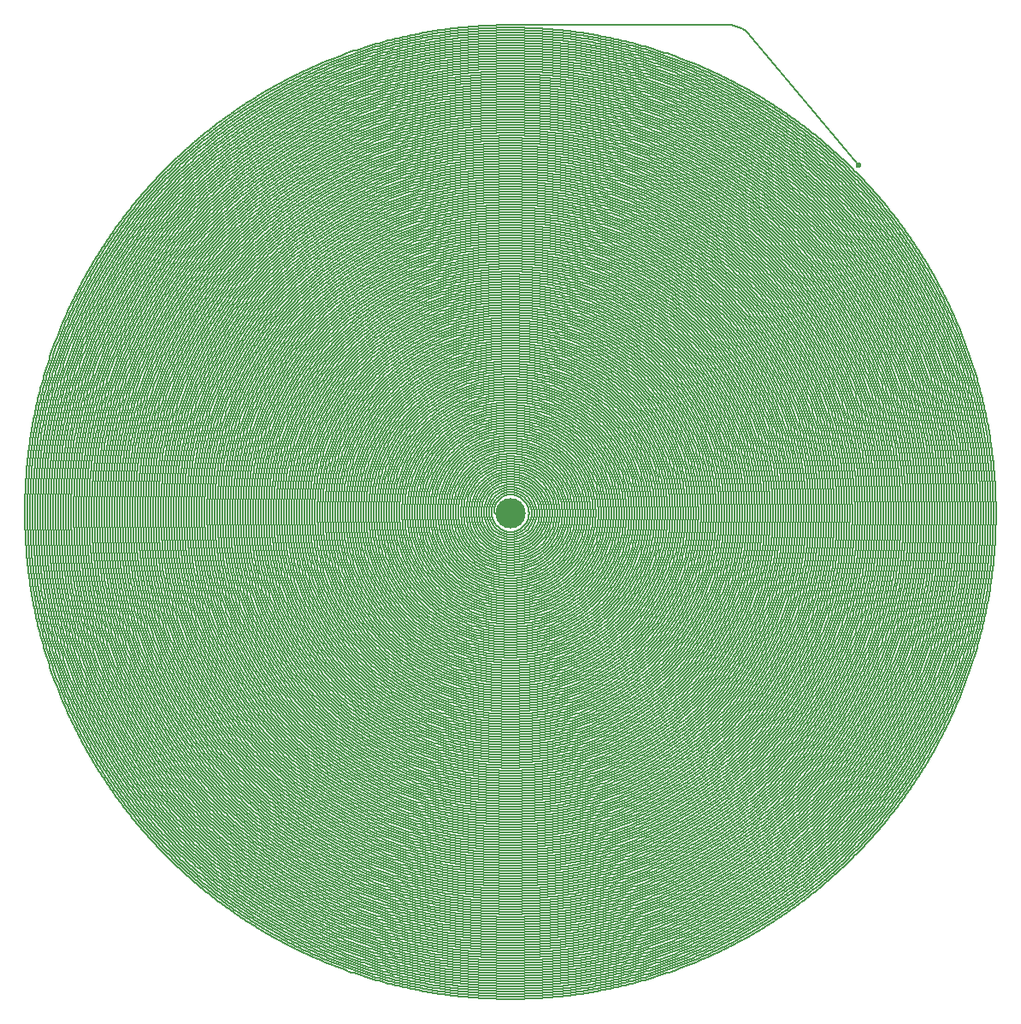
<source format=gtl>
G04 Layer_Physical_Order=1*
G04 Layer_Color=255*
%FSLAX25Y25*%
%MOIN*%
G70*
G01*
G75*
%ADD10C,0.00500*%
%ADD11C,0.11811*%
%ADD12C,0.02362*%
D10*
X92265Y187262D02*
X91524Y187934D01*
X90720Y188531D01*
X89861Y189045D01*
X88956Y189473D01*
X88014Y189810D01*
X87043Y190054D01*
X86053Y190200D01*
X85053Y190250D01*
X0Y7250D02*
X-978Y7173D01*
X-1931Y6944D01*
X-2837Y6569D01*
X-3674Y6056D01*
X-4419Y5419D01*
X-5056Y4674D01*
X-5569Y3837D01*
X-5944Y2931D01*
X-6173Y1978D01*
X-6250Y1000D01*
X7250Y0D02*
X7176Y1032D01*
X6956Y2043D01*
X6595Y3012D01*
X6099Y3920D01*
X5479Y4748D01*
X4748Y5479D01*
X3920Y6099D01*
X3012Y6595D01*
X2043Y6956D01*
X1032Y7176D01*
X0Y7250D01*
Y-7250D02*
X1032Y-7176D01*
X2043Y-6956D01*
X3012Y-6595D01*
X3920Y-6099D01*
X4748Y-5479D01*
X5479Y-4748D01*
X6099Y-3920D01*
X6595Y-3012D01*
X6956Y-2042D01*
X7176Y-1032D01*
X7250Y0D01*
X-7250D02*
X-7176Y-1032D01*
X-6956Y-2043D01*
X-6595Y-3012D01*
X-6099Y-3920D01*
X-5479Y-4748D01*
X-4748Y-5479D01*
X-3920Y-6099D01*
X-3012Y-6595D01*
X-2042Y-6956D01*
X-1032Y-7176D01*
X0Y-7250D01*
Y8250D02*
X-1032Y8176D01*
X-2043Y7956D01*
X-3012Y7595D01*
X-3920Y7099D01*
X-4748Y6479D01*
X-5479Y5748D01*
X-6099Y4920D01*
X-6595Y4012D01*
X-6956Y3043D01*
X-7176Y2032D01*
X-7250Y1000D01*
X8250Y0D02*
X8190Y994D01*
X8010Y1974D01*
X7714Y2926D01*
X7305Y3834D01*
X6790Y4687D01*
X6175Y5471D01*
X5471Y6175D01*
X4687Y6790D01*
X3834Y7305D01*
X2926Y7714D01*
X1974Y8010D01*
X994Y8190D01*
X0Y8250D01*
Y-8250D02*
X994Y-8190D01*
X1974Y-8010D01*
X2926Y-7714D01*
X3834Y-7305D01*
X4687Y-6790D01*
X5471Y-6175D01*
X6175Y-5471D01*
X6790Y-4687D01*
X7305Y-3834D01*
X7714Y-2926D01*
X8010Y-1974D01*
X8190Y-994D01*
X8250Y-0D01*
X-8250Y0D02*
X-8190Y-994D01*
X-8010Y-1974D01*
X-7714Y-2926D01*
X-7305Y-3834D01*
X-6790Y-4687D01*
X-6175Y-5471D01*
X-5471Y-6175D01*
X-4687Y-6790D01*
X-3834Y-7305D01*
X-2926Y-7714D01*
X-1974Y-8010D01*
X-994Y-8190D01*
X0Y-8250D01*
Y9250D02*
X-994Y9190D01*
X-1974Y9010D01*
X-2926Y8714D01*
X-3834Y8305D01*
X-4687Y7790D01*
X-5471Y7175D01*
X-6175Y6471D01*
X-6790Y5686D01*
X-7305Y4834D01*
X-7714Y3926D01*
X-8010Y2974D01*
X-8190Y1994D01*
X-8250Y1000D01*
X9250Y0D02*
X9199Y967D01*
X9048Y1923D01*
X8797Y2858D01*
X8450Y3762D01*
X8011Y4625D01*
X7483Y5437D01*
X6874Y6189D01*
X6189Y6874D01*
X5437Y7483D01*
X4625Y8011D01*
X3762Y8450D01*
X2858Y8797D01*
X1923Y9048D01*
X967Y9199D01*
X0Y9250D01*
Y-9250D02*
X967Y-9199D01*
X1923Y-9048D01*
X2858Y-8797D01*
X3762Y-8450D01*
X4625Y-8011D01*
X5437Y-7483D01*
X6189Y-6874D01*
X6874Y-6189D01*
X7483Y-5437D01*
X8011Y-4625D01*
X8450Y-3762D01*
X8797Y-2858D01*
X9048Y-1923D01*
X9199Y-967D01*
X9250Y0D01*
X-9250D02*
X-9199Y-967D01*
X-9048Y-1923D01*
X-8797Y-2858D01*
X-8450Y-3762D01*
X-8011Y-4625D01*
X-7483Y-5437D01*
X-6874Y-6189D01*
X-6189Y-6874D01*
X-5437Y-7483D01*
X-4625Y-8011D01*
X-3762Y-8450D01*
X-2858Y-8797D01*
X-1923Y-9048D01*
X-967Y-9199D01*
X0Y-9250D01*
Y10250D02*
X-967Y10199D01*
X-1923Y10048D01*
X-2858Y9797D01*
X-3762Y9450D01*
X-4625Y9011D01*
X-5437Y8483D01*
X-6189Y7874D01*
X-6874Y7189D01*
X-7483Y6437D01*
X-8011Y5625D01*
X-8450Y4762D01*
X-8797Y3858D01*
X-9048Y2923D01*
X-9199Y1967D01*
X-9250Y1000D01*
X10250Y0D02*
X10201Y1005D01*
X10053Y2000D01*
X9809Y2975D01*
X9470Y3923D01*
X9040Y4832D01*
X8523Y5695D01*
X7923Y6503D01*
X7248Y7248D01*
X6503Y7923D01*
X5695Y8523D01*
X4832Y9040D01*
X3923Y9470D01*
X2975Y9809D01*
X2000Y10053D01*
X1005Y10201D01*
X0Y10250D01*
Y-10250D02*
X1005Y-10201D01*
X2000Y-10053D01*
X2975Y-9809D01*
X3923Y-9470D01*
X4832Y-9040D01*
X5695Y-8523D01*
X6503Y-7923D01*
X7248Y-7248D01*
X7923Y-6503D01*
X8523Y-5695D01*
X9040Y-4832D01*
X9470Y-3923D01*
X9809Y-2975D01*
X10053Y-2000D01*
X10201Y-1005D01*
X10250Y0D01*
X-10250D02*
X-10201Y-1005D01*
X-10053Y-2000D01*
X-9809Y-2975D01*
X-9470Y-3923D01*
X-9040Y-4832D01*
X-8523Y-5695D01*
X-7923Y-6503D01*
X-7248Y-7248D01*
X-6503Y-7923D01*
X-5695Y-8523D01*
X-4832Y-9040D01*
X-3923Y-9470D01*
X-2975Y-9809D01*
X-2000Y-10053D01*
X-1005Y-10201D01*
X0Y-10250D01*
Y11250D02*
X-1005Y11201D01*
X-2000Y11053D01*
X-2975Y10809D01*
X-3923Y10470D01*
X-4832Y10040D01*
X-5695Y9522D01*
X-6503Y8923D01*
X-7248Y8248D01*
X-7923Y7502D01*
X-8523Y6695D01*
X-9040Y5832D01*
X-9470Y4922D01*
X-9809Y3975D01*
X-10053Y3000D01*
X-10201Y2005D01*
X-10250Y1000D01*
X11250Y0D02*
X11207Y981D01*
X11079Y1953D01*
X10867Y2912D01*
X10571Y3848D01*
X10196Y4754D01*
X9743Y5625D01*
X9215Y6453D01*
X8618Y7231D01*
X7955Y7955D01*
X7231Y8618D01*
X6453Y9215D01*
X5625Y9743D01*
X4754Y10196D01*
X3848Y10571D01*
X2912Y10867D01*
X1953Y11079D01*
X981Y11207D01*
X0Y11250D01*
Y-11250D02*
X981Y-11207D01*
X1953Y-11079D01*
X2912Y-10867D01*
X3848Y-10571D01*
X4754Y-10196D01*
X5625Y-9743D01*
X6453Y-9215D01*
X7231Y-8618D01*
X7955Y-7955D01*
X8618Y-7231D01*
X9215Y-6453D01*
X9743Y-5625D01*
X10196Y-4754D01*
X10571Y-3848D01*
X10867Y-2912D01*
X11079Y-1953D01*
X11207Y-981D01*
X11250Y0D01*
X-11250D02*
X-11207Y-981D01*
X-11079Y-1953D01*
X-10867Y-2912D01*
X-10571Y-3848D01*
X-10196Y-4754D01*
X-9743Y-5625D01*
X-9215Y-6453D01*
X-8618Y-7231D01*
X-7955Y-7955D01*
X-7231Y-8618D01*
X-6453Y-9215D01*
X-5625Y-9743D01*
X-4754Y-10196D01*
X-3848Y-10571D01*
X-2912Y-10867D01*
X-1953Y-11079D01*
X-981Y-11207D01*
X0Y-11250D01*
Y12250D02*
X-981Y12207D01*
X-1953Y12079D01*
X-2912Y11867D01*
X-3848Y11571D01*
X-4754Y11196D01*
X-5625Y10743D01*
X-6453Y10215D01*
X-7231Y9618D01*
X-7955Y8955D01*
X-8618Y8231D01*
X-9215Y7453D01*
X-9743Y6625D01*
X-10196Y5754D01*
X-10571Y4848D01*
X-10867Y3912D01*
X-11079Y2953D01*
X-11207Y1980D01*
X-11250Y1000D01*
X12250Y0D02*
X12208Y1012D01*
X12083Y2016D01*
X11875Y3007D01*
X11586Y3978D01*
X11218Y4921D01*
X10774Y5830D01*
X10255Y6700D01*
X9667Y7524D01*
X9013Y8297D01*
X8297Y9013D01*
X7524Y9667D01*
X6700Y10255D01*
X5830Y10774D01*
X4921Y11218D01*
X3978Y11586D01*
X3007Y11875D01*
X2016Y12083D01*
X1012Y12208D01*
X0Y12250D01*
Y-12250D02*
X1012Y-12208D01*
X2016Y-12083D01*
X3007Y-11875D01*
X3978Y-11586D01*
X4921Y-11218D01*
X5830Y-10774D01*
X6700Y-10255D01*
X7524Y-9667D01*
X8297Y-9013D01*
X9013Y-8297D01*
X9667Y-7524D01*
X10255Y-6700D01*
X10774Y-5830D01*
X11218Y-4921D01*
X11586Y-3978D01*
X11875Y-3007D01*
X12083Y-2016D01*
X12208Y-1012D01*
X12250Y0D01*
X-12250D02*
X-12208Y-1012D01*
X-12083Y-2016D01*
X-11875Y-3007D01*
X-11586Y-3978D01*
X-11218Y-4921D01*
X-10774Y-5830D01*
X-10255Y-6700D01*
X-9667Y-7524D01*
X-9013Y-8297D01*
X-8297Y-9013D01*
X-7524Y-9667D01*
X-6700Y-10255D01*
X-5830Y-10774D01*
X-4921Y-11218D01*
X-3978Y-11586D01*
X-3007Y-11875D01*
X-2016Y-12083D01*
X-1012Y-12208D01*
X0Y-12250D01*
Y13250D02*
X-1012Y13208D01*
X-2016Y13083D01*
X-3007Y12875D01*
X-3978Y12586D01*
X-4921Y12218D01*
X-5830Y11773D01*
X-6700Y11255D01*
X-7524Y10667D01*
X-8297Y10013D01*
X-9013Y9297D01*
X-9667Y8524D01*
X-10255Y7700D01*
X-10774Y6830D01*
X-11218Y5921D01*
X-11586Y4978D01*
X-11875Y4007D01*
X-12083Y3016D01*
X-12208Y2012D01*
X-12250Y1000D01*
X13250Y0D02*
X13213Y990D01*
X13102Y1975D01*
X12918Y2948D01*
X12661Y3906D01*
X12334Y4841D01*
X11938Y5749D01*
X11475Y6625D01*
X10948Y7464D01*
X10359Y8261D01*
X9713Y9012D01*
X9012Y9713D01*
X8261Y10359D01*
X7464Y10948D01*
X6625Y11475D01*
X5749Y11938D01*
X4841Y12334D01*
X3906Y12661D01*
X2948Y12918D01*
X1975Y13102D01*
X990Y13213D01*
X0Y13250D01*
Y-13250D02*
X990Y-13213D01*
X1975Y-13102D01*
X2948Y-12918D01*
X3906Y-12661D01*
X4841Y-12334D01*
X5749Y-11938D01*
X6625Y-11475D01*
X7464Y-10948D01*
X8261Y-10359D01*
X9012Y-9713D01*
X9713Y-9012D01*
X10359Y-8261D01*
X10948Y-7464D01*
X11475Y-6625D01*
X11938Y-5749D01*
X12334Y-4841D01*
X12661Y-3906D01*
X12918Y-2948D01*
X13102Y-1975D01*
X13213Y-990D01*
X13250Y-0D01*
X-13250Y0D02*
X-13213Y-990D01*
X-13102Y-1975D01*
X-12918Y-2948D01*
X-12661Y-3906D01*
X-12334Y-4841D01*
X-11938Y-5749D01*
X-11475Y-6625D01*
X-10948Y-7464D01*
X-10359Y-8261D01*
X-9713Y-9012D01*
X-9012Y-9713D01*
X-8261Y-10359D01*
X-7464Y-10948D01*
X-6625Y-11475D01*
X-5749Y-11938D01*
X-4841Y-12334D01*
X-3906Y-12661D01*
X-2948Y-12918D01*
X-1975Y-13102D01*
X-990Y-13213D01*
X0Y-13250D01*
Y14250D02*
X-990Y14213D01*
X-1975Y14102D01*
X-2948Y13918D01*
X-3906Y13661D01*
X-4841Y13334D01*
X-5749Y12938D01*
X-6625Y12475D01*
X-7464Y11948D01*
X-8261Y11359D01*
X-9012Y10713D01*
X-9713Y10012D01*
X-10359Y9261D01*
X-10948Y8464D01*
X-11475Y7625D01*
X-11938Y6749D01*
X-12334Y5841D01*
X-12661Y4905D01*
X-12918Y3948D01*
X-13102Y2975D01*
X-13213Y1990D01*
X-13250Y1000D01*
X14250Y0D02*
X14214Y1017D01*
X14105Y2028D01*
X13924Y3029D01*
X13673Y4015D01*
X13352Y4980D01*
X12962Y5920D01*
X12507Y6829D01*
X11988Y7704D01*
X11408Y8540D01*
X10769Y9332D01*
X10076Y10076D01*
X9332Y10769D01*
X8540Y11408D01*
X7704Y11988D01*
X6829Y12507D01*
X5920Y12962D01*
X4980Y13352D01*
X4015Y13673D01*
X3029Y13924D01*
X2028Y14105D01*
X1017Y14214D01*
X0Y14250D01*
Y-14250D02*
X1017Y-14214D01*
X2028Y-14105D01*
X3029Y-13924D01*
X4015Y-13673D01*
X4980Y-13352D01*
X5920Y-12962D01*
X6829Y-12507D01*
X7704Y-11988D01*
X8540Y-11408D01*
X9332Y-10769D01*
X10076Y-10076D01*
X10769Y-9332D01*
X11408Y-8540D01*
X11988Y-7704D01*
X12507Y-6829D01*
X12962Y-5920D01*
X13352Y-4980D01*
X13673Y-4015D01*
X13924Y-3029D01*
X14105Y-2028D01*
X14214Y-1017D01*
X14250Y0D01*
X-14250D02*
X-14214Y-1017D01*
X-14105Y-2028D01*
X-13924Y-3029D01*
X-13673Y-4015D01*
X-13352Y-4980D01*
X-12962Y-5920D01*
X-12507Y-6829D01*
X-11988Y-7704D01*
X-11408Y-8540D01*
X-10769Y-9332D01*
X-10076Y-10076D01*
X-9332Y-10769D01*
X-8540Y-11408D01*
X-7704Y-11988D01*
X-6829Y-12507D01*
X-5920Y-12962D01*
X-4980Y-13352D01*
X-4015Y-13673D01*
X-3029Y-13924D01*
X-2028Y-14105D01*
X-1017Y-14214D01*
X0Y-14250D01*
Y15250D02*
X-1017Y15214D01*
X-2028Y15105D01*
X-3029Y14924D01*
X-4015Y14673D01*
X-4980Y14352D01*
X-5920Y13962D01*
X-6829Y13507D01*
X-7704Y12988D01*
X-8540Y12408D01*
X-9332Y11769D01*
X-10076Y11076D01*
X-10769Y10332D01*
X-11408Y9540D01*
X-11988Y8704D01*
X-12507Y7829D01*
X-12962Y6920D01*
X-13352Y5980D01*
X-13673Y5015D01*
X-13924Y4029D01*
X-14105Y3028D01*
X-14214Y2017D01*
X-14250Y1000D01*
X15250Y0D02*
X15217Y997D01*
X15120Y1991D01*
X14957Y2975D01*
X14730Y3947D01*
X14441Y4902D01*
X14089Y5836D01*
X13677Y6745D01*
X13207Y7625D01*
X12680Y8472D01*
X12099Y9284D01*
X11466Y10055D01*
X10783Y10783D01*
X10055Y11466D01*
X9284Y12099D01*
X8472Y12680D01*
X7625Y13207D01*
X6745Y13677D01*
X5836Y14089D01*
X4902Y14441D01*
X3947Y14730D01*
X2975Y14957D01*
X1991Y15120D01*
X997Y15217D01*
X0Y15250D01*
Y-15250D02*
X997Y-15217D01*
X1991Y-15120D01*
X2975Y-14957D01*
X3947Y-14730D01*
X4902Y-14441D01*
X5836Y-14089D01*
X6745Y-13677D01*
X7625Y-13207D01*
X8472Y-12680D01*
X9284Y-12099D01*
X10055Y-11466D01*
X10783Y-10783D01*
X11466Y-10055D01*
X12099Y-9284D01*
X12680Y-8472D01*
X13207Y-7625D01*
X13677Y-6745D01*
X14089Y-5836D01*
X14441Y-4902D01*
X14730Y-3947D01*
X14957Y-2975D01*
X15120Y-1991D01*
X15217Y-997D01*
X15250Y0D01*
X-15250D02*
X-15217Y-997D01*
X-15120Y-1991D01*
X-14957Y-2975D01*
X-14730Y-3947D01*
X-14441Y-4902D01*
X-14089Y-5836D01*
X-13677Y-6745D01*
X-13207Y-7625D01*
X-12680Y-8472D01*
X-12099Y-9284D01*
X-11466Y-10055D01*
X-10783Y-10783D01*
X-10055Y-11466D01*
X-9284Y-12099D01*
X-8472Y-12680D01*
X-7625Y-13207D01*
X-6745Y-13677D01*
X-5836Y-14089D01*
X-4902Y-14441D01*
X-3947Y-14730D01*
X-2975Y-14957D01*
X-1991Y-15120D01*
X-997Y-15217D01*
X0Y-15250D01*
Y16250D02*
X-997Y16217D01*
X-1991Y16119D01*
X-2975Y15957D01*
X-3947Y15730D01*
X-4902Y15441D01*
X-5836Y15089D01*
X-6745Y14677D01*
X-7625Y14207D01*
X-8472Y13680D01*
X-9284Y13099D01*
X-10055Y12466D01*
X-10783Y11783D01*
X-11466Y11055D01*
X-12099Y10284D01*
X-12680Y9472D01*
X-13207Y8625D01*
X-13677Y7745D01*
X-14089Y6836D01*
X-14441Y5902D01*
X-14730Y4947D01*
X-14957Y3975D01*
X-15120Y2991D01*
X-15217Y1997D01*
X-15250Y1000D01*
X16250Y0D02*
X16220Y981D01*
X16131Y1959D01*
X15984Y2929D01*
X15778Y3889D01*
X15514Y4834D01*
X15194Y5762D01*
X14818Y6669D01*
X14389Y7552D01*
X13906Y8407D01*
X13374Y9231D01*
X12792Y10022D01*
X12163Y10776D01*
X11490Y11490D01*
X10776Y12163D01*
X10022Y12792D01*
X9231Y13374D01*
X8407Y13906D01*
X7552Y14389D01*
X6669Y14818D01*
X5762Y15194D01*
X4834Y15514D01*
X3889Y15778D01*
X2929Y15984D01*
X1959Y16131D01*
X981Y16220D01*
X0Y16250D01*
Y-16250D02*
X981Y-16220D01*
X1959Y-16131D01*
X2929Y-15984D01*
X3889Y-15778D01*
X4834Y-15514D01*
X5762Y-15194D01*
X6669Y-14818D01*
X7552Y-14389D01*
X8407Y-13906D01*
X9231Y-13373D01*
X10022Y-12792D01*
X10776Y-12163D01*
X11490Y-11490D01*
X12163Y-10776D01*
X12792Y-10022D01*
X13374Y-9231D01*
X13906Y-8407D01*
X14389Y-7552D01*
X14818Y-6669D01*
X15194Y-5762D01*
X15514Y-4834D01*
X15778Y-3889D01*
X15984Y-2929D01*
X16131Y-1959D01*
X16220Y-981D01*
X16250Y0D01*
X-16250D02*
X-16220Y-981D01*
X-16131Y-1959D01*
X-15984Y-2929D01*
X-15778Y-3889D01*
X-15514Y-4834D01*
X-15194Y-5762D01*
X-14818Y-6669D01*
X-14389Y-7552D01*
X-13906Y-8407D01*
X-13374Y-9231D01*
X-12792Y-10022D01*
X-12163Y-10776D01*
X-11490Y-11490D01*
X-10776Y-12163D01*
X-10022Y-12792D01*
X-9231Y-13373D01*
X-8407Y-13906D01*
X-7552Y-14389D01*
X-6669Y-14818D01*
X-5762Y-15194D01*
X-4834Y-15514D01*
X-3889Y-15778D01*
X-2929Y-15984D01*
X-1959Y-16131D01*
X-981Y-16220D01*
X-0Y-16250D01*
X0Y17250D02*
X-981Y17220D01*
X-1959Y17131D01*
X-2929Y16984D01*
X-3889Y16778D01*
X-4834Y16514D01*
X-5762Y16194D01*
X-6669Y15818D01*
X-7552Y15389D01*
X-8407Y14906D01*
X-9231Y14374D01*
X-10022Y13792D01*
X-10776Y13163D01*
X-11490Y12490D01*
X-12163Y11776D01*
X-12792Y11022D01*
X-13374Y10231D01*
X-13906Y9407D01*
X-14389Y8552D01*
X-14818Y7669D01*
X-15194Y6762D01*
X-15514Y5834D01*
X-15778Y4889D01*
X-15984Y3929D01*
X-16131Y2959D01*
X-16220Y1981D01*
X-16250Y1000D01*
X17250Y0D02*
X17221Y1003D01*
X17133Y2003D01*
X16988Y2995D01*
X16785Y3978D01*
X16525Y4947D01*
X16210Y5900D01*
X15839Y6832D01*
X15415Y7742D01*
X14939Y8625D01*
X14412Y9479D01*
X13837Y10301D01*
X13214Y11088D01*
X12547Y11838D01*
X11838Y12547D01*
X11088Y13214D01*
X10301Y13837D01*
X9479Y14412D01*
X8625Y14939D01*
X7742Y15415D01*
X6832Y15839D01*
X5900Y16210D01*
X4947Y16525D01*
X3978Y16785D01*
X2995Y16988D01*
X2003Y17133D01*
X1003Y17221D01*
X0Y17250D01*
Y-17250D02*
X1003Y-17221D01*
X2003Y-17133D01*
X2995Y-16988D01*
X3978Y-16785D01*
X4947Y-16525D01*
X5900Y-16210D01*
X6832Y-15839D01*
X7742Y-15415D01*
X8625Y-14939D01*
X9479Y-14412D01*
X10301Y-13837D01*
X11088Y-13214D01*
X11838Y-12547D01*
X12547Y-11838D01*
X13214Y-11088D01*
X13837Y-10301D01*
X14412Y-9479D01*
X14939Y-8625D01*
X15415Y-7742D01*
X15839Y-6832D01*
X16210Y-5900D01*
X16525Y-4947D01*
X16785Y-3978D01*
X16988Y-2995D01*
X17133Y-2002D01*
X17221Y-1003D01*
X17250Y0D01*
X-17250D02*
X-17221Y-1003D01*
X-17133Y-2003D01*
X-16988Y-2995D01*
X-16785Y-3978D01*
X-16525Y-4947D01*
X-16210Y-5900D01*
X-15839Y-6832D01*
X-15415Y-7742D01*
X-14939Y-8625D01*
X-14412Y-9479D01*
X-13837Y-10301D01*
X-13214Y-11088D01*
X-12547Y-11838D01*
X-11838Y-12547D01*
X-11088Y-13214D01*
X-10301Y-13837D01*
X-9479Y-14412D01*
X-8625Y-14939D01*
X-7742Y-15415D01*
X-6832Y-15839D01*
X-5900Y-16210D01*
X-4947Y-16525D01*
X-3978Y-16785D01*
X-2995Y-16988D01*
X-2003Y-17133D01*
X-1003Y-17221D01*
X-0Y-17250D01*
X0Y18250D02*
X-1003Y18221D01*
X-2003Y18133D01*
X-2995Y17988D01*
X-3978Y17785D01*
X-4947Y17525D01*
X-5900Y17210D01*
X-6832Y16839D01*
X-7742Y16415D01*
X-8625Y15939D01*
X-9479Y15412D01*
X-10301Y14837D01*
X-11088Y14214D01*
X-11838Y13547D01*
X-12547Y12838D01*
X-13214Y12088D01*
X-13837Y11301D01*
X-14412Y10479D01*
X-14939Y9625D01*
X-15415Y8742D01*
X-15839Y7832D01*
X-16210Y6900D01*
X-16525Y5947D01*
X-16785Y4978D01*
X-16988Y3995D01*
X-17133Y3003D01*
X-17221Y2003D01*
X-17250Y1000D01*
X18250Y0D02*
X18223Y988D01*
X18143Y1973D01*
X18010Y2953D01*
X17823Y3923D01*
X17585Y4882D01*
X17295Y5827D01*
X16954Y6755D01*
X16563Y7663D01*
X16124Y8548D01*
X15638Y9409D01*
X15105Y10242D01*
X14529Y11044D01*
X13909Y11815D01*
X13249Y12551D01*
X12551Y13249D01*
X11815Y13909D01*
X11044Y14529D01*
X10242Y15105D01*
X9409Y15638D01*
X8548Y16124D01*
X7663Y16563D01*
X6755Y16954D01*
X5827Y17295D01*
X4882Y17585D01*
X3923Y17823D01*
X2953Y18010D01*
X1973Y18143D01*
X988Y18223D01*
X0Y18250D01*
Y-18250D02*
X988Y-18223D01*
X1973Y-18143D01*
X2953Y-18010D01*
X3923Y-17823D01*
X4882Y-17585D01*
X5827Y-17295D01*
X6755Y-16954D01*
X7663Y-16563D01*
X8548Y-16124D01*
X9409Y-15638D01*
X10242Y-15105D01*
X11044Y-14529D01*
X11815Y-13909D01*
X12551Y-13249D01*
X13249Y-12551D01*
X13909Y-11815D01*
X14529Y-11044D01*
X15105Y-10242D01*
X15638Y-9409D01*
X16124Y-8548D01*
X16563Y-7663D01*
X16954Y-6755D01*
X17295Y-5827D01*
X17585Y-4882D01*
X17823Y-3923D01*
X18010Y-2953D01*
X18143Y-1973D01*
X18223Y-988D01*
X18250Y0D01*
X-18250D02*
X-18223Y-988D01*
X-18143Y-1973D01*
X-18010Y-2953D01*
X-17823Y-3923D01*
X-17585Y-4882D01*
X-17295Y-5827D01*
X-16954Y-6755D01*
X-16563Y-7663D01*
X-16124Y-8548D01*
X-15638Y-9409D01*
X-15105Y-10242D01*
X-14529Y-11044D01*
X-13909Y-11815D01*
X-13249Y-12551D01*
X-12551Y-13249D01*
X-11815Y-13909D01*
X-11044Y-14529D01*
X-10242Y-15105D01*
X-9409Y-15638D01*
X-8548Y-16124D01*
X-7663Y-16563D01*
X-6755Y-16954D01*
X-5827Y-17295D01*
X-4882Y-17585D01*
X-3923Y-17823D01*
X-2953Y-18010D01*
X-1973Y-18143D01*
X-988Y-18223D01*
X0Y-18250D01*
Y19250D02*
X-988Y19223D01*
X-1973Y19143D01*
X-2953Y19010D01*
X-3923Y18823D01*
X-4882Y18585D01*
X-5827Y18295D01*
X-6755Y17954D01*
X-7663Y17563D01*
X-8548Y17124D01*
X-9409Y16638D01*
X-10242Y16105D01*
X-11044Y15529D01*
X-11815Y14909D01*
X-12551Y14249D01*
X-13249Y13551D01*
X-13909Y12815D01*
X-14529Y12044D01*
X-15105Y11242D01*
X-15638Y10409D01*
X-16124Y9548D01*
X-16563Y8663D01*
X-16954Y7755D01*
X-17295Y6827D01*
X-17585Y5882D01*
X-17823Y4923D01*
X-18010Y3952D01*
X-18143Y2973D01*
X-18223Y1988D01*
X-18250Y1000D01*
X19250Y0D02*
X19224Y1008D01*
X19144Y2012D01*
X19013Y3011D01*
X18829Y4002D01*
X18594Y4982D01*
X18308Y5949D01*
X17971Y6899D01*
X17586Y7830D01*
X17152Y8739D01*
X16671Y9625D01*
X16144Y10484D01*
X15574Y11315D01*
X14960Y12114D01*
X14306Y12881D01*
X13612Y13612D01*
X12881Y14306D01*
X12114Y14960D01*
X11315Y15574D01*
X10484Y16144D01*
X9625Y16671D01*
X8739Y17152D01*
X7830Y17586D01*
X6899Y17971D01*
X5949Y18308D01*
X4982Y18594D01*
X4002Y18829D01*
X3011Y19013D01*
X2012Y19144D01*
X1008Y19224D01*
X0Y19250D01*
Y-19250D02*
X1008Y-19224D01*
X2012Y-19144D01*
X3011Y-19013D01*
X4002Y-18829D01*
X4982Y-18594D01*
X5949Y-18308D01*
X6899Y-17971D01*
X7830Y-17586D01*
X8739Y-17152D01*
X9625Y-16671D01*
X10484Y-16144D01*
X11315Y-15574D01*
X12114Y-14960D01*
X12881Y-14306D01*
X13612Y-13612D01*
X14306Y-12881D01*
X14960Y-12114D01*
X15574Y-11315D01*
X16144Y-10484D01*
X16671Y-9625D01*
X17152Y-8739D01*
X17586Y-7830D01*
X17971Y-6899D01*
X18308Y-5949D01*
X18594Y-4982D01*
X18829Y-4002D01*
X19013Y-3011D01*
X19144Y-2012D01*
X19224Y-1008D01*
X19250Y0D01*
X-19250D02*
X-19224Y-1008D01*
X-19144Y-2012D01*
X-19013Y-3011D01*
X-18829Y-4002D01*
X-18594Y-4982D01*
X-18308Y-5949D01*
X-17971Y-6899D01*
X-17586Y-7830D01*
X-17152Y-8739D01*
X-16671Y-9625D01*
X-16144Y-10484D01*
X-15574Y-11315D01*
X-14960Y-12114D01*
X-14306Y-12881D01*
X-13612Y-13612D01*
X-12881Y-14306D01*
X-12114Y-14960D01*
X-11315Y-15574D01*
X-10484Y-16144D01*
X-9625Y-16671D01*
X-8739Y-17152D01*
X-7830Y-17586D01*
X-6899Y-17971D01*
X-5949Y-18308D01*
X-4982Y-18594D01*
X-4002Y-18829D01*
X-3011Y-19013D01*
X-2012Y-19144D01*
X-1008Y-19224D01*
X0Y-19250D01*
Y20250D02*
X-1008Y20224D01*
X-2012Y20144D01*
X-3011Y20013D01*
X-4002Y19829D01*
X-4982Y19594D01*
X-5949Y19308D01*
X-6899Y18971D01*
X-7830Y18586D01*
X-8739Y18152D01*
X-9625Y17671D01*
X-10484Y17144D01*
X-11315Y16574D01*
X-12114Y15960D01*
X-12881Y15305D01*
X-13612Y14612D01*
X-14306Y13881D01*
X-14960Y13114D01*
X-15574Y12315D01*
X-16144Y11484D01*
X-16671Y10625D01*
X-17152Y9739D01*
X-17586Y8830D01*
X-17971Y7899D01*
X-18308Y6949D01*
X-18594Y5982D01*
X-18829Y5002D01*
X-19013Y4011D01*
X-19144Y3012D01*
X-19224Y2008D01*
X-19250Y1000D01*
X20250Y0D02*
X20226Y994D01*
X20152Y1985D01*
X20031Y2971D01*
X19861Y3951D01*
X19643Y4920D01*
X19378Y5878D01*
X19066Y6822D01*
X18709Y7749D01*
X18306Y8658D01*
X17859Y9546D01*
X17369Y10411D01*
X16837Y11250D01*
X16265Y12063D01*
X15653Y12846D01*
X15004Y13599D01*
X14319Y14319D01*
X13599Y15004D01*
X12846Y15653D01*
X12063Y16265D01*
X11250Y16837D01*
X10411Y17369D01*
X9546Y17859D01*
X8658Y18306D01*
X7749Y18709D01*
X6822Y19066D01*
X5878Y19378D01*
X4920Y19643D01*
X3951Y19861D01*
X2971Y20031D01*
X1985Y20152D01*
X994Y20226D01*
X0Y20250D01*
Y-20250D02*
X994Y-20226D01*
X1985Y-20152D01*
X2971Y-20031D01*
X3951Y-19861D01*
X4920Y-19643D01*
X5878Y-19378D01*
X6822Y-19066D01*
X7749Y-18709D01*
X8658Y-18306D01*
X9546Y-17859D01*
X10411Y-17369D01*
X11250Y-16837D01*
X12063Y-16265D01*
X12846Y-15653D01*
X13599Y-15004D01*
X14319Y-14319D01*
X15004Y-13599D01*
X15653Y-12846D01*
X16265Y-12063D01*
X16837Y-11250D01*
X17369Y-10411D01*
X17859Y-9546D01*
X18306Y-8658D01*
X18709Y-7749D01*
X19066Y-6822D01*
X19378Y-5878D01*
X19643Y-4920D01*
X19861Y-3951D01*
X20031Y-2971D01*
X20152Y-1985D01*
X20226Y-994D01*
X20250Y0D01*
X-20250D02*
X-20226Y-994D01*
X-20152Y-1985D01*
X-20031Y-2971D01*
X-19861Y-3951D01*
X-19643Y-4920D01*
X-19378Y-5878D01*
X-19066Y-6822D01*
X-18709Y-7749D01*
X-18306Y-8658D01*
X-17859Y-9546D01*
X-17369Y-10411D01*
X-16837Y-11250D01*
X-16265Y-12063D01*
X-15653Y-12846D01*
X-15004Y-13599D01*
X-14319Y-14319D01*
X-13599Y-15004D01*
X-12846Y-15653D01*
X-12063Y-16265D01*
X-11250Y-16837D01*
X-10411Y-17369D01*
X-9546Y-17859D01*
X-8658Y-18306D01*
X-7749Y-18709D01*
X-6822Y-19066D01*
X-5878Y-19378D01*
X-4920Y-19643D01*
X-3951Y-19861D01*
X-2971Y-20031D01*
X-1985Y-20152D01*
X-994Y-20226D01*
X0Y-20250D01*
Y21250D02*
X-994Y21226D01*
X-1985Y21152D01*
X-2971Y21031D01*
X-3951Y20861D01*
X-4920Y20643D01*
X-5878Y20378D01*
X-6822Y20066D01*
X-7749Y19708D01*
X-8658Y19306D01*
X-9546Y18859D01*
X-10411Y18369D01*
X-11250Y17837D01*
X-12063Y17265D01*
X-12846Y16653D01*
X-13599Y16004D01*
X-14319Y15319D01*
X-15004Y14599D01*
X-15653Y13846D01*
X-16265Y13063D01*
X-16837Y12250D01*
X-17369Y11411D01*
X-17859Y10546D01*
X-18306Y9658D01*
X-18709Y8749D01*
X-19066Y7822D01*
X-19378Y6878D01*
X-19643Y5920D01*
X-19861Y4951D01*
X-20031Y3971D01*
X-20152Y2985D01*
X-20226Y1994D01*
X-20250Y1000D01*
X21250Y0D02*
X21226Y1011D01*
X21154Y2020D01*
X21034Y3024D01*
X20866Y4022D01*
X20651Y5010D01*
X20389Y5987D01*
X20081Y6950D01*
X19728Y7898D01*
X19330Y8828D01*
X18888Y9737D01*
X18403Y10625D01*
X17877Y11489D01*
X17310Y12326D01*
X16704Y13136D01*
X16060Y13916D01*
X15379Y14664D01*
X14664Y15379D01*
X13916Y16060D01*
X13136Y16704D01*
X12326Y17310D01*
X11489Y17877D01*
X10625Y18403D01*
X9737Y18888D01*
X8828Y19330D01*
X7898Y19728D01*
X6950Y20081D01*
X5987Y20389D01*
X5010Y20651D01*
X4022Y20866D01*
X3024Y21034D01*
X2020Y21154D01*
X1011Y21226D01*
X0Y21250D01*
X0Y-21250D02*
X1011Y-21226D01*
X2020Y-21154D01*
X3024Y-21034D01*
X4022Y-20866D01*
X5010Y-20651D01*
X5987Y-20389D01*
X6950Y-20081D01*
X7898Y-19728D01*
X8828Y-19330D01*
X9737Y-18888D01*
X10625Y-18403D01*
X11489Y-17877D01*
X12326Y-17310D01*
X13136Y-16704D01*
X13916Y-16060D01*
X14664Y-15379D01*
X15379Y-14664D01*
X16060Y-13916D01*
X16704Y-13136D01*
X17310Y-12326D01*
X17877Y-11489D01*
X18403Y-10625D01*
X18888Y-9737D01*
X19330Y-8828D01*
X19728Y-7898D01*
X20081Y-6950D01*
X20389Y-5987D01*
X20651Y-5010D01*
X20866Y-4022D01*
X21034Y-3024D01*
X21154Y-2020D01*
X21226Y-1011D01*
X21250Y-0D01*
X-21250Y0D02*
X-21226Y-1011D01*
X-21154Y-2020D01*
X-21034Y-3024D01*
X-20866Y-4022D01*
X-20651Y-5010D01*
X-20389Y-5987D01*
X-20081Y-6950D01*
X-19728Y-7898D01*
X-19330Y-8828D01*
X-18888Y-9737D01*
X-18403Y-10625D01*
X-17877Y-11489D01*
X-17310Y-12326D01*
X-16704Y-13136D01*
X-16060Y-13916D01*
X-15379Y-14664D01*
X-14664Y-15379D01*
X-13916Y-16060D01*
X-13136Y-16704D01*
X-12326Y-17310D01*
X-11489Y-17877D01*
X-10625Y-18403D01*
X-9737Y-18888D01*
X-8828Y-19330D01*
X-7898Y-19728D01*
X-6950Y-20081D01*
X-5987Y-20389D01*
X-5010Y-20651D01*
X-4022Y-20866D01*
X-3024Y-21034D01*
X-2020Y-21154D01*
X-1011Y-21226D01*
X0Y-21250D01*
Y22250D02*
X-1011Y22226D01*
X-2020Y22154D01*
X-3024Y22034D01*
X-4022Y21866D01*
X-5010Y21651D01*
X-5987Y21389D01*
X-6950Y21081D01*
X-7898Y20728D01*
X-8828Y20330D01*
X-9737Y19888D01*
X-10625Y19403D01*
X-11489Y18877D01*
X-12326Y18310D01*
X-13136Y17704D01*
X-13916Y17060D01*
X-14664Y16379D01*
X-15379Y15664D01*
X-16060Y14916D01*
X-16704Y14136D01*
X-17310Y13326D01*
X-17877Y12489D01*
X-18403Y11625D01*
X-18888Y10737D01*
X-19330Y9827D01*
X-19728Y8898D01*
X-20081Y7950D01*
X-20389Y6987D01*
X-20651Y6010D01*
X-20866Y5021D01*
X-21034Y4024D01*
X-21154Y3020D01*
X-21226Y2011D01*
X-21250Y1000D01*
X22250Y0D02*
X22228Y998D01*
X22160Y1994D01*
X22049Y2987D01*
X21892Y3973D01*
X21692Y4951D01*
X21448Y5919D01*
X21161Y6876D01*
X20831Y7818D01*
X20459Y8745D01*
X20046Y9654D01*
X19593Y10544D01*
X19101Y11412D01*
X18569Y12257D01*
X18001Y13078D01*
X17396Y13873D01*
X16756Y14639D01*
X16082Y15376D01*
X15376Y16082D01*
X14639Y16756D01*
X13873Y17396D01*
X13078Y18001D01*
X12257Y18569D01*
X11412Y19101D01*
X10544Y19593D01*
X9654Y20046D01*
X8745Y20459D01*
X7818Y20831D01*
X6876Y21161D01*
X5919Y21448D01*
X4951Y21692D01*
X3973Y21892D01*
X2987Y22049D01*
X1994Y22160D01*
X998Y22228D01*
X0Y22250D01*
Y-22250D02*
X998Y-22228D01*
X1994Y-22160D01*
X2987Y-22049D01*
X3973Y-21892D01*
X4951Y-21692D01*
X5919Y-21448D01*
X6876Y-21161D01*
X7818Y-20831D01*
X8745Y-20459D01*
X9654Y-20046D01*
X10544Y-19593D01*
X11412Y-19100D01*
X12257Y-18569D01*
X13078Y-18001D01*
X13873Y-17396D01*
X14639Y-16756D01*
X15376Y-16082D01*
X16082Y-15376D01*
X16756Y-14639D01*
X17396Y-13872D01*
X18001Y-13078D01*
X18569Y-12257D01*
X19101Y-11412D01*
X19593Y-10543D01*
X20047Y-9654D01*
X20459Y-8745D01*
X20831Y-7818D01*
X21161Y-6876D01*
X21448Y-5919D01*
X21692Y-4951D01*
X21892Y-3973D01*
X22049Y-2987D01*
X22160Y-1994D01*
X22228Y-998D01*
X22250Y0D01*
X-22250D02*
X-22228Y-998D01*
X-22160Y-1994D01*
X-22049Y-2987D01*
X-21892Y-3973D01*
X-21692Y-4951D01*
X-21448Y-5919D01*
X-21161Y-6876D01*
X-20831Y-7818D01*
X-20459Y-8745D01*
X-20046Y-9654D01*
X-19593Y-10544D01*
X-19101Y-11412D01*
X-18569Y-12257D01*
X-18001Y-13078D01*
X-17396Y-13873D01*
X-16756Y-14639D01*
X-16082Y-15376D01*
X-15376Y-16082D01*
X-14639Y-16756D01*
X-13873Y-17396D01*
X-13078Y-18001D01*
X-12257Y-18569D01*
X-11412Y-19100D01*
X-10544Y-19593D01*
X-9654Y-20046D01*
X-8745Y-20459D01*
X-7818Y-20831D01*
X-6876Y-21161D01*
X-5919Y-21448D01*
X-4951Y-21692D01*
X-3973Y-21892D01*
X-2987Y-22049D01*
X-1994Y-22160D01*
X-998Y-22228D01*
X0Y-22250D01*
Y23250D02*
X-998Y23228D01*
X-1994Y23160D01*
X-2987Y23049D01*
X-3973Y22892D01*
X-4951Y22692D01*
X-5919Y22448D01*
X-6876Y22161D01*
X-7818Y21831D01*
X-8745Y21460D01*
X-9654Y21046D01*
X-10544Y20593D01*
X-11412Y20100D01*
X-12257Y19569D01*
X-13078Y19001D01*
X-13873Y18396D01*
X-14639Y17756D01*
X-15376Y17082D01*
X-16082Y16376D01*
X-16756Y15639D01*
X-17396Y14873D01*
X-18001Y14078D01*
X-18569Y13258D01*
X-19100Y12412D01*
X-19593Y11544D01*
X-20046Y10654D01*
X-20459Y9745D01*
X-20831Y8818D01*
X-21161Y7876D01*
X-21448Y6919D01*
X-21692Y5951D01*
X-21892Y4973D01*
X-22049Y3987D01*
X-22160Y2994D01*
X-22228Y1998D01*
X-22250Y1000D01*
X23250Y0D02*
X23229Y987D01*
X23166Y1972D01*
X23062Y2953D01*
X22916Y3929D01*
X22728Y4898D01*
X22500Y5858D01*
X22231Y6808D01*
X21922Y7745D01*
X21573Y8669D01*
X21186Y9577D01*
X20761Y10467D01*
X20298Y11339D01*
X19798Y12190D01*
X19263Y13019D01*
X18693Y13825D01*
X18089Y14606D01*
X17453Y15361D01*
X16785Y16087D01*
X16087Y16785D01*
X15361Y17453D01*
X14606Y18089D01*
X13825Y18693D01*
X13019Y19263D01*
X12190Y19798D01*
X11339Y20298D01*
X10467Y20761D01*
X9577Y21186D01*
X8669Y21573D01*
X7745Y21922D01*
X6808Y22231D01*
X5858Y22500D01*
X4898Y22728D01*
X3929Y22916D01*
X2953Y23062D01*
X1972Y23166D01*
X987Y23229D01*
X0Y23250D01*
Y-23250D02*
X987Y-23229D01*
X1972Y-23166D01*
X2953Y-23062D01*
X3929Y-22916D01*
X4898Y-22728D01*
X5858Y-22500D01*
X6808Y-22231D01*
X7745Y-21922D01*
X8669Y-21573D01*
X9577Y-21186D01*
X10467Y-20761D01*
X11339Y-20298D01*
X12190Y-19798D01*
X13019Y-19263D01*
X13825Y-18693D01*
X14606Y-18089D01*
X15361Y-17453D01*
X16087Y-16785D01*
X16785Y-16087D01*
X17453Y-15361D01*
X18089Y-14606D01*
X18693Y-13825D01*
X19263Y-13019D01*
X19798Y-12190D01*
X20298Y-11339D01*
X20761Y-10467D01*
X21186Y-9577D01*
X21573Y-8669D01*
X21922Y-7745D01*
X22231Y-6808D01*
X22500Y-5858D01*
X22728Y-4898D01*
X22916Y-3929D01*
X23062Y-2953D01*
X23166Y-1972D01*
X23229Y-987D01*
X23250Y0D01*
X-23250D02*
X-23229Y-987D01*
X-23166Y-1972D01*
X-23062Y-2953D01*
X-22916Y-3929D01*
X-22728Y-4898D01*
X-22500Y-5858D01*
X-22231Y-6808D01*
X-21922Y-7745D01*
X-21573Y-8669D01*
X-21186Y-9577D01*
X-20761Y-10467D01*
X-20298Y-11339D01*
X-19798Y-12190D01*
X-19263Y-13019D01*
X-18693Y-13825D01*
X-18089Y-14606D01*
X-17453Y-15361D01*
X-16785Y-16087D01*
X-16087Y-16785D01*
X-15361Y-17453D01*
X-14606Y-18089D01*
X-13825Y-18693D01*
X-13019Y-19263D01*
X-12190Y-19798D01*
X-11339Y-20298D01*
X-10467Y-20761D01*
X-9577Y-21186D01*
X-8669Y-21573D01*
X-7745Y-21922D01*
X-6808Y-22231D01*
X-5858Y-22500D01*
X-4898Y-22728D01*
X-3929Y-22916D01*
X-2953Y-23062D01*
X-1972Y-23166D01*
X-987Y-23229D01*
X0Y-23250D01*
Y24250D02*
X-987Y24229D01*
X-1972Y24166D01*
X-2953Y24062D01*
X-3929Y23915D01*
X-4898Y23728D01*
X-5858Y23500D01*
X-6808Y23231D01*
X-7745Y22922D01*
X-8669Y22573D01*
X-9577Y22186D01*
X-10467Y21760D01*
X-11339Y21297D01*
X-12190Y20798D01*
X-13019Y20263D01*
X-13825Y19693D01*
X-14606Y19089D01*
X-15361Y18453D01*
X-16087Y17785D01*
X-16785Y17087D01*
X-17453Y16361D01*
X-18089Y15606D01*
X-18693Y14825D01*
X-19263Y14019D01*
X-19798Y13190D01*
X-20298Y12339D01*
X-20761Y11467D01*
X-21186Y10577D01*
X-21573Y9669D01*
X-21922Y8745D01*
X-22231Y7808D01*
X-22500Y6859D01*
X-22728Y5898D01*
X-22916Y4929D01*
X-23062Y3953D01*
X-23166Y2972D01*
X-23229Y1987D01*
X-23250Y1000D01*
X24250Y0D02*
X24229Y1002D01*
X24167Y2003D01*
X24064Y2999D01*
X23919Y3991D01*
X23734Y4976D01*
X23508Y5953D01*
X23242Y6919D01*
X22936Y7874D01*
X22591Y8815D01*
X22208Y9741D01*
X21786Y10650D01*
X21327Y11542D01*
X20832Y12413D01*
X20301Y13263D01*
X19736Y14091D01*
X19137Y14895D01*
X18505Y15673D01*
X17841Y16424D01*
X17147Y17147D01*
X16424Y17841D01*
X15673Y18505D01*
X14895Y19137D01*
X14091Y19736D01*
X13263Y20301D01*
X12413Y20832D01*
X11542Y21327D01*
X10650Y21786D01*
X9741Y22208D01*
X8815Y22591D01*
X7874Y22936D01*
X6919Y23242D01*
X5953Y23508D01*
X4976Y23734D01*
X3991Y23919D01*
X2999Y24064D01*
X2002Y24167D01*
X1002Y24229D01*
X0Y24250D01*
Y-24250D02*
X1002Y-24229D01*
X2002Y-24167D01*
X2999Y-24064D01*
X3991Y-23919D01*
X4976Y-23734D01*
X5953Y-23508D01*
X6919Y-23242D01*
X7874Y-22936D01*
X8815Y-22591D01*
X9741Y-22208D01*
X10650Y-21786D01*
X11542Y-21327D01*
X12413Y-20832D01*
X13263Y-20301D01*
X14091Y-19736D01*
X14895Y-19137D01*
X15673Y-18505D01*
X16424Y-17841D01*
X17147Y-17147D01*
X17841Y-16424D01*
X18505Y-15673D01*
X19137Y-14895D01*
X19736Y-14091D01*
X20301Y-13264D01*
X20832Y-12413D01*
X21327Y-11542D01*
X21786Y-10651D01*
X22207Y-9741D01*
X22591Y-8815D01*
X22936Y-7874D01*
X23242Y-6920D01*
X23508Y-5953D01*
X23734Y-4977D01*
X23919Y-3992D01*
X24064Y-3000D01*
X24167Y-2003D01*
X24229Y-1002D01*
X24250Y-0D01*
X-24250Y0D02*
X-24229Y-1002D01*
X-24167Y-2003D01*
X-24064Y-2999D01*
X-23919Y-3991D01*
X-23734Y-4976D01*
X-23508Y-5953D01*
X-23242Y-6919D01*
X-22936Y-7874D01*
X-22591Y-8815D01*
X-22208Y-9741D01*
X-21786Y-10650D01*
X-21327Y-11542D01*
X-20832Y-12413D01*
X-20301Y-13263D01*
X-19736Y-14091D01*
X-19137Y-14895D01*
X-18505Y-15673D01*
X-17841Y-16424D01*
X-17147Y-17147D01*
X-16424Y-17841D01*
X-15673Y-18505D01*
X-14895Y-19137D01*
X-14091Y-19736D01*
X-13263Y-20301D01*
X-12413Y-20832D01*
X-11542Y-21327D01*
X-10650Y-21786D01*
X-9741Y-22208D01*
X-8815Y-22591D01*
X-7874Y-22936D01*
X-6919Y-23242D01*
X-5953Y-23508D01*
X-4976Y-23734D01*
X-3991Y-23919D01*
X-2999Y-24064D01*
X-2002Y-24167D01*
X-1002Y-24229D01*
X0Y-24250D01*
Y25250D02*
X-1002Y25229D01*
X-2003Y25167D01*
X-2999Y25064D01*
X-3991Y24919D01*
X-4976Y24734D01*
X-5953Y24508D01*
X-6919Y24242D01*
X-7874Y23936D01*
X-8815Y23591D01*
X-9741Y23208D01*
X-10650Y22786D01*
X-11542Y22327D01*
X-12413Y21832D01*
X-13263Y21301D01*
X-14091Y20736D01*
X-14895Y20137D01*
X-15673Y19505D01*
X-16424Y18841D01*
X-17147Y18147D01*
X-17841Y17424D01*
X-18505Y16673D01*
X-19137Y15895D01*
X-19736Y15091D01*
X-20301Y14263D01*
X-20832Y13413D01*
X-21327Y12542D01*
X-21786Y11650D01*
X-22208Y10741D01*
X-22591Y9815D01*
X-22936Y8874D01*
X-23242Y7919D01*
X-23508Y6953D01*
X-23734Y5976D01*
X-23919Y4991D01*
X-24064Y3999D01*
X-24167Y3002D01*
X-24229Y2002D01*
X-24250Y1000D01*
X25250Y0D02*
X25231Y991D01*
X25172Y1981D01*
X25075Y2968D01*
X24939Y3950D01*
X24765Y4926D01*
X24552Y5895D01*
X24302Y6854D01*
X24014Y7803D01*
X23689Y8739D01*
X23328Y9663D01*
X22931Y10571D01*
X22498Y11463D01*
X22030Y12338D01*
X21529Y13193D01*
X20995Y14028D01*
X20428Y14842D01*
X19829Y15632D01*
X19200Y16398D01*
X18542Y17140D01*
X17854Y17854D01*
X17140Y18542D01*
X16398Y19200D01*
X15632Y19829D01*
X14842Y20428D01*
X14028Y20995D01*
X13193Y21529D01*
X12338Y22030D01*
X11463Y22498D01*
X10571Y22931D01*
X9663Y23328D01*
X8739Y23689D01*
X7803Y24014D01*
X6854Y24302D01*
X5895Y24552D01*
X4926Y24765D01*
X3950Y24939D01*
X2968Y25075D01*
X1981Y25172D01*
X991Y25231D01*
X0Y25250D01*
Y-25250D02*
X991Y-25231D01*
X1981Y-25172D01*
X2968Y-25075D01*
X3950Y-24939D01*
X4926Y-24765D01*
X5895Y-24552D01*
X6854Y-24302D01*
X7803Y-24014D01*
X8739Y-23689D01*
X9663Y-23328D01*
X10571Y-22931D01*
X11463Y-22498D01*
X12338Y-22030D01*
X13193Y-21529D01*
X14028Y-20995D01*
X14842Y-20428D01*
X15632Y-19829D01*
X16398Y-19200D01*
X17140Y-18542D01*
X17854Y-17854D01*
X18542Y-17140D01*
X19200Y-16398D01*
X19829Y-15632D01*
X20428Y-14842D01*
X20995Y-14028D01*
X21529Y-13193D01*
X22030Y-12338D01*
X22498Y-11463D01*
X22931Y-10571D01*
X23328Y-9663D01*
X23689Y-8739D01*
X24014Y-7803D01*
X24302Y-6854D01*
X24552Y-5895D01*
X24765Y-4926D01*
X24939Y-3950D01*
X25075Y-2968D01*
X25172Y-1981D01*
X25231Y-991D01*
X25250Y0D01*
X-25250D02*
X-25231Y-991D01*
X-25172Y-1981D01*
X-25075Y-2968D01*
X-24939Y-3950D01*
X-24765Y-4926D01*
X-24552Y-5895D01*
X-24302Y-6854D01*
X-24014Y-7803D01*
X-23689Y-8739D01*
X-23328Y-9663D01*
X-22931Y-10571D01*
X-22498Y-11463D01*
X-22030Y-12338D01*
X-21529Y-13193D01*
X-20995Y-14028D01*
X-20428Y-14842D01*
X-19829Y-15632D01*
X-19200Y-16398D01*
X-18542Y-17140D01*
X-17854Y-17854D01*
X-17140Y-18542D01*
X-16398Y-19200D01*
X-15632Y-19829D01*
X-14842Y-20428D01*
X-14028Y-20995D01*
X-13193Y-21529D01*
X-12338Y-22030D01*
X-11463Y-22498D01*
X-10571Y-22931D01*
X-9663Y-23328D01*
X-8739Y-23689D01*
X-7803Y-24014D01*
X-6854Y-24302D01*
X-5895Y-24552D01*
X-4926Y-24765D01*
X-3950Y-24939D01*
X-2968Y-25075D01*
X-1981Y-25172D01*
X-991Y-25231D01*
X0Y-25250D01*
Y26250D02*
X-991Y26230D01*
X-1981Y26172D01*
X-2968Y26075D01*
X-3950Y25939D01*
X-4926Y25765D01*
X-5895Y25552D01*
X-6854Y25302D01*
X-7803Y25014D01*
X-8739Y24689D01*
X-9663Y24328D01*
X-10571Y23931D01*
X-11463Y23498D01*
X-12338Y23031D01*
X-13193Y22529D01*
X-14028Y21995D01*
X-14842Y21428D01*
X-15632Y20829D01*
X-16398Y20200D01*
X-17140Y19542D01*
X-17854Y18854D01*
X-18542Y18140D01*
X-19200Y17399D01*
X-19829Y16632D01*
X-20428Y15842D01*
X-20995Y15028D01*
X-21529Y14193D01*
X-22030Y13338D01*
X-22498Y12463D01*
X-22931Y11571D01*
X-23328Y10663D01*
X-23689Y9739D01*
X-24014Y8803D01*
X-24302Y7854D01*
X-24552Y6894D01*
X-24765Y5926D01*
X-24939Y4950D01*
X-25075Y3968D01*
X-25172Y2981D01*
X-25231Y1991D01*
X-25250Y1000D01*
X26250Y0D02*
X26231Y1005D01*
X26173Y2009D01*
X26077Y3010D01*
X25942Y4007D01*
X25770Y4998D01*
X25559Y5981D01*
X25312Y6956D01*
X25027Y7920D01*
X24705Y8873D01*
X24347Y9813D01*
X23953Y10738D01*
X23524Y11648D01*
X23061Y12540D01*
X22564Y13414D01*
X22033Y14269D01*
X21471Y15102D01*
X20876Y15913D01*
X20252Y16701D01*
X19597Y17465D01*
X18914Y18203D01*
X18203Y18914D01*
X17465Y19597D01*
X16701Y20252D01*
X15913Y20876D01*
X15102Y21471D01*
X14269Y22033D01*
X13414Y22564D01*
X12540Y23061D01*
X11648Y23524D01*
X10738Y23953D01*
X9813Y24347D01*
X8873Y24705D01*
X7920Y25027D01*
X6956Y25312D01*
X5981Y25559D01*
X4998Y25770D01*
X4007Y25942D01*
X3010Y26077D01*
X2009Y26173D01*
X1005Y26231D01*
X0Y26250D01*
Y-26250D02*
X1005Y-26231D01*
X2009Y-26173D01*
X3010Y-26077D01*
X4007Y-25942D01*
X4998Y-25770D01*
X5981Y-25559D01*
X6956Y-25312D01*
X7920Y-25027D01*
X8873Y-24705D01*
X9813Y-24347D01*
X10738Y-23953D01*
X11648Y-23524D01*
X12540Y-23061D01*
X13414Y-22564D01*
X14269Y-22033D01*
X15102Y-21471D01*
X15913Y-20876D01*
X16701Y-20252D01*
X17465Y-19597D01*
X18203Y-18914D01*
X18914Y-18203D01*
X19597Y-17465D01*
X20252Y-16701D01*
X20876Y-15913D01*
X21471Y-15102D01*
X22033Y-14268D01*
X22564Y-13414D01*
X23061Y-12540D01*
X23524Y-11648D01*
X23953Y-10738D01*
X24347Y-9813D01*
X24705Y-8873D01*
X25027Y-7920D01*
X25312Y-6956D01*
X25559Y-5981D01*
X25770Y-4998D01*
X25942Y-4007D01*
X26077Y-3010D01*
X26173Y-2009D01*
X26231Y-1005D01*
X26250Y0D01*
X-26250D02*
X-26231Y-1005D01*
X-26173Y-2009D01*
X-26077Y-3010D01*
X-25942Y-4007D01*
X-25770Y-4998D01*
X-25559Y-5981D01*
X-25312Y-6956D01*
X-25027Y-7920D01*
X-24705Y-8873D01*
X-24347Y-9813D01*
X-23953Y-10738D01*
X-23524Y-11648D01*
X-23061Y-12540D01*
X-22564Y-13414D01*
X-22033Y-14269D01*
X-21471Y-15102D01*
X-20876Y-15913D01*
X-20252Y-16701D01*
X-19597Y-17465D01*
X-18914Y-18203D01*
X-18203Y-18914D01*
X-17465Y-19597D01*
X-16701Y-20252D01*
X-15913Y-20876D01*
X-15102Y-21471D01*
X-14268Y-22033D01*
X-13414Y-22564D01*
X-12540Y-23061D01*
X-11648Y-23524D01*
X-10738Y-23953D01*
X-9813Y-24347D01*
X-8873Y-24705D01*
X-7920Y-25027D01*
X-6956Y-25312D01*
X-5981Y-25559D01*
X-4998Y-25770D01*
X-4007Y-25942D01*
X-3010Y-26077D01*
X-2009Y-26173D01*
X-1005Y-26231D01*
X0Y-26250D01*
Y27250D02*
X-1005Y27231D01*
X-2009Y27173D01*
X-3010Y27077D01*
X-4007Y26942D01*
X-4998Y26770D01*
X-5981Y26559D01*
X-6956Y26312D01*
X-7920Y26027D01*
X-8873Y25705D01*
X-9813Y25347D01*
X-10738Y24953D01*
X-11648Y24524D01*
X-12540Y24061D01*
X-13414Y23564D01*
X-14269Y23033D01*
X-15102Y22471D01*
X-15913Y21876D01*
X-16701Y21252D01*
X-17465Y20597D01*
X-18203Y19914D01*
X-18914Y19203D01*
X-19597Y18465D01*
X-20252Y17701D01*
X-20876Y16913D01*
X-21471Y16102D01*
X-22033Y15269D01*
X-22564Y14414D01*
X-23061Y13540D01*
X-23524Y12648D01*
X-23953Y11738D01*
X-24347Y10813D01*
X-24705Y9873D01*
X-25027Y8920D01*
X-25312Y7956D01*
X-25559Y6981D01*
X-25770Y5998D01*
X-25942Y5007D01*
X-26077Y4010D01*
X-26173Y3009D01*
X-26231Y2005D01*
X-26250Y1000D01*
X27250Y0D02*
X27232Y995D01*
X27177Y1989D01*
X27086Y2980D01*
X26960Y3968D01*
X26797Y4950D01*
X26598Y5925D01*
X26364Y6892D01*
X26095Y7851D01*
X25790Y8799D01*
X25452Y9735D01*
X25079Y10658D01*
X24673Y11566D01*
X24235Y12460D01*
X23763Y13337D01*
X23260Y14196D01*
X22726Y15036D01*
X22162Y15856D01*
X21568Y16654D01*
X20946Y17431D01*
X20295Y18184D01*
X19617Y18914D01*
X18914Y19617D01*
X18184Y20295D01*
X17431Y20946D01*
X16654Y21568D01*
X15856Y22162D01*
X15036Y22726D01*
X14196Y23260D01*
X13337Y23763D01*
X12460Y24235D01*
X11566Y24673D01*
X10658Y25079D01*
X9735Y25452D01*
X8799Y25790D01*
X7851Y26095D01*
X6892Y26364D01*
X5925Y26598D01*
X4950Y26797D01*
X3968Y26960D01*
X2980Y27086D01*
X1989Y27177D01*
X995Y27232D01*
X0Y27250D01*
Y-27250D02*
X995Y-27232D01*
X1989Y-27177D01*
X2980Y-27086D01*
X3968Y-26960D01*
X4950Y-26797D01*
X5925Y-26598D01*
X6892Y-26364D01*
X7851Y-26095D01*
X8798Y-25790D01*
X9735Y-25452D01*
X10658Y-25079D01*
X11566Y-24673D01*
X12460Y-24235D01*
X13337Y-23763D01*
X14196Y-23260D01*
X15036Y-22726D01*
X15856Y-22162D01*
X16654Y-21568D01*
X17431Y-20946D01*
X18184Y-20295D01*
X18914Y-19617D01*
X19617Y-18914D01*
X20295Y-18184D01*
X20946Y-17431D01*
X21568Y-16655D01*
X22162Y-15856D01*
X22726Y-15036D01*
X23260Y-14196D01*
X23763Y-13337D01*
X24235Y-12460D01*
X24673Y-11567D01*
X25079Y-10658D01*
X25452Y-9735D01*
X25790Y-8799D01*
X26094Y-7851D01*
X26364Y-6893D01*
X26598Y-5925D01*
X26797Y-4950D01*
X26959Y-3968D01*
X27086Y-2981D01*
X27177Y-1989D01*
X27232Y-995D01*
X27250Y-0D01*
X-27250Y0D02*
X-27232Y-995D01*
X-27177Y-1989D01*
X-27086Y-2980D01*
X-26960Y-3968D01*
X-26797Y-4950D01*
X-26598Y-5925D01*
X-26364Y-6892D01*
X-26095Y-7851D01*
X-25790Y-8798D01*
X-25452Y-9735D01*
X-25079Y-10658D01*
X-24673Y-11566D01*
X-24235Y-12460D01*
X-23763Y-13337D01*
X-23260Y-14196D01*
X-22726Y-15036D01*
X-22162Y-15856D01*
X-21568Y-16654D01*
X-20946Y-17431D01*
X-20295Y-18184D01*
X-19617Y-18914D01*
X-18914Y-19617D01*
X-18184Y-20295D01*
X-17431Y-20946D01*
X-16655Y-21568D01*
X-15856Y-22162D01*
X-15036Y-22726D01*
X-14196Y-23260D01*
X-13337Y-23763D01*
X-12460Y-24235D01*
X-11567Y-24673D01*
X-10658Y-25079D01*
X-9735Y-25452D01*
X-8799Y-25790D01*
X-7851Y-26094D01*
X-6893Y-26364D01*
X-5925Y-26598D01*
X-4950Y-26797D01*
X-3968Y-26959D01*
X-2981Y-27086D01*
X-1989Y-27177D01*
X-995Y-27232D01*
X-0Y-27250D01*
X0Y28250D02*
X-995Y28232D01*
X-1989Y28177D01*
X-2980Y28087D01*
X-3968Y27960D01*
X-4950Y27797D01*
X-5925Y27598D01*
X-6892Y27364D01*
X-7851Y27095D01*
X-8799Y26790D01*
X-9735Y26452D01*
X-10658Y26079D01*
X-11566Y25673D01*
X-12460Y25234D01*
X-13337Y24763D01*
X-14196Y24260D01*
X-15036Y23726D01*
X-15856Y23162D01*
X-16655Y22568D01*
X-17431Y21946D01*
X-18184Y21295D01*
X-18914Y20617D01*
X-19617Y19914D01*
X-20295Y19184D01*
X-20946Y18431D01*
X-21568Y17654D01*
X-22162Y16856D01*
X-22726Y16036D01*
X-23260Y15196D01*
X-23763Y14337D01*
X-24235Y13460D01*
X-24673Y12566D01*
X-25079Y11658D01*
X-25452Y10735D01*
X-25790Y9798D01*
X-26095Y8851D01*
X-26364Y7892D01*
X-26598Y6925D01*
X-26797Y5950D01*
X-26960Y4968D01*
X-27086Y3980D01*
X-27177Y2989D01*
X-27232Y1995D01*
X-27250Y1000D01*
X28250Y0D02*
X28232Y1008D01*
X28178Y2015D01*
X28088Y3020D01*
X27962Y4020D01*
X27801Y5016D01*
X27604Y6005D01*
X27372Y6986D01*
X27106Y7959D01*
X26804Y8921D01*
X26469Y9872D01*
X26100Y10811D01*
X25697Y11735D01*
X25262Y12645D01*
X24794Y13539D01*
X24295Y14415D01*
X23765Y15273D01*
X23205Y16112D01*
X22615Y16930D01*
X21997Y17726D01*
X21350Y18500D01*
X20676Y19250D01*
X19976Y19976D01*
X19250Y20676D01*
X18500Y21350D01*
X17726Y21997D01*
X16930Y22615D01*
X16112Y23205D01*
X15273Y23765D01*
X14415Y24295D01*
X13539Y24794D01*
X12645Y25262D01*
X11735Y25697D01*
X10811Y26100D01*
X9872Y26469D01*
X8921Y26804D01*
X7959Y27106D01*
X6986Y27372D01*
X6005Y27604D01*
X5016Y27801D01*
X4020Y27962D01*
X3020Y28088D01*
X2015Y28178D01*
X1008Y28232D01*
X0Y28250D01*
Y-28250D02*
X1008Y-28232D01*
X2015Y-28178D01*
X3020Y-28088D01*
X4020Y-27962D01*
X5016Y-27801D01*
X6005Y-27604D01*
X6986Y-27372D01*
X7959Y-27106D01*
X8921Y-26804D01*
X9872Y-26469D01*
X10811Y-26100D01*
X11735Y-25697D01*
X12645Y-25262D01*
X13539Y-24794D01*
X14415Y-24295D01*
X15273Y-23765D01*
X16112Y-23205D01*
X16929Y-22615D01*
X17726Y-21997D01*
X18500Y-21350D01*
X19250Y-20676D01*
X19976Y-19976D01*
X20676Y-19250D01*
X21350Y-18500D01*
X21996Y-17726D01*
X22615Y-16930D01*
X23205Y-16112D01*
X23765Y-15273D01*
X24295Y-14415D01*
X24794Y-13539D01*
X25262Y-12645D01*
X25697Y-11736D01*
X26100Y-10811D01*
X26469Y-9873D01*
X26804Y-8922D01*
X27106Y-7959D01*
X27372Y-6987D01*
X27604Y-6005D01*
X27801Y-5016D01*
X27962Y-4021D01*
X28088Y-3020D01*
X28178Y-2016D01*
X28232Y-1009D01*
X28250Y-0D01*
X-28250Y0D02*
X-28232Y-1008D01*
X-28178Y-2015D01*
X-28088Y-3020D01*
X-27962Y-4020D01*
X-27801Y-5016D01*
X-27604Y-6005D01*
X-27372Y-6986D01*
X-27106Y-7959D01*
X-26804Y-8921D01*
X-26469Y-9872D01*
X-26100Y-10811D01*
X-25697Y-11735D01*
X-25262Y-12645D01*
X-24794Y-13539D01*
X-24295Y-14415D01*
X-23765Y-15273D01*
X-23205Y-16112D01*
X-22615Y-16930D01*
X-21997Y-17726D01*
X-21350Y-18500D01*
X-20676Y-19250D01*
X-19976Y-19976D01*
X-19250Y-20676D01*
X-18500Y-21350D01*
X-17726Y-21997D01*
X-16929Y-22615D01*
X-16112Y-23205D01*
X-15273Y-23765D01*
X-14415Y-24295D01*
X-13539Y-24794D01*
X-12645Y-25262D01*
X-11735Y-25697D01*
X-10811Y-26100D01*
X-9872Y-26469D01*
X-8921Y-26804D01*
X-7959Y-27106D01*
X-6986Y-27372D01*
X-6005Y-27604D01*
X-5016Y-27801D01*
X-4020Y-27962D01*
X-3020Y-28088D01*
X-2015Y-28178D01*
X-1008Y-28232D01*
X-0Y-28250D01*
X0Y29250D02*
X-1008Y29232D01*
X-2015Y29178D01*
X-3020Y29088D01*
X-4020Y28962D01*
X-5016Y28801D01*
X-6005Y28604D01*
X-6986Y28372D01*
X-7959Y28106D01*
X-8921Y27804D01*
X-9872Y27469D01*
X-10811Y27099D01*
X-11735Y26697D01*
X-12645Y26262D01*
X-13539Y25794D01*
X-14415Y25295D01*
X-15273Y24765D01*
X-16112Y24205D01*
X-16930Y23615D01*
X-17726Y22997D01*
X-18500Y22350D01*
X-19250Y21676D01*
X-19976Y20976D01*
X-20676Y20250D01*
X-21350Y19500D01*
X-21997Y18726D01*
X-22615Y17930D01*
X-23205Y17112D01*
X-23765Y16273D01*
X-24295Y15415D01*
X-24794Y14539D01*
X-25262Y13645D01*
X-25697Y12735D01*
X-26100Y11811D01*
X-26469Y10872D01*
X-26804Y9921D01*
X-27106Y8959D01*
X-27372Y7986D01*
X-27604Y7005D01*
X-27801Y6016D01*
X-27962Y5020D01*
X-28088Y4020D01*
X-28178Y3015D01*
X-28232Y2008D01*
X-28250Y1000D01*
X29250Y0D02*
X29233Y999D01*
X29182Y1996D01*
X29097Y2991D01*
X28978Y3983D01*
X28825Y4970D01*
X28638Y5951D01*
X28418Y6925D01*
X28165Y7891D01*
X27879Y8849D01*
X27561Y9795D01*
X27211Y10730D01*
X26828Y11653D01*
X26415Y12562D01*
X25971Y13457D01*
X25496Y14336D01*
X24992Y15198D01*
X24458Y16042D01*
X23896Y16868D01*
X23306Y17674D01*
X22690Y18459D01*
X22046Y19223D01*
X21377Y19965D01*
X20683Y20683D01*
X19965Y21377D01*
X19223Y22046D01*
X18459Y22690D01*
X17674Y23306D01*
X16868Y23896D01*
X16042Y24458D01*
X15198Y24992D01*
X14336Y25496D01*
X13457Y25971D01*
X12562Y26415D01*
X11653Y26828D01*
X10730Y27211D01*
X9795Y27561D01*
X8849Y27879D01*
X7892Y28165D01*
X6925Y28418D01*
X5951Y28638D01*
X4970Y28825D01*
X3983Y28978D01*
X2991Y29097D01*
X1996Y29182D01*
X999Y29233D01*
X0Y29250D01*
X0Y-29250D02*
X999Y-29233D01*
X1996Y-29182D01*
X2991Y-29097D01*
X3983Y-28978D01*
X4970Y-28825D01*
X5951Y-28638D01*
X6925Y-28418D01*
X7891Y-28165D01*
X8849Y-27879D01*
X9795Y-27561D01*
X10730Y-27211D01*
X11653Y-26828D01*
X12562Y-26415D01*
X13457Y-25971D01*
X14336Y-25496D01*
X15198Y-24992D01*
X16042Y-24458D01*
X16868Y-23896D01*
X17674Y-23307D01*
X18459Y-22690D01*
X19223Y-22046D01*
X19965Y-21377D01*
X20683Y-20683D01*
X21377Y-19965D01*
X22046Y-19223D01*
X22689Y-18459D01*
X23306Y-17674D01*
X23896Y-16868D01*
X24458Y-16042D01*
X24992Y-15198D01*
X25496Y-14336D01*
X25971Y-13457D01*
X26415Y-12562D01*
X26828Y-11653D01*
X27211Y-10731D01*
X27561Y-9795D01*
X27879Y-8849D01*
X28165Y-7892D01*
X28418Y-6926D01*
X28638Y-5951D01*
X28825Y-4970D01*
X28978Y-3983D01*
X29097Y-2991D01*
X29182Y-1996D01*
X29233Y-999D01*
X29250Y-0D01*
X-29250Y0D02*
X-29233Y-999D01*
X-29182Y-1996D01*
X-29097Y-2991D01*
X-28978Y-3983D01*
X-28825Y-4970D01*
X-28638Y-5951D01*
X-28418Y-6925D01*
X-28165Y-7892D01*
X-27879Y-8849D01*
X-27561Y-9795D01*
X-27211Y-10730D01*
X-26828Y-11653D01*
X-26415Y-12562D01*
X-25971Y-13457D01*
X-25496Y-14336D01*
X-24992Y-15198D01*
X-24458Y-16042D01*
X-23896Y-16868D01*
X-23306Y-17674D01*
X-22690Y-18459D01*
X-22046Y-19223D01*
X-21377Y-19965D01*
X-20683Y-20683D01*
X-19965Y-21377D01*
X-19223Y-22046D01*
X-18459Y-22690D01*
X-17674Y-23306D01*
X-16868Y-23896D01*
X-16042Y-24458D01*
X-15198Y-24992D01*
X-14336Y-25496D01*
X-13457Y-25971D01*
X-12562Y-26415D01*
X-11653Y-26828D01*
X-10730Y-27211D01*
X-9795Y-27561D01*
X-8848Y-27880D01*
X-7891Y-28165D01*
X-6925Y-28418D01*
X-5951Y-28638D01*
X-4970Y-28825D01*
X-3983Y-28978D01*
X-2991Y-29097D01*
X-1996Y-29182D01*
X-998Y-29233D01*
X0Y-29250D01*
Y30250D02*
X-999Y30233D01*
X-1996Y30182D01*
X-2991Y30097D01*
X-3983Y29978D01*
X-4970Y29825D01*
X-5951Y29638D01*
X-6925Y29418D01*
X-7891Y29165D01*
X-8849Y28879D01*
X-9795Y28561D01*
X-10730Y28211D01*
X-11653Y27828D01*
X-12562Y27415D01*
X-13457Y26971D01*
X-14336Y26496D01*
X-15198Y25992D01*
X-16042Y25458D01*
X-16868Y24896D01*
X-17674Y24306D01*
X-18459Y23689D01*
X-19223Y23046D01*
X-19965Y22377D01*
X-20683Y21683D01*
X-21377Y20965D01*
X-22046Y20223D01*
X-22690Y19459D01*
X-23306Y18674D01*
X-23896Y17868D01*
X-24458Y17042D01*
X-24992Y16198D01*
X-25496Y15336D01*
X-25971Y14457D01*
X-26415Y13562D01*
X-26828Y12653D01*
X-27211Y11730D01*
X-27561Y10795D01*
X-27879Y9849D01*
X-28165Y8891D01*
X-28418Y7925D01*
X-28638Y6951D01*
X-28825Y5970D01*
X-28978Y4983D01*
X-29097Y3991D01*
X-29182Y2996D01*
X-29233Y1999D01*
X-29250Y1000D01*
X30250Y0D02*
X30234Y990D01*
X30185Y1978D01*
X30104Y2965D01*
X29991Y3948D01*
X29846Y4928D01*
X29669Y5901D01*
X29460Y6869D01*
X29219Y7829D01*
X28947Y8781D01*
X28645Y9724D01*
X28311Y10655D01*
X27947Y11576D01*
X27554Y12484D01*
X27130Y13379D01*
X26678Y14260D01*
X26197Y15125D01*
X25688Y15974D01*
X25152Y16806D01*
X24589Y17620D01*
X23999Y18415D01*
X23383Y19190D01*
X22743Y19945D01*
X22078Y20679D01*
X21390Y21390D01*
X20679Y22078D01*
X19945Y22743D01*
X19190Y23383D01*
X18415Y23999D01*
X17620Y24589D01*
X16806Y25152D01*
X15974Y25688D01*
X15125Y26197D01*
X14260Y26678D01*
X13379Y27130D01*
X12484Y27554D01*
X11576Y27947D01*
X10655Y28311D01*
X9724Y28645D01*
X8781Y28947D01*
X7829Y29219D01*
X6869Y29460D01*
X5901Y29669D01*
X4928Y29846D01*
X3948Y29991D01*
X2965Y30104D01*
X1978Y30185D01*
X990Y30234D01*
X0Y30250D01*
Y-30250D02*
X990Y-30234D01*
X1978Y-30185D01*
X2965Y-30104D01*
X3948Y-29991D01*
X4928Y-29846D01*
X5901Y-29669D01*
X6869Y-29460D01*
X7829Y-29219D01*
X8781Y-28947D01*
X9724Y-28645D01*
X10655Y-28311D01*
X11576Y-27947D01*
X12484Y-27554D01*
X13379Y-27130D01*
X14260Y-26678D01*
X15125Y-26197D01*
X15974Y-25688D01*
X16806Y-25152D01*
X17620Y-24589D01*
X18415Y-23999D01*
X19190Y-23383D01*
X19945Y-22743D01*
X20679Y-22078D01*
X21390Y-21390D01*
X22078Y-20679D01*
X22743Y-19945D01*
X23383Y-19190D01*
X23999Y-18415D01*
X24589Y-17620D01*
X25152Y-16806D01*
X25688Y-15974D01*
X26197Y-15125D01*
X26678Y-14260D01*
X27130Y-13379D01*
X27554Y-12484D01*
X27947Y-11576D01*
X28311Y-10655D01*
X28645Y-9724D01*
X28947Y-8781D01*
X29219Y-7829D01*
X29460Y-6869D01*
X29669Y-5901D01*
X29846Y-4928D01*
X29991Y-3948D01*
X30104Y-2965D01*
X30185Y-1978D01*
X30234Y-990D01*
X30250Y0D01*
X-30250D02*
X-30234Y-990D01*
X-30185Y-1978D01*
X-30104Y-2965D01*
X-29991Y-3948D01*
X-29846Y-4928D01*
X-29669Y-5901D01*
X-29460Y-6869D01*
X-29219Y-7829D01*
X-28947Y-8781D01*
X-28645Y-9724D01*
X-28311Y-10655D01*
X-27947Y-11576D01*
X-27554Y-12484D01*
X-27130Y-13379D01*
X-26678Y-14260D01*
X-26197Y-15125D01*
X-25688Y-15974D01*
X-25152Y-16806D01*
X-24589Y-17620D01*
X-23999Y-18415D01*
X-23383Y-19190D01*
X-22743Y-19945D01*
X-22078Y-20679D01*
X-21390Y-21390D01*
X-20679Y-22078D01*
X-19945Y-22743D01*
X-19190Y-23383D01*
X-18415Y-23999D01*
X-17620Y-24589D01*
X-16806Y-25152D01*
X-15974Y-25688D01*
X-15125Y-26197D01*
X-14260Y-26678D01*
X-13379Y-27130D01*
X-12484Y-27554D01*
X-11576Y-27947D01*
X-10655Y-28311D01*
X-9724Y-28645D01*
X-8781Y-28947D01*
X-7829Y-29219D01*
X-6869Y-29460D01*
X-5901Y-29669D01*
X-4928Y-29846D01*
X-3948Y-29991D01*
X-2965Y-30104D01*
X-1978Y-30185D01*
X-990Y-30234D01*
X0Y-30250D01*
Y31250D02*
X-990Y31234D01*
X-1978Y31185D01*
X-2965Y31104D01*
X-3948Y30991D01*
X-4928Y30846D01*
X-5901Y30669D01*
X-6869Y30460D01*
X-7829Y30219D01*
X-8781Y29947D01*
X-9724Y29645D01*
X-10655Y29311D01*
X-11576Y28947D01*
X-12484Y28554D01*
X-13379Y28130D01*
X-14260Y27678D01*
X-15125Y27197D01*
X-15974Y26688D01*
X-16806Y26152D01*
X-17620Y25589D01*
X-18415Y24999D01*
X-19190Y24384D01*
X-19945Y23743D01*
X-20679Y23078D01*
X-21390Y22390D01*
X-22078Y21679D01*
X-22743Y20945D01*
X-23383Y20190D01*
X-23999Y19415D01*
X-24589Y18620D01*
X-25152Y17806D01*
X-25688Y16974D01*
X-26197Y16125D01*
X-26678Y15260D01*
X-27130Y14379D01*
X-27554Y13484D01*
X-27947Y12576D01*
X-28311Y11655D01*
X-28645Y10723D01*
X-28947Y9781D01*
X-29219Y8829D01*
X-29460Y7869D01*
X-29669Y6901D01*
X-29846Y5928D01*
X-29991Y4948D01*
X-30104Y3965D01*
X-30185Y2978D01*
X-30234Y1990D01*
X-30250Y1000D01*
X31250Y0D02*
X31234Y1002D01*
X31186Y2002D01*
X31106Y3001D01*
X30993Y3996D01*
X30849Y4987D01*
X30674Y5974D01*
X30466Y6954D01*
X30228Y7927D01*
X29958Y8891D01*
X29658Y9847D01*
X29327Y10793D01*
X28966Y11727D01*
X28575Y12650D01*
X28155Y13559D01*
X27706Y14454D01*
X27229Y15335D01*
X26723Y16200D01*
X26190Y17048D01*
X25630Y17879D01*
X25044Y18691D01*
X24432Y19484D01*
X23795Y20257D01*
X23134Y21009D01*
X22448Y21740D01*
X21740Y22448D01*
X21009Y23134D01*
X20257Y23795D01*
X19484Y24432D01*
X18691Y25044D01*
X17879Y25630D01*
X17048Y26190D01*
X16200Y26723D01*
X15335Y27229D01*
X14454Y27706D01*
X13559Y28155D01*
X12650Y28575D01*
X11727Y28966D01*
X10793Y29327D01*
X9847Y29658D01*
X8891Y29958D01*
X7927Y30228D01*
X6954Y30466D01*
X5974Y30674D01*
X4987Y30849D01*
X3996Y30993D01*
X3001Y31106D01*
X2002Y31186D01*
X1002Y31234D01*
X0Y31250D01*
X0Y-31250D02*
X1002Y-31234D01*
X2002Y-31186D01*
X3001Y-31106D01*
X3996Y-30993D01*
X4987Y-30849D01*
X5974Y-30674D01*
X6954Y-30466D01*
X7927Y-30228D01*
X8891Y-29958D01*
X9847Y-29658D01*
X10793Y-29327D01*
X11727Y-28966D01*
X12649Y-28575D01*
X13559Y-28155D01*
X14454Y-27706D01*
X15335Y-27229D01*
X16200Y-26723D01*
X17048Y-26190D01*
X17879Y-25630D01*
X18691Y-25044D01*
X19484Y-24432D01*
X20257Y-23795D01*
X21009Y-23134D01*
X21740Y-22448D01*
X22448Y-21740D01*
X23134Y-21009D01*
X23795Y-20257D01*
X24432Y-19484D01*
X25044Y-18691D01*
X25630Y-17879D01*
X26190Y-17048D01*
X26723Y-16200D01*
X27229Y-15335D01*
X27706Y-14454D01*
X28155Y-13559D01*
X28575Y-12650D01*
X28966Y-11727D01*
X29327Y-10793D01*
X29658Y-9847D01*
X29958Y-8891D01*
X30228Y-7927D01*
X30466Y-6954D01*
X30674Y-5974D01*
X30849Y-4988D01*
X30993Y-3996D01*
X31106Y-3001D01*
X31186Y-2002D01*
X31234Y-1002D01*
X31250Y-0D01*
X-31250Y0D02*
X-31234Y-1002D01*
X-31186Y-2002D01*
X-31106Y-3001D01*
X-30993Y-3996D01*
X-30849Y-4987D01*
X-30674Y-5974D01*
X-30466Y-6954D01*
X-30228Y-7927D01*
X-29958Y-8891D01*
X-29658Y-9847D01*
X-29327Y-10793D01*
X-28966Y-11727D01*
X-28575Y-12649D01*
X-28155Y-13559D01*
X-27706Y-14454D01*
X-27229Y-15335D01*
X-26723Y-16200D01*
X-26190Y-17048D01*
X-25630Y-17879D01*
X-25044Y-18691D01*
X-24432Y-19484D01*
X-23795Y-20257D01*
X-23134Y-21009D01*
X-22448Y-21740D01*
X-21740Y-22448D01*
X-21009Y-23134D01*
X-20257Y-23795D01*
X-19484Y-24432D01*
X-18691Y-25044D01*
X-17879Y-25630D01*
X-17048Y-26190D01*
X-16200Y-26723D01*
X-15335Y-27229D01*
X-14454Y-27706D01*
X-13559Y-28155D01*
X-12650Y-28575D01*
X-11727Y-28966D01*
X-10793Y-29327D01*
X-9847Y-29658D01*
X-8891Y-29958D01*
X-7927Y-30228D01*
X-6954Y-30466D01*
X-5974Y-30674D01*
X-4988Y-30849D01*
X-3996Y-30993D01*
X-3001Y-31106D01*
X-2002Y-31186D01*
X-1002Y-31234D01*
X-0Y-31250D01*
X0Y32250D02*
X-1002Y32234D01*
X-2002Y32186D01*
X-3001Y32105D01*
X-3996Y31993D01*
X-4987Y31849D01*
X-5974Y31674D01*
X-6954Y31466D01*
X-7927Y31228D01*
X-8891Y30958D01*
X-9847Y30658D01*
X-10793Y30327D01*
X-11727Y29966D01*
X-12649Y29575D01*
X-13559Y29155D01*
X-14454Y28706D01*
X-15335Y28229D01*
X-16200Y27723D01*
X-17048Y27190D01*
X-17879Y26630D01*
X-18691Y26044D01*
X-19484Y25432D01*
X-20257Y24795D01*
X-21009Y24134D01*
X-21740Y23448D01*
X-22448Y22740D01*
X-23134Y22009D01*
X-23795Y21257D01*
X-24432Y20484D01*
X-25044Y19691D01*
X-25630Y18879D01*
X-26190Y18048D01*
X-26723Y17200D01*
X-27229Y16335D01*
X-27706Y15454D01*
X-28155Y14559D01*
X-28575Y13649D01*
X-28966Y12727D01*
X-29327Y11793D01*
X-29658Y10847D01*
X-29958Y9892D01*
X-30228Y8927D01*
X-30466Y7954D01*
X-30674Y6974D01*
X-30849Y5988D01*
X-30993Y4996D01*
X-31106Y4001D01*
X-31186Y3002D01*
X-31234Y2002D01*
X-31250Y1000D01*
X32250Y0D02*
X32235Y993D01*
X32189Y1985D01*
X32112Y2976D01*
X32006Y3963D01*
X31868Y4947D01*
X31701Y5926D01*
X31503Y6899D01*
X31276Y7866D01*
X31019Y8826D01*
X30732Y9777D01*
X30417Y10718D01*
X30072Y11650D01*
X29699Y12571D01*
X29298Y13479D01*
X28869Y14375D01*
X28413Y15257D01*
X27929Y16125D01*
X27419Y16977D01*
X26884Y17814D01*
X26322Y18633D01*
X25736Y19435D01*
X25125Y20218D01*
X24491Y20982D01*
X23833Y21727D01*
X23153Y22450D01*
X22450Y23153D01*
X21727Y23833D01*
X20982Y24491D01*
X20218Y25125D01*
X19435Y25736D01*
X18633Y26322D01*
X17814Y26884D01*
X16977Y27419D01*
X16125Y27929D01*
X15257Y28413D01*
X14375Y28869D01*
X13479Y29298D01*
X12571Y29699D01*
X11650Y30072D01*
X10718Y30417D01*
X9777Y30732D01*
X8826Y31019D01*
X7866Y31276D01*
X6899Y31503D01*
X5926Y31701D01*
X4947Y31868D01*
X3963Y32006D01*
X2976Y32112D01*
X1985Y32189D01*
X993Y32235D01*
X0Y32250D01*
Y-32250D02*
X993Y-32235D01*
X1985Y-32189D01*
X2976Y-32112D01*
X3963Y-32006D01*
X4947Y-31868D01*
X5926Y-31701D01*
X6899Y-31503D01*
X7866Y-31276D01*
X8826Y-31019D01*
X9777Y-30732D01*
X10718Y-30417D01*
X11650Y-30072D01*
X12571Y-29699D01*
X13479Y-29298D01*
X14375Y-28869D01*
X15257Y-28413D01*
X16125Y-27929D01*
X16977Y-27419D01*
X17814Y-26884D01*
X18633Y-26322D01*
X19435Y-25736D01*
X20218Y-25125D01*
X20982Y-24491D01*
X21727Y-23833D01*
X22450Y-23153D01*
X23153Y-22450D01*
X23833Y-21727D01*
X24491Y-20982D01*
X25125Y-20218D01*
X25736Y-19435D01*
X26322Y-18633D01*
X26884Y-17814D01*
X27419Y-16977D01*
X27929Y-16125D01*
X28413Y-15257D01*
X28869Y-14375D01*
X29298Y-13479D01*
X29699Y-12571D01*
X30072Y-11650D01*
X30417Y-10718D01*
X30732Y-9777D01*
X31019Y-8826D01*
X31276Y-7866D01*
X31503Y-6899D01*
X31701Y-5926D01*
X31868Y-4947D01*
X32006Y-3963D01*
X32112Y-2976D01*
X32189Y-1985D01*
X32235Y-993D01*
X32250Y0D01*
X-32250D02*
X-32235Y-993D01*
X-32189Y-1985D01*
X-32112Y-2976D01*
X-32006Y-3963D01*
X-31868Y-4947D01*
X-31701Y-5926D01*
X-31503Y-6899D01*
X-31276Y-7866D01*
X-31019Y-8826D01*
X-30732Y-9777D01*
X-30417Y-10718D01*
X-30072Y-11650D01*
X-29699Y-12571D01*
X-29298Y-13479D01*
X-28869Y-14375D01*
X-28413Y-15257D01*
X-27929Y-16125D01*
X-27419Y-16977D01*
X-26884Y-17814D01*
X-26322Y-18633D01*
X-25736Y-19435D01*
X-25125Y-20218D01*
X-24491Y-20982D01*
X-23833Y-21727D01*
X-23153Y-22450D01*
X-22450Y-23153D01*
X-21727Y-23833D01*
X-20982Y-24491D01*
X-20218Y-25125D01*
X-19435Y-25736D01*
X-18633Y-26322D01*
X-17814Y-26884D01*
X-16977Y-27419D01*
X-16125Y-27929D01*
X-15257Y-28413D01*
X-14375Y-28869D01*
X-13479Y-29298D01*
X-12571Y-29699D01*
X-11650Y-30072D01*
X-10718Y-30417D01*
X-9777Y-30732D01*
X-8826Y-31019D01*
X-7866Y-31276D01*
X-6899Y-31503D01*
X-5926Y-31701D01*
X-4947Y-31868D01*
X-3963Y-32006D01*
X-2976Y-32112D01*
X-1985Y-32189D01*
X-993Y-32235D01*
X0Y-32250D01*
Y33250D02*
X-993Y33235D01*
X-1985Y33189D01*
X-2976Y33112D01*
X-3963Y33005D01*
X-4947Y32868D01*
X-5926Y32701D01*
X-6899Y32503D01*
X-7866Y32276D01*
X-8826Y32019D01*
X-9777Y31732D01*
X-10718Y31417D01*
X-11650Y31072D01*
X-12571Y30699D01*
X-13479Y30298D01*
X-14375Y29869D01*
X-15257Y29413D01*
X-16125Y28929D01*
X-16977Y28419D01*
X-17814Y27884D01*
X-18633Y27322D01*
X-19435Y26736D01*
X-20218Y26125D01*
X-20982Y25491D01*
X-21727Y24833D01*
X-22450Y24153D01*
X-23153Y23450D01*
X-23833Y22727D01*
X-24491Y21982D01*
X-25125Y21218D01*
X-25736Y20435D01*
X-26322Y19633D01*
X-26884Y18814D01*
X-27419Y17977D01*
X-27929Y17125D01*
X-28413Y16257D01*
X-28869Y15375D01*
X-29298Y14479D01*
X-29699Y13570D01*
X-30072Y12650D01*
X-30417Y11718D01*
X-30732Y10777D01*
X-31019Y9826D01*
X-31276Y8866D01*
X-31503Y7899D01*
X-31701Y6926D01*
X-31868Y5947D01*
X-32006Y4963D01*
X-32112Y3976D01*
X-32189Y2985D01*
X-32235Y1993D01*
X-32250Y1000D01*
X33250Y0D02*
X33235Y1004D01*
X33189Y2008D01*
X33114Y3009D01*
X33007Y4008D01*
X32871Y5003D01*
X32705Y5993D01*
X32509Y6978D01*
X32284Y7957D01*
X32029Y8929D01*
X31744Y9892D01*
X31431Y10846D01*
X31089Y11791D01*
X30719Y12724D01*
X30321Y13646D01*
X29895Y14556D01*
X29441Y15452D01*
X28961Y16334D01*
X28455Y17201D01*
X27922Y18053D01*
X27364Y18888D01*
X26781Y19706D01*
X26174Y20506D01*
X25543Y21287D01*
X24888Y22049D01*
X24211Y22790D01*
X23511Y23511D01*
X22790Y24211D01*
X22049Y24888D01*
X21287Y25543D01*
X20506Y26174D01*
X19706Y26781D01*
X18888Y27364D01*
X18053Y27922D01*
X17201Y28455D01*
X16334Y28961D01*
X15452Y29441D01*
X14556Y29895D01*
X13646Y30321D01*
X12724Y30719D01*
X11791Y31089D01*
X10846Y31431D01*
X9892Y31744D01*
X8929Y32029D01*
X7957Y32284D01*
X6978Y32509D01*
X5993Y32705D01*
X5003Y32871D01*
X4008Y33007D01*
X3009Y33114D01*
X2008Y33189D01*
X1004Y33235D01*
X0Y33250D01*
X0Y-33250D02*
X1004Y-33235D01*
X2008Y-33189D01*
X3009Y-33114D01*
X4008Y-33007D01*
X5003Y-32871D01*
X5993Y-32705D01*
X6978Y-32509D01*
X7957Y-32284D01*
X8929Y-32029D01*
X9892Y-31744D01*
X10846Y-31431D01*
X11791Y-31089D01*
X12724Y-30719D01*
X13646Y-30321D01*
X14556Y-29895D01*
X15452Y-29441D01*
X16334Y-28961D01*
X17201Y-28455D01*
X18053Y-27922D01*
X18888Y-27364D01*
X19706Y-26781D01*
X20506Y-26174D01*
X21287Y-25543D01*
X22049Y-24888D01*
X22791Y-24211D01*
X23511Y-23511D01*
X24211Y-22790D01*
X24888Y-22049D01*
X25543Y-21287D01*
X26174Y-20506D01*
X26781Y-19706D01*
X27364Y-18888D01*
X27922Y-18053D01*
X28455Y-17201D01*
X28961Y-16334D01*
X29441Y-15452D01*
X29895Y-14556D01*
X30321Y-13646D01*
X30719Y-12724D01*
X31089Y-11790D01*
X31431Y-10846D01*
X31744Y-9892D01*
X32029Y-8929D01*
X32284Y-7957D01*
X32509Y-6978D01*
X32705Y-5993D01*
X32871Y-5003D01*
X33007Y-4008D01*
X33114Y-3009D01*
X33189Y-2007D01*
X33235Y-1004D01*
X33250Y0D01*
X-33250D02*
X-33235Y-1004D01*
X-33189Y-2008D01*
X-33114Y-3009D01*
X-33007Y-4008D01*
X-32871Y-5003D01*
X-32705Y-5993D01*
X-32509Y-6978D01*
X-32284Y-7957D01*
X-32029Y-8929D01*
X-31744Y-9892D01*
X-31431Y-10846D01*
X-31089Y-11791D01*
X-30719Y-12724D01*
X-30321Y-13646D01*
X-29895Y-14556D01*
X-29441Y-15452D01*
X-28961Y-16334D01*
X-28455Y-17201D01*
X-27922Y-18053D01*
X-27364Y-18888D01*
X-26781Y-19706D01*
X-26174Y-20506D01*
X-25543Y-21287D01*
X-24888Y-22049D01*
X-24211Y-22791D01*
X-23511Y-23511D01*
X-22790Y-24211D01*
X-22049Y-24888D01*
X-21287Y-25543D01*
X-20506Y-26174D01*
X-19706Y-26781D01*
X-18888Y-27364D01*
X-18053Y-27922D01*
X-17201Y-28455D01*
X-16334Y-28961D01*
X-15452Y-29441D01*
X-14556Y-29895D01*
X-13646Y-30321D01*
X-12724Y-30719D01*
X-11790Y-31089D01*
X-10846Y-31431D01*
X-9892Y-31744D01*
X-8929Y-32029D01*
X-7957Y-32284D01*
X-6978Y-32509D01*
X-5993Y-32705D01*
X-5003Y-32871D01*
X-4008Y-33007D01*
X-3009Y-33114D01*
X-2007Y-33189D01*
X-1004Y-33235D01*
X0Y-33250D01*
Y34250D02*
X-1004Y34235D01*
X-2008Y34189D01*
X-3009Y34113D01*
X-4008Y34007D01*
X-5003Y33871D01*
X-5993Y33705D01*
X-6978Y33509D01*
X-7957Y33284D01*
X-8929Y33029D01*
X-9892Y32744D01*
X-10846Y32431D01*
X-11791Y32089D01*
X-12724Y31719D01*
X-13646Y31321D01*
X-14556Y30895D01*
X-15452Y30441D01*
X-16334Y29961D01*
X-17201Y29455D01*
X-18053Y28922D01*
X-18888Y28364D01*
X-19706Y27781D01*
X-20506Y27174D01*
X-21287Y26542D01*
X-22049Y25888D01*
X-22790Y25211D01*
X-23511Y24511D01*
X-24211Y23790D01*
X-24888Y23049D01*
X-25543Y22287D01*
X-26174Y21506D01*
X-26781Y20706D01*
X-27364Y19888D01*
X-27922Y19053D01*
X-28455Y18201D01*
X-28961Y17334D01*
X-29441Y16452D01*
X-29895Y15556D01*
X-30321Y14646D01*
X-30719Y13724D01*
X-31089Y12791D01*
X-31431Y11846D01*
X-31744Y10892D01*
X-32029Y9929D01*
X-32284Y8957D01*
X-32509Y7978D01*
X-32705Y6993D01*
X-32871Y6003D01*
X-33007Y5008D01*
X-33114Y4009D01*
X-33189Y3008D01*
X-33235Y2004D01*
X-33250Y1000D01*
X34250Y0D02*
X34235Y996D01*
X34192Y1991D01*
X34120Y2985D01*
X34018Y3976D01*
X33888Y4964D01*
X33730Y5947D01*
X33542Y6926D01*
X33327Y7899D01*
X33083Y8864D01*
X32811Y9823D01*
X32511Y10773D01*
X32184Y11714D01*
X31830Y12645D01*
X31449Y13566D01*
X31041Y14475D01*
X30607Y15371D01*
X30147Y16255D01*
X29661Y17125D01*
X29151Y17980D01*
X28615Y18821D01*
X28056Y19645D01*
X27473Y20453D01*
X26866Y21243D01*
X26237Y22015D01*
X25586Y22769D01*
X24913Y23504D01*
X24218Y24218D01*
X23504Y24913D01*
X22769Y25586D01*
X22015Y26237D01*
X21243Y26866D01*
X20453Y27473D01*
X19645Y28056D01*
X18821Y28615D01*
X17980Y29151D01*
X17125Y29661D01*
X16255Y30147D01*
X15371Y30607D01*
X14475Y31041D01*
X13566Y31449D01*
X12645Y31830D01*
X11714Y32184D01*
X10773Y32511D01*
X9823Y32811D01*
X8864Y33083D01*
X7899Y33327D01*
X6926Y33542D01*
X5947Y33730D01*
X4964Y33888D01*
X3976Y34018D01*
X2985Y34120D01*
X1991Y34192D01*
X996Y34235D01*
X0Y34250D01*
X0Y-34250D02*
X996Y-34235D01*
X1991Y-34192D01*
X2985Y-34120D01*
X3976Y-34018D01*
X4964Y-33888D01*
X5947Y-33730D01*
X6926Y-33542D01*
X7898Y-33327D01*
X8864Y-33083D01*
X9823Y-32811D01*
X10773Y-32511D01*
X11714Y-32184D01*
X12645Y-31830D01*
X13566Y-31449D01*
X14475Y-31041D01*
X15371Y-30607D01*
X16255Y-30147D01*
X17125Y-29661D01*
X17980Y-29151D01*
X18821Y-28615D01*
X19645Y-28056D01*
X20452Y-27473D01*
X21243Y-26866D01*
X22015Y-26237D01*
X22769Y-25586D01*
X23504Y-24913D01*
X24218Y-24218D01*
X24912Y-23504D01*
X25585Y-22769D01*
X26237Y-22016D01*
X26866Y-21243D01*
X27473Y-20453D01*
X28056Y-19645D01*
X28615Y-18821D01*
X29151Y-17981D01*
X29661Y-17125D01*
X30147Y-16255D01*
X30607Y-15371D01*
X31041Y-14475D01*
X31449Y-13566D01*
X31830Y-12645D01*
X32184Y-11714D01*
X32511Y-10773D01*
X32811Y-9823D01*
X33083Y-8865D01*
X33327Y-7899D01*
X33542Y-6926D01*
X33730Y-5948D01*
X33888Y-4964D01*
X34018Y-3977D01*
X34120Y-2985D01*
X34192Y-1992D01*
X34235Y-996D01*
X34250Y-0D01*
X-34250Y0D02*
X-34235Y-996D01*
X-34192Y-1991D01*
X-34120Y-2985D01*
X-34018Y-3976D01*
X-33888Y-4964D01*
X-33730Y-5948D01*
X-33542Y-6926D01*
X-33327Y-7899D01*
X-33083Y-8865D01*
X-32811Y-9823D01*
X-32511Y-10773D01*
X-32184Y-11714D01*
X-31830Y-12645D01*
X-31449Y-13566D01*
X-31041Y-14475D01*
X-30607Y-15371D01*
X-30147Y-16255D01*
X-29661Y-17125D01*
X-29151Y-17980D01*
X-28615Y-18821D01*
X-28056Y-19645D01*
X-27473Y-20453D01*
X-26866Y-21243D01*
X-26237Y-22016D01*
X-25585Y-22769D01*
X-24912Y-23504D01*
X-24218Y-24218D01*
X-23504Y-24913D01*
X-22769Y-25586D01*
X-22015Y-26237D01*
X-21243Y-26866D01*
X-20453Y-27473D01*
X-19645Y-28056D01*
X-18821Y-28615D01*
X-17980Y-29151D01*
X-17125Y-29661D01*
X-16255Y-30147D01*
X-15371Y-30607D01*
X-14475Y-31041D01*
X-13566Y-31449D01*
X-12645Y-31830D01*
X-11714Y-32184D01*
X-10773Y-32511D01*
X-9823Y-32811D01*
X-8864Y-33083D01*
X-7898Y-33327D01*
X-6926Y-33542D01*
X-5947Y-33730D01*
X-4964Y-33888D01*
X-3976Y-34018D01*
X-2985Y-34120D01*
X-1991Y-34192D01*
X-996Y-34235D01*
X0Y-34250D01*
Y35250D02*
X-996Y35235D01*
X-1991Y35192D01*
X-2985Y35120D01*
X-3976Y35018D01*
X-4964Y34888D01*
X-5947Y34730D01*
X-6926Y34542D01*
X-7899Y34327D01*
X-8864Y34083D01*
X-9823Y33811D01*
X-10773Y33511D01*
X-11714Y33184D01*
X-12645Y32830D01*
X-13566Y32449D01*
X-14475Y32041D01*
X-15371Y31607D01*
X-16255Y31147D01*
X-17125Y30661D01*
X-17980Y30151D01*
X-18821Y29615D01*
X-19645Y29056D01*
X-20453Y28473D01*
X-21243Y27866D01*
X-22015Y27237D01*
X-22769Y26586D01*
X-23504Y25912D01*
X-24218Y25218D01*
X-24913Y24504D01*
X-25586Y23769D01*
X-26237Y23015D01*
X-26866Y22243D01*
X-27473Y21453D01*
X-28056Y20645D01*
X-28615Y19821D01*
X-29151Y18980D01*
X-29661Y18125D01*
X-30147Y17255D01*
X-30607Y16371D01*
X-31041Y15475D01*
X-31449Y14566D01*
X-31830Y13645D01*
X-32184Y12714D01*
X-32511Y11773D01*
X-32811Y10823D01*
X-33083Y9865D01*
X-33327Y8899D01*
X-33542Y7926D01*
X-33730Y6947D01*
X-33888Y5964D01*
X-34018Y4976D01*
X-34120Y3985D01*
X-34192Y2991D01*
X-34235Y1996D01*
X-34250Y1000D01*
X35250Y0D02*
X35236Y1007D01*
X35192Y2012D01*
X35121Y3016D01*
X35020Y4018D01*
X34891Y5017D01*
X34734Y6011D01*
X34548Y7000D01*
X34334Y7984D01*
X34092Y8961D01*
X33822Y9931D01*
X33525Y10893D01*
X33200Y11846D01*
X32848Y12789D01*
X32469Y13722D01*
X32065Y14643D01*
X31633Y15553D01*
X31176Y16450D01*
X30694Y17334D01*
X30186Y18203D01*
X29654Y19058D01*
X29098Y19897D01*
X28518Y20719D01*
X27915Y21525D01*
X27288Y22314D01*
X26640Y23084D01*
X25970Y23835D01*
X25279Y24567D01*
X24567Y25279D01*
X23835Y25970D01*
X23084Y26640D01*
X22314Y27288D01*
X21525Y27915D01*
X20719Y28518D01*
X19897Y29098D01*
X19058Y29654D01*
X18203Y30186D01*
X17334Y30694D01*
X16450Y31176D01*
X15553Y31633D01*
X14643Y32065D01*
X13722Y32469D01*
X12789Y32848D01*
X11846Y33200D01*
X10893Y33525D01*
X9931Y33822D01*
X8961Y34092D01*
X7984Y34334D01*
X7000Y34548D01*
X6011Y34734D01*
X5017Y34891D01*
X4018Y35020D01*
X3016Y35121D01*
X2012Y35192D01*
X1007Y35236D01*
X0Y35250D01*
X0Y-35250D02*
X1007Y-35236D01*
X2012Y-35192D01*
X3016Y-35121D01*
X4018Y-35020D01*
X5017Y-34891D01*
X6011Y-34734D01*
X7000Y-34548D01*
X7984Y-34334D01*
X8961Y-34092D01*
X9931Y-33822D01*
X10893Y-33525D01*
X11846Y-33200D01*
X12789Y-32848D01*
X13722Y-32470D01*
X14643Y-32065D01*
X15553Y-31633D01*
X16450Y-31176D01*
X17333Y-30694D01*
X18203Y-30186D01*
X19057Y-29654D01*
X19896Y-29098D01*
X20719Y-28518D01*
X21525Y-27915D01*
X22313Y-27288D01*
X23084Y-26640D01*
X23835Y-25970D01*
X24567Y-25279D01*
X25279Y-24567D01*
X25970Y-23835D01*
X26640Y-23084D01*
X27288Y-22314D01*
X27914Y-21526D01*
X28518Y-20720D01*
X29098Y-19897D01*
X29654Y-19058D01*
X30186Y-18203D01*
X30694Y-17334D01*
X31176Y-16450D01*
X31633Y-15553D01*
X32064Y-14644D01*
X32469Y-13722D01*
X32848Y-12789D01*
X33200Y-11846D01*
X33525Y-10893D01*
X33822Y-9931D01*
X34092Y-8962D01*
X34334Y-7984D01*
X34548Y-7001D01*
X34734Y-6011D01*
X34891Y-5017D01*
X35020Y-4019D01*
X35121Y-3017D01*
X35192Y-2013D01*
X35236Y-1007D01*
X35250Y-0D01*
X-35250Y0D02*
X-35236Y-1007D01*
X-35192Y-2012D01*
X-35121Y-3016D01*
X-35020Y-4018D01*
X-34891Y-5017D01*
X-34734Y-6011D01*
X-34548Y-7000D01*
X-34334Y-7984D01*
X-34092Y-8961D01*
X-33822Y-9931D01*
X-33525Y-10893D01*
X-33200Y-11846D01*
X-32848Y-12789D01*
X-32469Y-13722D01*
X-32064Y-14643D01*
X-31633Y-15553D01*
X-31176Y-16450D01*
X-30694Y-17334D01*
X-30186Y-18203D01*
X-29654Y-19058D01*
X-29098Y-19897D01*
X-28518Y-20719D01*
X-27915Y-21525D01*
X-27288Y-22314D01*
X-26640Y-23084D01*
X-25970Y-23835D01*
X-25279Y-24567D01*
X-24567Y-25279D01*
X-23835Y-25970D01*
X-23084Y-26640D01*
X-22314Y-27288D01*
X-21525Y-27915D01*
X-20719Y-28518D01*
X-19896Y-29098D01*
X-19058Y-29654D01*
X-18203Y-30186D01*
X-17334Y-30694D01*
X-16450Y-31176D01*
X-15553Y-31633D01*
X-14643Y-32065D01*
X-13722Y-32470D01*
X-12789Y-32848D01*
X-11846Y-33200D01*
X-10893Y-33525D01*
X-9931Y-33822D01*
X-8961Y-34092D01*
X-7984Y-34334D01*
X-7000Y-34548D01*
X-6011Y-34734D01*
X-5017Y-34891D01*
X-4018Y-35020D01*
X-3016Y-35121D01*
X-2012Y-35192D01*
X-1006Y-35236D01*
X0Y-35250D01*
Y36250D02*
X-1007Y36236D01*
X-2012Y36192D01*
X-3016Y36121D01*
X-4018Y36020D01*
X-5017Y35891D01*
X-6011Y35734D01*
X-7000Y35548D01*
X-7984Y35334D01*
X-8961Y35092D01*
X-9931Y34822D01*
X-10893Y34525D01*
X-11846Y34200D01*
X-12789Y33848D01*
X-13722Y33470D01*
X-14643Y33064D01*
X-15553Y32633D01*
X-16450Y32176D01*
X-17334Y31694D01*
X-18203Y31186D01*
X-19058Y30654D01*
X-19896Y30098D01*
X-20719Y29518D01*
X-21525Y28914D01*
X-22314Y28288D01*
X-23084Y27640D01*
X-23835Y26970D01*
X-24567Y26279D01*
X-25279Y25567D01*
X-25970Y24835D01*
X-26640Y24084D01*
X-27288Y23314D01*
X-27915Y22525D01*
X-28518Y21719D01*
X-29098Y20897D01*
X-29654Y20058D01*
X-30186Y19203D01*
X-30694Y18334D01*
X-31176Y17450D01*
X-31633Y16553D01*
X-32065Y15643D01*
X-32469Y14722D01*
X-32848Y13789D01*
X-33200Y12846D01*
X-33525Y11893D01*
X-33822Y10931D01*
X-34092Y9961D01*
X-34334Y8984D01*
X-34548Y8000D01*
X-34734Y7011D01*
X-34891Y6017D01*
X-35020Y5018D01*
X-35121Y4016D01*
X-35192Y3012D01*
X-35236Y2007D01*
X-35250Y1000D01*
X36250Y0D02*
X36236Y999D01*
X36195Y1997D01*
X36126Y2994D01*
X36030Y3988D01*
X35906Y4979D01*
X35756Y5966D01*
X35578Y6949D01*
X35373Y7927D01*
X35141Y8899D01*
X34882Y9864D01*
X34597Y10821D01*
X34286Y11770D01*
X33948Y12711D01*
X33585Y13641D01*
X33197Y14561D01*
X32783Y15471D01*
X32344Y16368D01*
X31881Y17253D01*
X31393Y18125D01*
X30882Y18983D01*
X30347Y19827D01*
X29789Y20655D01*
X29209Y21468D01*
X28606Y22265D01*
X27982Y23045D01*
X27336Y23807D01*
X26670Y24551D01*
X25983Y25277D01*
X25277Y25983D01*
X24551Y26670D01*
X23807Y27336D01*
X23045Y27982D01*
X22265Y28606D01*
X21468Y29209D01*
X20655Y29789D01*
X19827Y30347D01*
X18983Y30882D01*
X18125Y31393D01*
X17253Y31881D01*
X16368Y32344D01*
X15471Y32783D01*
X14561Y33197D01*
X13641Y33585D01*
X12711Y33948D01*
X11770Y34286D01*
X10821Y34597D01*
X9864Y34882D01*
X8899Y35141D01*
X7927Y35373D01*
X6949Y35578D01*
X5966Y35756D01*
X4979Y35906D01*
X3988Y36030D01*
X2994Y36126D01*
X1997Y36195D01*
X999Y36236D01*
X0Y36250D01*
Y-36250D02*
X999Y-36236D01*
X1997Y-36195D01*
X2994Y-36126D01*
X3988Y-36030D01*
X4979Y-35906D01*
X5967Y-35756D01*
X6949Y-35578D01*
X7927Y-35373D01*
X8899Y-35141D01*
X9864Y-34882D01*
X10821Y-34597D01*
X11770Y-34286D01*
X12711Y-33948D01*
X13641Y-33585D01*
X14561Y-33197D01*
X15471Y-32783D01*
X16368Y-32344D01*
X17253Y-31881D01*
X18125Y-31393D01*
X18983Y-30882D01*
X19827Y-30347D01*
X20655Y-29789D01*
X21468Y-29209D01*
X22265Y-28606D01*
X23045Y-27982D01*
X23807Y-27336D01*
X24551Y-26670D01*
X25277Y-25983D01*
X25983Y-25277D01*
X26670Y-24551D01*
X27336Y-23807D01*
X27982Y-23045D01*
X28606Y-22265D01*
X29209Y-21468D01*
X29789Y-20655D01*
X30347Y-19827D01*
X30882Y-18983D01*
X31393Y-18125D01*
X31881Y-17253D01*
X32344Y-16368D01*
X32783Y-15471D01*
X33197Y-14561D01*
X33585Y-13641D01*
X33948Y-12710D01*
X34286Y-11770D01*
X34597Y-10821D01*
X34882Y-9864D01*
X35141Y-8899D01*
X35373Y-7927D01*
X35578Y-6949D01*
X35756Y-5966D01*
X35906Y-4979D01*
X36030Y-3988D01*
X36126Y-2993D01*
X36195Y-1997D01*
X36236Y-999D01*
X36250Y0D01*
X-36250D02*
X-36236Y-999D01*
X-36195Y-1997D01*
X-36126Y-2994D01*
X-36030Y-3988D01*
X-35906Y-4979D01*
X-35756Y-5967D01*
X-35578Y-6949D01*
X-35373Y-7927D01*
X-35141Y-8899D01*
X-34882Y-9864D01*
X-34597Y-10821D01*
X-34286Y-11770D01*
X-33948Y-12711D01*
X-33585Y-13641D01*
X-33197Y-14561D01*
X-32783Y-15471D01*
X-32344Y-16368D01*
X-31881Y-17253D01*
X-31393Y-18125D01*
X-30882Y-18983D01*
X-30347Y-19827D01*
X-29789Y-20655D01*
X-29209Y-21468D01*
X-28606Y-22265D01*
X-27982Y-23045D01*
X-27336Y-23807D01*
X-26670Y-24551D01*
X-25983Y-25277D01*
X-25277Y-25983D01*
X-24551Y-26670D01*
X-23807Y-27336D01*
X-23045Y-27982D01*
X-22265Y-28606D01*
X-21468Y-29209D01*
X-20655Y-29789D01*
X-19827Y-30347D01*
X-18983Y-30882D01*
X-18125Y-31393D01*
X-17253Y-31881D01*
X-16368Y-32344D01*
X-15471Y-32783D01*
X-14561Y-33197D01*
X-13641Y-33585D01*
X-12710Y-33948D01*
X-11770Y-34286D01*
X-10821Y-34597D01*
X-9864Y-34882D01*
X-8899Y-35141D01*
X-7927Y-35373D01*
X-6949Y-35578D01*
X-5966Y-35756D01*
X-4979Y-35906D01*
X-3988Y-36030D01*
X-2993Y-36126D01*
X-1997Y-36195D01*
X-999Y-36236D01*
X0Y-36250D01*
Y37250D02*
X-999Y37236D01*
X-1997Y37195D01*
X-2994Y37126D01*
X-3988Y37030D01*
X-4979Y36906D01*
X-5967Y36755D01*
X-6949Y36578D01*
X-7927Y36373D01*
X-8899Y36141D01*
X-9864Y35882D01*
X-10821Y35597D01*
X-11770Y35286D01*
X-12711Y34949D01*
X-13641Y34585D01*
X-14561Y34197D01*
X-15471Y33783D01*
X-16368Y33344D01*
X-17253Y32881D01*
X-18125Y32393D01*
X-18983Y31882D01*
X-19827Y31347D01*
X-20655Y30789D01*
X-21468Y30209D01*
X-22265Y29606D01*
X-23045Y28982D01*
X-23807Y28336D01*
X-24551Y27670D01*
X-25277Y26983D01*
X-25983Y26277D01*
X-26670Y25551D01*
X-27336Y24807D01*
X-27982Y24045D01*
X-28606Y23265D01*
X-29209Y22468D01*
X-29789Y21655D01*
X-30347Y20827D01*
X-30882Y19983D01*
X-31393Y19125D01*
X-31881Y18253D01*
X-32344Y17368D01*
X-32783Y16471D01*
X-33197Y15561D01*
X-33585Y14641D01*
X-33948Y13711D01*
X-34286Y12770D01*
X-34597Y11821D01*
X-34882Y10864D01*
X-35141Y9899D01*
X-35373Y8927D01*
X-35578Y7949D01*
X-35756Y6966D01*
X-35906Y5979D01*
X-36030Y4988D01*
X-36126Y3993D01*
X-36195Y2997D01*
X-36236Y1999D01*
X-36250Y1000D01*
X37250Y0D02*
X37237Y992D01*
X37197Y1983D01*
X37131Y2972D01*
X37039Y3959D01*
X36920Y4944D01*
X36776Y5925D01*
X36605Y6902D01*
X36408Y7874D01*
X36186Y8840D01*
X35938Y9800D01*
X35664Y10754D01*
X35365Y11699D01*
X35041Y12637D01*
X34692Y13565D01*
X34319Y14484D01*
X33921Y15392D01*
X33499Y16290D01*
X33054Y17176D01*
X32585Y18049D01*
X32093Y18911D01*
X31578Y19758D01*
X31041Y20592D01*
X30482Y21411D01*
X29901Y22215D01*
X29299Y23003D01*
X28676Y23775D01*
X28033Y24530D01*
X27370Y25267D01*
X26688Y25987D01*
X25987Y26688D01*
X25267Y27370D01*
X24530Y28033D01*
X23775Y28676D01*
X23003Y29299D01*
X22215Y29901D01*
X21411Y30482D01*
X20592Y31041D01*
X19758Y31578D01*
X18911Y32093D01*
X18049Y32585D01*
X17176Y33054D01*
X16290Y33499D01*
X15392Y33921D01*
X14484Y34319D01*
X13565Y34692D01*
X12637Y35041D01*
X11699Y35365D01*
X10754Y35664D01*
X9800Y35938D01*
X8840Y36186D01*
X7874Y36408D01*
X6902Y36605D01*
X5925Y36776D01*
X4944Y36920D01*
X3959Y37039D01*
X2972Y37131D01*
X1983Y37197D01*
X992Y37237D01*
X0Y37250D01*
X0Y-37250D02*
X992Y-37237D01*
X1983Y-37197D01*
X2972Y-37131D01*
X3959Y-37039D01*
X4944Y-36920D01*
X5925Y-36776D01*
X6902Y-36605D01*
X7874Y-36408D01*
X8840Y-36186D01*
X9800Y-35938D01*
X10754Y-35664D01*
X11699Y-35365D01*
X12637Y-35041D01*
X13565Y-34692D01*
X14484Y-34319D01*
X15392Y-33921D01*
X16290Y-33499D01*
X17176Y-33054D01*
X18049Y-32585D01*
X18911Y-32093D01*
X19758Y-31578D01*
X20592Y-31041D01*
X21411Y-30482D01*
X22215Y-29901D01*
X23003Y-29299D01*
X23775Y-28676D01*
X24530Y-28033D01*
X25267Y-27370D01*
X25987Y-26688D01*
X26688Y-25987D01*
X27370Y-25267D01*
X28033Y-24530D01*
X28676Y-23775D01*
X29299Y-23003D01*
X29901Y-22215D01*
X30482Y-21411D01*
X31041Y-20592D01*
X31578Y-19758D01*
X32093Y-18911D01*
X32585Y-18049D01*
X33054Y-17176D01*
X33499Y-16290D01*
X33921Y-15392D01*
X34319Y-14484D01*
X34692Y-13565D01*
X35041Y-12637D01*
X35365Y-11699D01*
X35664Y-10754D01*
X35938Y-9801D01*
X36186Y-8840D01*
X36408Y-7874D01*
X36605Y-6902D01*
X36776Y-5925D01*
X36920Y-4944D01*
X37039Y-3960D01*
X37131Y-2972D01*
X37197Y-1983D01*
X37237Y-992D01*
X37250Y-0D01*
X-37250Y0D02*
X-37237Y-992D01*
X-37197Y-1983D01*
X-37131Y-2972D01*
X-37039Y-3959D01*
X-36920Y-4944D01*
X-36776Y-5925D01*
X-36605Y-6902D01*
X-36408Y-7874D01*
X-36186Y-8840D01*
X-35938Y-9800D01*
X-35664Y-10754D01*
X-35365Y-11699D01*
X-35041Y-12637D01*
X-34692Y-13565D01*
X-34319Y-14484D01*
X-33921Y-15392D01*
X-33499Y-16290D01*
X-33054Y-17176D01*
X-32585Y-18049D01*
X-32093Y-18911D01*
X-31578Y-19758D01*
X-31041Y-20592D01*
X-30482Y-21411D01*
X-29901Y-22215D01*
X-29299Y-23003D01*
X-28676Y-23775D01*
X-28033Y-24530D01*
X-27370Y-25267D01*
X-26688Y-25987D01*
X-25987Y-26688D01*
X-25267Y-27370D01*
X-24530Y-28033D01*
X-23775Y-28676D01*
X-23003Y-29299D01*
X-22215Y-29901D01*
X-21411Y-30482D01*
X-20592Y-31041D01*
X-19758Y-31578D01*
X-18911Y-32093D01*
X-18049Y-32585D01*
X-17176Y-33054D01*
X-16290Y-33499D01*
X-15392Y-33921D01*
X-14484Y-34319D01*
X-13565Y-34692D01*
X-12637Y-35041D01*
X-11699Y-35365D01*
X-10754Y-35664D01*
X-9801Y-35938D01*
X-8840Y-36186D01*
X-7874Y-36408D01*
X-6902Y-36605D01*
X-5925Y-36776D01*
X-4944Y-36920D01*
X-3960Y-37039D01*
X-2972Y-37131D01*
X-1983Y-37197D01*
X-992Y-37237D01*
X-0Y-37250D01*
X0Y38250D02*
X-992Y38237D01*
X-1983Y38197D01*
X-2972Y38131D01*
X-3959Y38039D01*
X-4944Y37920D01*
X-5925Y37776D01*
X-6902Y37605D01*
X-7874Y37408D01*
X-8840Y37186D01*
X-9800Y36937D01*
X-10754Y36664D01*
X-11699Y36365D01*
X-12637Y36041D01*
X-13565Y35692D01*
X-14484Y35319D01*
X-15392Y34921D01*
X-16290Y34499D01*
X-17176Y34054D01*
X-18049Y33585D01*
X-18911Y33093D01*
X-19758Y32578D01*
X-20592Y32041D01*
X-21411Y31482D01*
X-22215Y30901D01*
X-23003Y30299D01*
X-23775Y29676D01*
X-24530Y29033D01*
X-25267Y28370D01*
X-25987Y27688D01*
X-26688Y26987D01*
X-27370Y26267D01*
X-28033Y25530D01*
X-28676Y24775D01*
X-29299Y24003D01*
X-29901Y23215D01*
X-30482Y22411D01*
X-31041Y21592D01*
X-31578Y20758D01*
X-32093Y19911D01*
X-32585Y19049D01*
X-33054Y18176D01*
X-33499Y17290D01*
X-33921Y16392D01*
X-34319Y15484D01*
X-34692Y14565D01*
X-35041Y13637D01*
X-35365Y12699D01*
X-35664Y11754D01*
X-35938Y10801D01*
X-36186Y9841D01*
X-36408Y8874D01*
X-36605Y7902D01*
X-36776Y6925D01*
X-36920Y5944D01*
X-37039Y4959D01*
X-37131Y3972D01*
X-37197Y2983D01*
X-37237Y1992D01*
X-37250Y1000D01*
X38250Y0D02*
X38237Y1001D01*
X38197Y2002D01*
X38132Y3001D01*
X38040Y3998D01*
X37923Y4993D01*
X37779Y5984D01*
X37609Y6971D01*
X37414Y7953D01*
X37193Y8929D01*
X36947Y9900D01*
X36675Y10864D01*
X36378Y11820D01*
X36056Y12768D01*
X35709Y13708D01*
X35338Y14638D01*
X34943Y15558D01*
X34524Y16467D01*
X34081Y17365D01*
X33615Y18251D01*
X33125Y19125D01*
X32613Y19985D01*
X32079Y20832D01*
X31523Y21665D01*
X30945Y22483D01*
X30346Y23285D01*
X29726Y24071D01*
X29085Y24841D01*
X28425Y25594D01*
X27746Y26329D01*
X27047Y27047D01*
X26329Y27746D01*
X25594Y28425D01*
X24841Y29085D01*
X24071Y29726D01*
X23285Y30346D01*
X22483Y30945D01*
X21665Y31523D01*
X20832Y32079D01*
X19985Y32613D01*
X19125Y33125D01*
X18251Y33615D01*
X17365Y34081D01*
X16467Y34524D01*
X15558Y34943D01*
X14638Y35338D01*
X13708Y35709D01*
X12768Y36056D01*
X11820Y36378D01*
X10864Y36675D01*
X9900Y36947D01*
X8929Y37193D01*
X7953Y37414D01*
X6971Y37609D01*
X5984Y37779D01*
X4993Y37923D01*
X3998Y38040D01*
X3001Y38132D01*
X2002Y38197D01*
X1001Y38237D01*
X0Y38250D01*
Y-38250D02*
X1001Y-38237D01*
X2002Y-38197D01*
X3001Y-38132D01*
X3998Y-38040D01*
X4993Y-37923D01*
X5984Y-37779D01*
X6971Y-37609D01*
X7953Y-37414D01*
X8929Y-37193D01*
X9900Y-36947D01*
X10864Y-36675D01*
X11820Y-36378D01*
X12768Y-36056D01*
X13708Y-35709D01*
X14638Y-35338D01*
X15558Y-34943D01*
X16467Y-34524D01*
X17365Y-34081D01*
X18251Y-33615D01*
X19125Y-33125D01*
X19985Y-32613D01*
X20832Y-32079D01*
X21665Y-31523D01*
X22483Y-30945D01*
X23285Y-30346D01*
X24071Y-29726D01*
X24841Y-29085D01*
X25594Y-28425D01*
X26329Y-27746D01*
X27047Y-27047D01*
X27746Y-26329D01*
X28425Y-25594D01*
X29085Y-24841D01*
X29726Y-24071D01*
X30346Y-23285D01*
X30945Y-22483D01*
X31523Y-21665D01*
X32079Y-20832D01*
X32613Y-19985D01*
X33125Y-19125D01*
X33615Y-18251D01*
X34081Y-17365D01*
X34524Y-16467D01*
X34943Y-15558D01*
X35338Y-14638D01*
X35709Y-13708D01*
X36056Y-12768D01*
X36378Y-11820D01*
X36675Y-10864D01*
X36947Y-9900D01*
X37193Y-8929D01*
X37414Y-7953D01*
X37609Y-6971D01*
X37779Y-5984D01*
X37923Y-4993D01*
X38040Y-3998D01*
X38132Y-3001D01*
X38197Y-2002D01*
X38237Y-1001D01*
X38250Y0D01*
X-38250D02*
X-38237Y-1001D01*
X-38197Y-2002D01*
X-38132Y-3001D01*
X-38040Y-3998D01*
X-37923Y-4993D01*
X-37779Y-5984D01*
X-37609Y-6971D01*
X-37414Y-7953D01*
X-37193Y-8929D01*
X-36947Y-9900D01*
X-36675Y-10864D01*
X-36378Y-11820D01*
X-36056Y-12768D01*
X-35709Y-13708D01*
X-35338Y-14638D01*
X-34943Y-15558D01*
X-34524Y-16467D01*
X-34081Y-17365D01*
X-33615Y-18251D01*
X-33125Y-19125D01*
X-32613Y-19985D01*
X-32079Y-20832D01*
X-31523Y-21665D01*
X-30945Y-22483D01*
X-30346Y-23285D01*
X-29726Y-24071D01*
X-29085Y-24841D01*
X-28425Y-25594D01*
X-27746Y-26329D01*
X-27047Y-27047D01*
X-26329Y-27746D01*
X-25594Y-28425D01*
X-24841Y-29085D01*
X-24071Y-29726D01*
X-23285Y-30346D01*
X-22483Y-30945D01*
X-21665Y-31523D01*
X-20832Y-32079D01*
X-19985Y-32613D01*
X-19125Y-33125D01*
X-18251Y-33615D01*
X-17365Y-34081D01*
X-16467Y-34524D01*
X-15558Y-34943D01*
X-14638Y-35338D01*
X-13708Y-35709D01*
X-12768Y-36056D01*
X-11820Y-36378D01*
X-10864Y-36675D01*
X-9900Y-36947D01*
X-8929Y-37193D01*
X-7953Y-37414D01*
X-6971Y-37609D01*
X-5984Y-37779D01*
X-4993Y-37923D01*
X-3998Y-38040D01*
X-3001Y-38132D01*
X-2002Y-38197D01*
X-1001Y-38237D01*
X0Y-38250D01*
Y39250D02*
X-1001Y39237D01*
X-2002Y39197D01*
X-3001Y39132D01*
X-3998Y39040D01*
X-4993Y38923D01*
X-5984Y38779D01*
X-6971Y38609D01*
X-7953Y38414D01*
X-8929Y38193D01*
X-9900Y37947D01*
X-10864Y37675D01*
X-11820Y37378D01*
X-12768Y37056D01*
X-13708Y36709D01*
X-14638Y36338D01*
X-15558Y35943D01*
X-16467Y35524D01*
X-17365Y35081D01*
X-18251Y34615D01*
X-19125Y34125D01*
X-19985Y33613D01*
X-20832Y33079D01*
X-21665Y32523D01*
X-22483Y31945D01*
X-23285Y31346D01*
X-24071Y30726D01*
X-24841Y30086D01*
X-25594Y29425D01*
X-26329Y28745D01*
X-27047Y28047D01*
X-27746Y27329D01*
X-28425Y26594D01*
X-29085Y25841D01*
X-29726Y25071D01*
X-30346Y24285D01*
X-30945Y23483D01*
X-31523Y22665D01*
X-32079Y21832D01*
X-32613Y20986D01*
X-33125Y20125D01*
X-33615Y19251D01*
X-34081Y18365D01*
X-34524Y17467D01*
X-34943Y16558D01*
X-35338Y15638D01*
X-35709Y14708D01*
X-36056Y13768D01*
X-36378Y12820D01*
X-36675Y11864D01*
X-36947Y10900D01*
X-37193Y9929D01*
X-37414Y8953D01*
X-37609Y7970D01*
X-37779Y6984D01*
X-37923Y5993D01*
X-38040Y4998D01*
X-38132Y4001D01*
X-38197Y3002D01*
X-38237Y2001D01*
X-38250Y1000D01*
X39250Y0D02*
X39237Y994D01*
X39200Y1988D01*
X39137Y2980D01*
X39048Y3971D01*
X38935Y4959D01*
X38797Y5943D01*
X38634Y6925D01*
X38447Y7901D01*
X38234Y8872D01*
X37997Y9838D01*
X37736Y10797D01*
X37450Y11750D01*
X37140Y12695D01*
X36807Y13632D01*
X36450Y14560D01*
X36069Y15478D01*
X35665Y16387D01*
X35239Y17285D01*
X34790Y18173D01*
X34318Y19048D01*
X33825Y19911D01*
X33309Y20762D01*
X32773Y21599D01*
X32215Y22422D01*
X31637Y23231D01*
X31038Y24025D01*
X30419Y24804D01*
X29781Y25566D01*
X29124Y26313D01*
X28448Y27042D01*
X27754Y27754D01*
X27042Y28448D01*
X26313Y29124D01*
X25566Y29781D01*
X24804Y30419D01*
X24025Y31038D01*
X23231Y31637D01*
X22422Y32215D01*
X21599Y32773D01*
X20762Y33309D01*
X19911Y33825D01*
X19048Y34318D01*
X18173Y34790D01*
X17285Y35239D01*
X16387Y35665D01*
X15478Y36069D01*
X14560Y36450D01*
X13632Y36807D01*
X12695Y37140D01*
X11750Y37450D01*
X10797Y37736D01*
X9838Y37997D01*
X8872Y38234D01*
X7901Y38447D01*
X6924Y38634D01*
X5943Y38797D01*
X4959Y38935D01*
X3971Y39048D01*
X2980Y39137D01*
X1988Y39200D01*
X994Y39237D01*
X0Y39250D01*
Y-39250D02*
X994Y-39237D01*
X1988Y-39200D01*
X2980Y-39137D01*
X3971Y-39049D01*
X4959Y-38935D01*
X5943Y-38797D01*
X6924Y-38634D01*
X7901Y-38447D01*
X8872Y-38234D01*
X9838Y-37997D01*
X10797Y-37736D01*
X11750Y-37450D01*
X12695Y-37140D01*
X13632Y-36807D01*
X14560Y-36450D01*
X15478Y-36069D01*
X16387Y-35665D01*
X17285Y-35239D01*
X18172Y-34790D01*
X19048Y-34318D01*
X19911Y-33825D01*
X20762Y-33309D01*
X21599Y-32773D01*
X22422Y-32215D01*
X23231Y-31637D01*
X24025Y-31038D01*
X24803Y-30419D01*
X25566Y-29781D01*
X26312Y-29124D01*
X27042Y-28448D01*
X27754Y-27754D01*
X28448Y-27042D01*
X29124Y-26313D01*
X29781Y-25567D01*
X30419Y-24804D01*
X31038Y-24025D01*
X31636Y-23231D01*
X32215Y-22422D01*
X32772Y-21599D01*
X33309Y-20762D01*
X33824Y-19912D01*
X34318Y-19048D01*
X34789Y-18173D01*
X35239Y-17286D01*
X35665Y-16388D01*
X36069Y-15479D01*
X36449Y-14560D01*
X36806Y-13632D01*
X37140Y-12695D01*
X37450Y-11750D01*
X37735Y-10798D01*
X37997Y-9839D01*
X38234Y-8873D01*
X38446Y-7901D01*
X38634Y-6925D01*
X38797Y-5944D01*
X38935Y-4959D01*
X39048Y-3971D01*
X39137Y-2981D01*
X39200Y-1988D01*
X39237Y-995D01*
X39250Y-1D01*
X-39250Y0D02*
X-39237Y-994D01*
X-39200Y-1988D01*
X-39137Y-2980D01*
X-39048Y-3971D01*
X-38935Y-4959D01*
X-38797Y-5943D01*
X-38634Y-6925D01*
X-38447Y-7901D01*
X-38234Y-8872D01*
X-37997Y-9838D01*
X-37736Y-10797D01*
X-37450Y-11750D01*
X-37140Y-12695D01*
X-36807Y-13632D01*
X-36450Y-14560D01*
X-36069Y-15479D01*
X-35665Y-16387D01*
X-35239Y-17286D01*
X-34790Y-18173D01*
X-34318Y-19048D01*
X-33825Y-19911D01*
X-33309Y-20762D01*
X-32773Y-21599D01*
X-32215Y-22422D01*
X-31637Y-23231D01*
X-31038Y-24025D01*
X-30419Y-24804D01*
X-29781Y-25566D01*
X-29124Y-26313D01*
X-28448Y-27042D01*
X-27754Y-27754D01*
X-27042Y-28448D01*
X-26313Y-29124D01*
X-25566Y-29781D01*
X-24804Y-30419D01*
X-24025Y-31038D01*
X-23231Y-31637D01*
X-22422Y-32215D01*
X-21599Y-32773D01*
X-20762Y-33309D01*
X-19911Y-33825D01*
X-19048Y-34318D01*
X-18172Y-34790D01*
X-17285Y-35239D01*
X-16387Y-35665D01*
X-15478Y-36069D01*
X-14560Y-36450D01*
X-13632Y-36807D01*
X-12695Y-37140D01*
X-11750Y-37450D01*
X-10797Y-37736D01*
X-9838Y-37997D01*
X-8872Y-38234D01*
X-7901Y-38447D01*
X-6924Y-38634D01*
X-5943Y-38797D01*
X-4959Y-38935D01*
X-3971Y-39048D01*
X-2980Y-39137D01*
X-1988Y-39200D01*
X-994Y-39237D01*
X-0Y-39250D01*
X0Y40250D02*
X-994Y40237D01*
X-1988Y40200D01*
X-2980Y40137D01*
X-3971Y40049D01*
X-4959Y39935D01*
X-5943Y39797D01*
X-6925Y39634D01*
X-7901Y39446D01*
X-8872Y39234D01*
X-9838Y38997D01*
X-10797Y38735D01*
X-11750Y38450D01*
X-12695Y38140D01*
X-13632Y37807D01*
X-14560Y37449D01*
X-15479Y37069D01*
X-16387Y36665D01*
X-17286Y36239D01*
X-18173Y35790D01*
X-19048Y35318D01*
X-19911Y34824D01*
X-20762Y34309D01*
X-21599Y33773D01*
X-22422Y33215D01*
X-23231Y32636D01*
X-24025Y32038D01*
X-24804Y31419D01*
X-25566Y30781D01*
X-26313Y30124D01*
X-27042Y29448D01*
X-27754Y28754D01*
X-28448Y28042D01*
X-29124Y27312D01*
X-29781Y26566D01*
X-30419Y25804D01*
X-31038Y25025D01*
X-31637Y24231D01*
X-32215Y23422D01*
X-32773Y22599D01*
X-33309Y21762D01*
X-33825Y20911D01*
X-34318Y20048D01*
X-34790Y19173D01*
X-35239Y18285D01*
X-35665Y17387D01*
X-36069Y16478D01*
X-36450Y15560D01*
X-36807Y14632D01*
X-37140Y13695D01*
X-37450Y12750D01*
X-37736Y11797D01*
X-37997Y10838D01*
X-38234Y9872D01*
X-38447Y8901D01*
X-38634Y7924D01*
X-38797Y6944D01*
X-38935Y5959D01*
X-39049Y4971D01*
X-39137Y3980D01*
X-39200Y2988D01*
X-39237Y1994D01*
X-39250Y1000D01*
X40250Y0D02*
X40237Y1003D01*
X40200Y2006D01*
X40137Y3008D01*
X40050Y4008D01*
X39937Y5005D01*
X39800Y5999D01*
X39638Y6989D01*
X39452Y7975D01*
X39241Y8956D01*
X39005Y9932D01*
X38745Y10901D01*
X38462Y11864D01*
X38154Y12819D01*
X37823Y13766D01*
X37468Y14705D01*
X37089Y15634D01*
X36688Y16554D01*
X36264Y17464D01*
X35817Y18362D01*
X35348Y19250D01*
X34857Y20125D01*
X34345Y20988D01*
X33811Y21837D01*
X33256Y22674D01*
X32680Y23496D01*
X32085Y24303D01*
X31469Y25095D01*
X30833Y25872D01*
X30179Y26633D01*
X29505Y27377D01*
X28814Y28104D01*
X28104Y28814D01*
X27377Y29505D01*
X26633Y30179D01*
X25872Y30833D01*
X25095Y31469D01*
X24303Y32085D01*
X23496Y32680D01*
X22674Y33256D01*
X21837Y33811D01*
X20988Y34345D01*
X20125Y34857D01*
X19250Y35348D01*
X18362Y35817D01*
X17464Y36264D01*
X16554Y36688D01*
X15634Y37089D01*
X14705Y37468D01*
X13766Y37823D01*
X12819Y38154D01*
X11864Y38462D01*
X10901Y38745D01*
X9932Y39005D01*
X8957Y39241D01*
X7975Y39452D01*
X6989Y39638D01*
X5999Y39800D01*
X5005Y39937D01*
X4008Y40050D01*
X3008Y40137D01*
X2006Y40200D01*
X1003Y40237D01*
X0Y40250D01*
Y-40250D02*
X1003Y-40237D01*
X2006Y-40200D01*
X3008Y-40137D01*
X4008Y-40050D01*
X5005Y-39937D01*
X5999Y-39800D01*
X6989Y-39638D01*
X7975Y-39452D01*
X8956Y-39241D01*
X9932Y-39005D01*
X10901Y-38746D01*
X11864Y-38462D01*
X12819Y-38154D01*
X13766Y-37823D01*
X14705Y-37468D01*
X15634Y-37089D01*
X16554Y-36688D01*
X17464Y-36264D01*
X18362Y-35817D01*
X19250Y-35348D01*
X20125Y-34857D01*
X20988Y-34345D01*
X21837Y-33811D01*
X22673Y-33256D01*
X23495Y-32681D01*
X24303Y-32085D01*
X25095Y-31469D01*
X25872Y-30833D01*
X26633Y-30179D01*
X27377Y-29506D01*
X28104Y-28814D01*
X28813Y-28104D01*
X29505Y-27377D01*
X30178Y-26633D01*
X30833Y-25872D01*
X31468Y-25096D01*
X32084Y-24303D01*
X32680Y-23496D01*
X33256Y-22674D01*
X33811Y-21838D01*
X34345Y-20988D01*
X34857Y-20125D01*
X35348Y-19250D01*
X35817Y-18363D01*
X36264Y-17464D01*
X36688Y-16555D01*
X37089Y-15635D01*
X37467Y-14705D01*
X37822Y-13767D01*
X38154Y-12820D01*
X38462Y-11864D01*
X38745Y-10902D01*
X39005Y-9932D01*
X39241Y-8957D01*
X39452Y-7976D01*
X39638Y-6990D01*
X39800Y-5999D01*
X39937Y-5005D01*
X40050Y-4008D01*
X40137Y-3008D01*
X40200Y-2007D01*
X40237Y-1004D01*
X40250Y-1D01*
X-40250Y0D02*
X-40237Y-1003D01*
X-40200Y-2006D01*
X-40137Y-3008D01*
X-40050Y-4008D01*
X-39937Y-5005D01*
X-39800Y-5999D01*
X-39638Y-6989D01*
X-39452Y-7975D01*
X-39241Y-8957D01*
X-39005Y-9932D01*
X-38745Y-10901D01*
X-38462Y-11864D01*
X-38154Y-12819D01*
X-37823Y-13766D01*
X-37468Y-14705D01*
X-37089Y-15634D01*
X-36688Y-16554D01*
X-36264Y-17464D01*
X-35817Y-18362D01*
X-35348Y-19250D01*
X-34857Y-20125D01*
X-34345Y-20988D01*
X-33811Y-21837D01*
X-33256Y-22674D01*
X-32680Y-23496D01*
X-32085Y-24303D01*
X-31469Y-25095D01*
X-30833Y-25872D01*
X-30179Y-26633D01*
X-29505Y-27377D01*
X-28813Y-28104D01*
X-28104Y-28814D01*
X-27377Y-29505D01*
X-26633Y-30179D01*
X-25872Y-30833D01*
X-25095Y-31469D01*
X-24303Y-32085D01*
X-23496Y-32680D01*
X-22673Y-33256D01*
X-21837Y-33811D01*
X-20988Y-34345D01*
X-20125Y-34857D01*
X-19250Y-35348D01*
X-18362Y-35817D01*
X-17464Y-36264D01*
X-16554Y-36688D01*
X-15634Y-37089D01*
X-14705Y-37468D01*
X-13766Y-37823D01*
X-12819Y-38154D01*
X-11864Y-38462D01*
X-10901Y-38746D01*
X-9932Y-39005D01*
X-8956Y-39241D01*
X-7975Y-39452D01*
X-6989Y-39638D01*
X-5999Y-39800D01*
X-5005Y-39937D01*
X-4008Y-40050D01*
X-3008Y-40137D01*
X-2006Y-40200D01*
X-1003Y-40237D01*
X0Y-40250D01*
Y41250D02*
X-1003Y41237D01*
X-2006Y41200D01*
X-3008Y41137D01*
X-4008Y41050D01*
X-5005Y40938D01*
X-5999Y40800D01*
X-6989Y40638D01*
X-7975Y40452D01*
X-8957Y40241D01*
X-9932Y40005D01*
X-10901Y39746D01*
X-11864Y39462D01*
X-12819Y39154D01*
X-13766Y38823D01*
X-14705Y38468D01*
X-15634Y38089D01*
X-16554Y37688D01*
X-17464Y37264D01*
X-18362Y36817D01*
X-19250Y36348D01*
X-20125Y35857D01*
X-20988Y35345D01*
X-21837Y34811D01*
X-22674Y34256D01*
X-23496Y33680D01*
X-24303Y33084D01*
X-25095Y32469D01*
X-25872Y31833D01*
X-26633Y31179D01*
X-27377Y30505D01*
X-28104Y29814D01*
X-28814Y29104D01*
X-29505Y28377D01*
X-30179Y27633D01*
X-30833Y26872D01*
X-31469Y26095D01*
X-32085Y25303D01*
X-32680Y24496D01*
X-33256Y23674D01*
X-33811Y22837D01*
X-34345Y21988D01*
X-34857Y21125D01*
X-35348Y20250D01*
X-35817Y19362D01*
X-36264Y18464D01*
X-36688Y17554D01*
X-37089Y16634D01*
X-37468Y15705D01*
X-37823Y14766D01*
X-38154Y13819D01*
X-38462Y12864D01*
X-38746Y11901D01*
X-39005Y10932D01*
X-39241Y9956D01*
X-39452Y8975D01*
X-39639Y7989D01*
X-39800Y6999D01*
X-39938Y6005D01*
X-40050Y5007D01*
X-40137Y4008D01*
X-40200Y3006D01*
X-40237Y2003D01*
X-40250Y1000D01*
X41250Y0D02*
X41238Y997D01*
X41202Y1993D01*
X41142Y2988D01*
X41057Y3981D01*
X40949Y4972D01*
X40817Y5960D01*
X40661Y6945D01*
X40481Y7925D01*
X40278Y8901D01*
X40051Y9872D01*
X39801Y10837D01*
X39528Y11795D01*
X39231Y12747D01*
X38912Y13691D01*
X38569Y14627D01*
X38205Y15555D01*
X37818Y16474D01*
X37409Y17383D01*
X36977Y18282D01*
X36525Y19170D01*
X36051Y20047D01*
X35556Y20912D01*
X35041Y21765D01*
X34504Y22605D01*
X33948Y23433D01*
X33372Y24246D01*
X32776Y25045D01*
X32162Y25830D01*
X31528Y26600D01*
X30876Y27354D01*
X30206Y28092D01*
X29518Y28813D01*
X28813Y29518D01*
X28092Y30206D01*
X27354Y30876D01*
X26600Y31528D01*
X25830Y32162D01*
X25045Y32776D01*
X24246Y33372D01*
X23433Y33948D01*
X22605Y34504D01*
X21765Y35041D01*
X20912Y35556D01*
X20047Y36051D01*
X19170Y36525D01*
X18282Y36978D01*
X17383Y37409D01*
X16474Y37818D01*
X15555Y38205D01*
X14627Y38569D01*
X13691Y38912D01*
X12747Y39231D01*
X11795Y39528D01*
X10837Y39801D01*
X9872Y40051D01*
X8901Y40278D01*
X7925Y40481D01*
X6945Y40661D01*
X5960Y40817D01*
X4972Y40949D01*
X3981Y41057D01*
X2988Y41142D01*
X1993Y41202D01*
X997Y41238D01*
X0Y41250D01*
X0Y-41250D02*
X997Y-41238D01*
X1993Y-41202D01*
X2988Y-41142D01*
X3981Y-41057D01*
X4972Y-40949D01*
X5960Y-40817D01*
X6945Y-40661D01*
X7925Y-40481D01*
X8901Y-40278D01*
X9872Y-40051D01*
X10837Y-39801D01*
X11795Y-39528D01*
X12747Y-39231D01*
X13691Y-38912D01*
X14627Y-38569D01*
X15555Y-38205D01*
X16474Y-37818D01*
X17383Y-37409D01*
X18282Y-36978D01*
X19170Y-36525D01*
X20047Y-36051D01*
X20912Y-35556D01*
X21765Y-35041D01*
X22605Y-34504D01*
X23433Y-33948D01*
X24246Y-33372D01*
X25045Y-32776D01*
X25830Y-32162D01*
X26600Y-31528D01*
X27354Y-30876D01*
X28092Y-30206D01*
X28813Y-29518D01*
X29518Y-28814D01*
X30206Y-28092D01*
X30876Y-27354D01*
X31528Y-26600D01*
X32162Y-25830D01*
X32776Y-25045D01*
X33372Y-24246D01*
X33948Y-23433D01*
X34504Y-22605D01*
X35040Y-21765D01*
X35556Y-20912D01*
X36051Y-20047D01*
X36525Y-19170D01*
X36977Y-18282D01*
X37409Y-17383D01*
X37818Y-16474D01*
X38205Y-15555D01*
X38569Y-14627D01*
X38912Y-13691D01*
X39231Y-12747D01*
X39527Y-11795D01*
X39801Y-10837D01*
X40051Y-9872D01*
X40278Y-8901D01*
X40481Y-7925D01*
X40661Y-6945D01*
X40817Y-5960D01*
X40949Y-4972D01*
X41057Y-3981D01*
X41142Y-2988D01*
X41202Y-1993D01*
X41238Y-997D01*
X41250Y-0D01*
X-41250Y0D02*
X-41238Y-997D01*
X-41202Y-1993D01*
X-41142Y-2988D01*
X-41057Y-3981D01*
X-40949Y-4972D01*
X-40817Y-5960D01*
X-40661Y-6945D01*
X-40481Y-7925D01*
X-40278Y-8901D01*
X-40051Y-9872D01*
X-39801Y-10837D01*
X-39528Y-11795D01*
X-39231Y-12747D01*
X-38912Y-13691D01*
X-38569Y-14627D01*
X-38205Y-15555D01*
X-37818Y-16474D01*
X-37409Y-17383D01*
X-36978Y-18282D01*
X-36525Y-19170D01*
X-36051Y-20047D01*
X-35556Y-20912D01*
X-35041Y-21765D01*
X-34504Y-22605D01*
X-33948Y-23433D01*
X-33372Y-24246D01*
X-32776Y-25045D01*
X-32162Y-25830D01*
X-31528Y-26600D01*
X-30876Y-27354D01*
X-30206Y-28092D01*
X-29518Y-28813D01*
X-28814Y-29518D01*
X-28092Y-30206D01*
X-27354Y-30876D01*
X-26600Y-31528D01*
X-25830Y-32162D01*
X-25045Y-32776D01*
X-24246Y-33372D01*
X-23433Y-33948D01*
X-22605Y-34504D01*
X-21765Y-35040D01*
X-20912Y-35556D01*
X-20047Y-36051D01*
X-19170Y-36525D01*
X-18282Y-36977D01*
X-17383Y-37409D01*
X-16474Y-37818D01*
X-15555Y-38205D01*
X-14627Y-38569D01*
X-13691Y-38912D01*
X-12747Y-39231D01*
X-11795Y-39527D01*
X-10837Y-39801D01*
X-9872Y-40051D01*
X-8901Y-40278D01*
X-7925Y-40481D01*
X-6945Y-40661D01*
X-5960Y-40817D01*
X-4972Y-40949D01*
X-3981Y-41057D01*
X-2988Y-41142D01*
X-1993Y-41202D01*
X-997Y-41238D01*
X-0Y-41250D01*
X0Y42250D02*
X-997Y42238D01*
X-1993Y42202D01*
X-2988Y42142D01*
X-3981Y42057D01*
X-4972Y41949D01*
X-5960Y41817D01*
X-6945Y41661D01*
X-7925Y41481D01*
X-8901Y41278D01*
X-9872Y41051D01*
X-10837Y40801D01*
X-11795Y40528D01*
X-12747Y40231D01*
X-13691Y39911D01*
X-14627Y39569D01*
X-15555Y39205D01*
X-16474Y38818D01*
X-17383Y38408D01*
X-18282Y37978D01*
X-19170Y37525D01*
X-20047Y37051D01*
X-20912Y36556D01*
X-21765Y36040D01*
X-22605Y35504D01*
X-23433Y34948D01*
X-24246Y34372D01*
X-25045Y33776D01*
X-25830Y33162D01*
X-26600Y32528D01*
X-27354Y31876D01*
X-28092Y31206D01*
X-28813Y30518D01*
X-29518Y29814D01*
X-30206Y29092D01*
X-30876Y28354D01*
X-31528Y27600D01*
X-32162Y26830D01*
X-32776Y26046D01*
X-33372Y25246D01*
X-33948Y24433D01*
X-34504Y23606D01*
X-35040Y22765D01*
X-35556Y21912D01*
X-36051Y21047D01*
X-36525Y20170D01*
X-36977Y19282D01*
X-37409Y18383D01*
X-37818Y17474D01*
X-38205Y16555D01*
X-38569Y15628D01*
X-38912Y14691D01*
X-39231Y13747D01*
X-39527Y12795D01*
X-39801Y11837D01*
X-40051Y10872D01*
X-40278Y9901D01*
X-40481Y8925D01*
X-40661Y7945D01*
X-40817Y6960D01*
X-40949Y5972D01*
X-41057Y4981D01*
X-41142Y3988D01*
X-41202Y2993D01*
X-41238Y1997D01*
X-41250Y1000D01*
X42250Y0D02*
X42238Y1005D01*
X42202Y2010D01*
X42142Y3014D01*
X42059Y4016D01*
X41951Y5016D01*
X41820Y6013D01*
X41665Y7006D01*
X41486Y7996D01*
X41284Y8981D01*
X41059Y9961D01*
X40810Y10935D01*
X40538Y11903D01*
X40244Y12865D01*
X39926Y13819D01*
X39586Y14765D01*
X39224Y15703D01*
X38839Y16632D01*
X38432Y17551D01*
X38003Y18461D01*
X37553Y19360D01*
X37082Y20248D01*
X36590Y21125D01*
X36076Y21990D01*
X35543Y22842D01*
X34989Y23681D01*
X34416Y24507D01*
X33823Y25319D01*
X33211Y26117D01*
X32580Y26900D01*
X31930Y27668D01*
X31263Y28420D01*
X30578Y29156D01*
X29875Y29875D01*
X29156Y30578D01*
X28420Y31263D01*
X27668Y31930D01*
X26900Y32580D01*
X26117Y33211D01*
X25319Y33823D01*
X24507Y34416D01*
X23681Y34989D01*
X22842Y35543D01*
X21990Y36076D01*
X21125Y36590D01*
X20248Y37082D01*
X19360Y37553D01*
X18461Y38003D01*
X17551Y38432D01*
X16632Y38839D01*
X15703Y39224D01*
X14765Y39586D01*
X13819Y39926D01*
X12865Y40244D01*
X11903Y40538D01*
X10935Y40810D01*
X9961Y41059D01*
X8981Y41284D01*
X7996Y41486D01*
X7006Y41665D01*
X6013Y41820D01*
X5016Y41951D01*
X4016Y42059D01*
X3014Y42142D01*
X2010Y42202D01*
X1005Y42238D01*
X0Y42250D01*
Y-42250D02*
X1005Y-42238D01*
X2010Y-42202D01*
X3014Y-42142D01*
X4016Y-42059D01*
X5016Y-41951D01*
X6013Y-41820D01*
X7006Y-41665D01*
X7996Y-41486D01*
X8981Y-41284D01*
X9961Y-41059D01*
X10935Y-40810D01*
X11903Y-40538D01*
X12865Y-40244D01*
X13819Y-39926D01*
X14765Y-39586D01*
X15703Y-39223D01*
X16632Y-38839D01*
X17551Y-38432D01*
X18461Y-38003D01*
X19360Y-37553D01*
X20248Y-37082D01*
X21125Y-36589D01*
X21990Y-36076D01*
X22842Y-35543D01*
X23682Y-34989D01*
X24508Y-34416D01*
X25320Y-33823D01*
X26117Y-33211D01*
X26900Y-32580D01*
X27668Y-31930D01*
X28420Y-31263D01*
X29156Y-30577D01*
X29875Y-29875D01*
X30578Y-29156D01*
X31263Y-28420D01*
X31931Y-27668D01*
X32580Y-26900D01*
X33211Y-26117D01*
X33823Y-25319D01*
X34416Y-24507D01*
X34989Y-23681D01*
X35543Y-22842D01*
X36077Y-21989D01*
X36590Y-21125D01*
X37082Y-20248D01*
X37553Y-19360D01*
X38004Y-18461D01*
X38432Y-17551D01*
X38839Y-16631D01*
X39224Y-15702D01*
X39586Y-14764D01*
X39926Y-13818D01*
X40244Y-12864D01*
X40539Y-11903D01*
X40810Y-10935D01*
X41059Y-9960D01*
X41284Y-8980D01*
X41486Y-7995D01*
X41665Y-7006D01*
X41820Y-6012D01*
X41951Y-5015D01*
X42059Y-4016D01*
X42142Y-3014D01*
X42202Y-2010D01*
X42238Y-1005D01*
X42250Y0D01*
X-42250D02*
X-42238Y-1005D01*
X-42202Y-2010D01*
X-42142Y-3014D01*
X-42059Y-4016D01*
X-41951Y-5016D01*
X-41820Y-6013D01*
X-41665Y-7006D01*
X-41486Y-7996D01*
X-41284Y-8981D01*
X-41059Y-9961D01*
X-40810Y-10935D01*
X-40538Y-11903D01*
X-40244Y-12865D01*
X-39926Y-13818D01*
X-39586Y-14765D01*
X-39224Y-15703D01*
X-38839Y-16632D01*
X-38432Y-17551D01*
X-38003Y-18461D01*
X-37553Y-19360D01*
X-37082Y-20248D01*
X-36590Y-21125D01*
X-36076Y-21990D01*
X-35543Y-22842D01*
X-34989Y-23681D01*
X-34416Y-24507D01*
X-33823Y-25319D01*
X-33211Y-26117D01*
X-32580Y-26900D01*
X-31930Y-27668D01*
X-31263Y-28420D01*
X-30578Y-29156D01*
X-29875Y-29875D01*
X-29156Y-30578D01*
X-28420Y-31263D01*
X-27668Y-31930D01*
X-26900Y-32580D01*
X-26117Y-33211D01*
X-25319Y-33823D01*
X-24508Y-34416D01*
X-23682Y-34989D01*
X-22842Y-35543D01*
X-21990Y-36076D01*
X-21125Y-36589D01*
X-20248Y-37082D01*
X-19360Y-37553D01*
X-18461Y-38003D01*
X-17551Y-38432D01*
X-16632Y-38839D01*
X-15703Y-39223D01*
X-14765Y-39586D01*
X-13819Y-39926D01*
X-12865Y-40244D01*
X-11903Y-40538D01*
X-10935Y-40810D01*
X-9961Y-41059D01*
X-8981Y-41284D01*
X-7996Y-41486D01*
X-7006Y-41665D01*
X-6013Y-41820D01*
X-5016Y-41951D01*
X-4016Y-42059D01*
X-3014Y-42142D01*
X-2010Y-42202D01*
X-1006Y-42238D01*
X-0Y-42250D01*
X0Y43250D02*
X-1005Y43238D01*
X-2010Y43202D01*
X-3014Y43142D01*
X-4016Y43059D01*
X-5016Y42951D01*
X-6013Y42820D01*
X-7006Y42665D01*
X-7996Y42486D01*
X-8981Y42284D01*
X-9961Y42059D01*
X-10935Y41810D01*
X-11903Y41539D01*
X-12865Y41244D01*
X-13819Y40926D01*
X-14765Y40586D01*
X-15703Y40224D01*
X-16632Y39839D01*
X-17551Y39432D01*
X-18461Y39003D01*
X-19360Y38553D01*
X-20248Y38082D01*
X-21125Y37589D01*
X-21990Y37076D01*
X-22842Y36543D01*
X-23682Y35989D01*
X-24507Y35416D01*
X-25319Y34823D01*
X-26117Y34211D01*
X-26900Y33580D01*
X-27668Y32930D01*
X-28420Y32263D01*
X-29156Y31578D01*
X-29875Y30875D01*
X-30578Y30156D01*
X-31263Y29420D01*
X-31930Y28668D01*
X-32580Y27900D01*
X-33211Y27117D01*
X-33823Y26319D01*
X-34416Y25507D01*
X-34989Y24681D01*
X-35543Y23842D01*
X-36076Y22990D01*
X-36590Y22125D01*
X-37082Y21248D01*
X-37553Y20360D01*
X-38003Y19461D01*
X-38432Y18551D01*
X-38839Y17632D01*
X-39224Y16703D01*
X-39586Y15765D01*
X-39926Y14819D01*
X-40244Y13864D01*
X-40538Y12903D01*
X-40810Y11935D01*
X-41059Y10961D01*
X-41284Y9981D01*
X-41486Y8996D01*
X-41665Y8006D01*
X-41820Y7013D01*
X-41951Y6016D01*
X-42059Y5016D01*
X-42142Y4014D01*
X-42202Y3010D01*
X-42238Y2005D01*
X-42250Y1000D01*
X43250Y0D02*
X43238Y999D01*
X43204Y1997D01*
X43146Y2995D01*
X43065Y3991D01*
X42962Y4984D01*
X42835Y5975D01*
X42686Y6963D01*
X42513Y7947D01*
X42319Y8927D01*
X42101Y9902D01*
X41861Y10872D01*
X41599Y11836D01*
X41314Y12794D01*
X41008Y13745D01*
X40679Y14688D01*
X40329Y15624D01*
X39958Y16551D01*
X39565Y17470D01*
X39151Y18379D01*
X38716Y19278D01*
X38260Y20167D01*
X37784Y21046D01*
X37288Y21913D01*
X36772Y22768D01*
X36236Y23611D01*
X35681Y24442D01*
X35107Y25260D01*
X34514Y26064D01*
X33903Y26854D01*
X33274Y27630D01*
X32627Y28391D01*
X31962Y29137D01*
X31280Y29868D01*
X30582Y30582D01*
X29868Y31280D01*
X29137Y31962D01*
X28391Y32627D01*
X27630Y33274D01*
X26854Y33903D01*
X26064Y34514D01*
X25260Y35107D01*
X24442Y35681D01*
X23611Y36236D01*
X22768Y36772D01*
X21913Y37288D01*
X21046Y37784D01*
X20167Y38260D01*
X19278Y38716D01*
X18379Y39151D01*
X17470Y39565D01*
X16551Y39958D01*
X15624Y40329D01*
X14688Y40679D01*
X13745Y41008D01*
X12794Y41314D01*
X11836Y41599D01*
X10872Y41861D01*
X9902Y42101D01*
X8927Y42319D01*
X7947Y42513D01*
X6963Y42686D01*
X5975Y42835D01*
X4984Y42962D01*
X3991Y43065D01*
X2995Y43146D01*
X1997Y43204D01*
X999Y43238D01*
X0Y43250D01*
Y-43250D02*
X999Y-43238D01*
X1997Y-43204D01*
X2995Y-43146D01*
X3991Y-43065D01*
X4984Y-42962D01*
X5975Y-42835D01*
X6963Y-42686D01*
X7947Y-42513D01*
X8927Y-42319D01*
X9902Y-42101D01*
X10872Y-41861D01*
X11836Y-41599D01*
X12794Y-41314D01*
X13744Y-41008D01*
X14688Y-40679D01*
X15623Y-40329D01*
X16551Y-39958D01*
X17469Y-39565D01*
X18379Y-39151D01*
X19278Y-38716D01*
X20167Y-38260D01*
X21045Y-37784D01*
X21913Y-37288D01*
X22768Y-36772D01*
X23611Y-36236D01*
X24442Y-35681D01*
X25260Y-35107D01*
X26064Y-34514D01*
X26854Y-33903D01*
X27630Y-33274D01*
X28391Y-32627D01*
X29137Y-31962D01*
X29868Y-31281D01*
X30582Y-30582D01*
X31280Y-29868D01*
X31962Y-29138D01*
X32626Y-28392D01*
X33273Y-27630D01*
X33903Y-26854D01*
X34514Y-26064D01*
X35107Y-25260D01*
X35681Y-24442D01*
X36236Y-23612D01*
X36772Y-22769D01*
X37288Y-21913D01*
X37784Y-21046D01*
X38260Y-20168D01*
X38715Y-19279D01*
X39151Y-18379D01*
X39565Y-17470D01*
X39957Y-16552D01*
X40329Y-15624D01*
X40679Y-14688D01*
X41008Y-13745D01*
X41314Y-12794D01*
X41599Y-11836D01*
X41861Y-10872D01*
X42101Y-9903D01*
X42318Y-8928D01*
X42513Y-7948D01*
X42686Y-6964D01*
X42835Y-5976D01*
X42962Y-4985D01*
X43065Y-3991D01*
X43146Y-2995D01*
X43204Y-1998D01*
X43238Y-1000D01*
X43250Y-1D01*
X-43250Y0D02*
X-43238Y-999D01*
X-43204Y-1997D01*
X-43146Y-2995D01*
X-43065Y-3991D01*
X-42962Y-4984D01*
X-42835Y-5975D01*
X-42686Y-6963D01*
X-42513Y-7947D01*
X-42319Y-8927D01*
X-42101Y-9902D01*
X-41861Y-10872D01*
X-41599Y-11836D01*
X-41314Y-12794D01*
X-41008Y-13745D01*
X-40679Y-14688D01*
X-40329Y-15624D01*
X-39958Y-16551D01*
X-39565Y-17470D01*
X-39151Y-18379D01*
X-38716Y-19278D01*
X-38260Y-20167D01*
X-37784Y-21046D01*
X-37288Y-21913D01*
X-36772Y-22768D01*
X-36236Y-23611D01*
X-35681Y-24442D01*
X-35107Y-25260D01*
X-34514Y-26064D01*
X-33903Y-26854D01*
X-33274Y-27630D01*
X-32627Y-28391D01*
X-31962Y-29137D01*
X-31280Y-29868D01*
X-30582Y-30582D01*
X-29868Y-31281D01*
X-29137Y-31962D01*
X-28391Y-32627D01*
X-27630Y-33274D01*
X-26854Y-33903D01*
X-26064Y-34514D01*
X-25260Y-35107D01*
X-24442Y-35681D01*
X-23611Y-36236D01*
X-22768Y-36772D01*
X-21913Y-37288D01*
X-21046Y-37784D01*
X-20167Y-38260D01*
X-19278Y-38716D01*
X-18379Y-39151D01*
X-17470Y-39565D01*
X-16551Y-39958D01*
X-15624Y-40329D01*
X-14688Y-40679D01*
X-13744Y-41008D01*
X-12794Y-41314D01*
X-11836Y-41599D01*
X-10872Y-41861D01*
X-9902Y-42101D01*
X-8927Y-42319D01*
X-7947Y-42513D01*
X-6963Y-42686D01*
X-5975Y-42835D01*
X-4984Y-42962D01*
X-3991Y-43065D01*
X-2995Y-43146D01*
X-1997Y-43204D01*
X-999Y-43238D01*
X0Y-43250D01*
Y44250D02*
X-999Y44238D01*
X-1997Y44204D01*
X-2995Y44146D01*
X-3991Y44065D01*
X-4984Y43962D01*
X-5975Y43835D01*
X-6963Y43686D01*
X-7947Y43514D01*
X-8927Y43319D01*
X-9902Y43101D01*
X-10872Y42861D01*
X-11836Y42599D01*
X-12794Y42314D01*
X-13745Y42008D01*
X-14688Y41679D01*
X-15624Y41329D01*
X-16551Y40958D01*
X-17470Y40565D01*
X-18379Y40151D01*
X-19278Y39716D01*
X-20167Y39260D01*
X-21046Y38784D01*
X-21913Y38288D01*
X-22768Y37772D01*
X-23611Y37236D01*
X-24442Y36681D01*
X-25260Y36107D01*
X-26064Y35514D01*
X-26854Y34903D01*
X-27630Y34274D01*
X-28391Y33626D01*
X-29137Y32962D01*
X-29868Y32280D01*
X-30582Y31582D01*
X-31281Y30868D01*
X-31962Y30137D01*
X-32627Y29391D01*
X-33274Y28630D01*
X-33903Y27854D01*
X-34514Y27064D01*
X-35107Y26260D01*
X-35681Y25442D01*
X-36236Y24611D01*
X-36772Y23768D01*
X-37288Y22913D01*
X-37784Y22046D01*
X-38260Y21167D01*
X-38716Y20278D01*
X-39151Y19379D01*
X-39565Y18470D01*
X-39958Y17551D01*
X-40329Y16624D01*
X-40679Y15688D01*
X-41008Y14744D01*
X-41314Y13793D01*
X-41599Y12836D01*
X-41861Y11872D01*
X-42101Y10902D01*
X-42319Y9927D01*
X-42513Y8947D01*
X-42686Y7963D01*
X-42835Y6975D01*
X-42962Y5984D01*
X-43065Y4990D01*
X-43146Y3995D01*
X-43204Y2997D01*
X-43238Y1999D01*
X-43250Y1000D01*
X44250Y0D02*
X44239Y993D01*
X44205Y1985D01*
X44150Y2977D01*
X44072Y3966D01*
X43972Y4954D01*
X43849Y5940D01*
X43705Y6922D01*
X43539Y7901D01*
X43350Y8876D01*
X43141Y9847D01*
X42909Y10812D01*
X42655Y11772D01*
X42380Y12726D01*
X42084Y13674D01*
X41767Y14615D01*
X41428Y15548D01*
X41069Y16474D01*
X40689Y17391D01*
X40288Y18300D01*
X39868Y19199D01*
X39427Y20089D01*
X38966Y20969D01*
X38486Y21838D01*
X37986Y22696D01*
X37468Y23542D01*
X36930Y24377D01*
X36373Y25200D01*
X35799Y26009D01*
X35206Y26806D01*
X34596Y27589D01*
X33968Y28359D01*
X33323Y29114D01*
X32662Y29854D01*
X31984Y30580D01*
X31289Y31289D01*
X30580Y31984D01*
X29854Y32662D01*
X29114Y33323D01*
X28359Y33968D01*
X27589Y34596D01*
X26806Y35206D01*
X26009Y35799D01*
X25200Y36373D01*
X24377Y36930D01*
X23542Y37468D01*
X22696Y37986D01*
X21838Y38486D01*
X20969Y38966D01*
X20089Y39427D01*
X19199Y39868D01*
X18300Y40288D01*
X17391Y40689D01*
X16474Y41069D01*
X15548Y41428D01*
X14615Y41767D01*
X13674Y42084D01*
X12726Y42380D01*
X11772Y42655D01*
X10812Y42909D01*
X9847Y43141D01*
X8876Y43350D01*
X7901Y43539D01*
X6922Y43705D01*
X5940Y43849D01*
X4954Y43972D01*
X3967Y44072D01*
X2977Y44150D01*
X1985Y44205D01*
X993Y44239D01*
X0Y44250D01*
X0Y-44250D02*
X993Y-44239D01*
X1985Y-44205D01*
X2977Y-44150D01*
X3966Y-44072D01*
X4954Y-43972D01*
X5940Y-43849D01*
X6922Y-43705D01*
X7901Y-43539D01*
X8876Y-43351D01*
X9847Y-43141D01*
X10812Y-42909D01*
X11772Y-42655D01*
X12726Y-42380D01*
X13674Y-42084D01*
X14615Y-41767D01*
X15548Y-41428D01*
X16474Y-41069D01*
X17391Y-40689D01*
X18300Y-40289D01*
X19199Y-39868D01*
X20089Y-39427D01*
X20968Y-38966D01*
X21838Y-38486D01*
X22696Y-37986D01*
X23542Y-37468D01*
X24377Y-36930D01*
X25199Y-36374D01*
X26009Y-35799D01*
X26806Y-35206D01*
X27589Y-34596D01*
X28359Y-33968D01*
X29114Y-33323D01*
X29854Y-32662D01*
X30579Y-31984D01*
X31289Y-31290D01*
X31983Y-30580D01*
X32662Y-29854D01*
X33323Y-29114D01*
X33968Y-28359D01*
X34596Y-27590D01*
X35206Y-26806D01*
X35799Y-26010D01*
X36373Y-25200D01*
X36930Y-24377D01*
X37467Y-23543D01*
X37986Y-22696D01*
X38486Y-21838D01*
X38966Y-20969D01*
X39427Y-20089D01*
X39868Y-19200D01*
X40288Y-18300D01*
X40689Y-17392D01*
X41069Y-16474D01*
X41428Y-15549D01*
X41767Y-14615D01*
X42084Y-13674D01*
X42380Y-12727D01*
X42655Y-11772D01*
X42909Y-10812D01*
X43140Y-9847D01*
X43350Y-8877D01*
X43539Y-7902D01*
X43705Y-6923D01*
X43849Y-5940D01*
X43972Y-4955D01*
X44072Y-3967D01*
X44150Y-2977D01*
X44205Y-1986D01*
X44239Y-993D01*
X44250Y-0D01*
X-44250Y0D02*
X-44239Y-993D01*
X-44205Y-1985D01*
X-44150Y-2977D01*
X-44072Y-3967D01*
X-43972Y-4954D01*
X-43849Y-5940D01*
X-43705Y-6922D01*
X-43539Y-7901D01*
X-43350Y-8876D01*
X-43141Y-9847D01*
X-42909Y-10812D01*
X-42655Y-11772D01*
X-42380Y-12726D01*
X-42084Y-13674D01*
X-41767Y-14615D01*
X-41428Y-15548D01*
X-41069Y-16474D01*
X-40689Y-17391D01*
X-40288Y-18300D01*
X-39868Y-19199D01*
X-39427Y-20089D01*
X-38966Y-20969D01*
X-38486Y-21838D01*
X-37986Y-22696D01*
X-37467Y-23542D01*
X-36930Y-24377D01*
X-36373Y-25200D01*
X-35799Y-26010D01*
X-35206Y-26806D01*
X-34596Y-27589D01*
X-33968Y-28359D01*
X-33323Y-29114D01*
X-32662Y-29854D01*
X-31984Y-30580D01*
X-31289Y-31289D01*
X-30579Y-31984D01*
X-29854Y-32662D01*
X-29114Y-33323D01*
X-28359Y-33968D01*
X-27589Y-34596D01*
X-26806Y-35206D01*
X-26009Y-35799D01*
X-25199Y-36374D01*
X-24377Y-36930D01*
X-23542Y-37468D01*
X-22696Y-37986D01*
X-21837Y-38486D01*
X-20968Y-38966D01*
X-20089Y-39427D01*
X-19199Y-39868D01*
X-18300Y-40289D01*
X-17391Y-40689D01*
X-16474Y-41069D01*
X-15548Y-41428D01*
X-14615Y-41767D01*
X-13674Y-42084D01*
X-12726Y-42380D01*
X-11772Y-42655D01*
X-10812Y-42909D01*
X-9846Y-43141D01*
X-8876Y-43351D01*
X-7901Y-43539D01*
X-6922Y-43705D01*
X-5940Y-43850D01*
X-4954Y-43972D01*
X-3966Y-44072D01*
X-2976Y-44150D01*
X-1985Y-44205D01*
X-993Y-44239D01*
X0Y-44250D01*
Y45250D02*
X-993Y45239D01*
X-1985Y45205D01*
X-2977Y45150D01*
X-3966Y45072D01*
X-4954Y44972D01*
X-5940Y44849D01*
X-6922Y44705D01*
X-7901Y44539D01*
X-8876Y44350D01*
X-9847Y44140D01*
X-10812Y43909D01*
X-11772Y43655D01*
X-12726Y43380D01*
X-13674Y43084D01*
X-14615Y42767D01*
X-15548Y42428D01*
X-16474Y42069D01*
X-17391Y41689D01*
X-18300Y41289D01*
X-19199Y40868D01*
X-20089Y40427D01*
X-20969Y39966D01*
X-21838Y39486D01*
X-22696Y38986D01*
X-23542Y38467D01*
X-24377Y37930D01*
X-25200Y37374D01*
X-26009Y36799D01*
X-26806Y36206D01*
X-27589Y35596D01*
X-28359Y34968D01*
X-29114Y34323D01*
X-29854Y33662D01*
X-30580Y32984D01*
X-31289Y32289D01*
X-31984Y31580D01*
X-32662Y30854D01*
X-33323Y30114D01*
X-33968Y29359D01*
X-34596Y28589D01*
X-35206Y27806D01*
X-35799Y27009D01*
X-36373Y26200D01*
X-36930Y25377D01*
X-37468Y24542D01*
X-37986Y23696D01*
X-38486Y22838D01*
X-38966Y21969D01*
X-39427Y21089D01*
X-39868Y20199D01*
X-40289Y19300D01*
X-40689Y18391D01*
X-41069Y17474D01*
X-41428Y16548D01*
X-41767Y15615D01*
X-42084Y14674D01*
X-42380Y13726D01*
X-42655Y12772D01*
X-42909Y11812D01*
X-43141Y10846D01*
X-43351Y9876D01*
X-43539Y8901D01*
X-43705Y7922D01*
X-43850Y6940D01*
X-43972Y5954D01*
X-44072Y4966D01*
X-44150Y3977D01*
X-44205Y2985D01*
X-44239Y1993D01*
X-44250Y1000D01*
X45250Y0D02*
X45239Y1001D01*
X45206Y2002D01*
X45150Y3001D01*
X45073Y3999D01*
X44973Y4995D01*
X44852Y5989D01*
X44708Y6980D01*
X44543Y7967D01*
X44356Y8951D01*
X44147Y9930D01*
X43916Y10904D01*
X43665Y11873D01*
X43391Y12836D01*
X43097Y13792D01*
X42781Y14742D01*
X42444Y15685D01*
X42087Y16620D01*
X41709Y17547D01*
X41311Y18466D01*
X40892Y19375D01*
X40453Y20275D01*
X39995Y21165D01*
X39517Y22045D01*
X39020Y22913D01*
X38503Y23771D01*
X37968Y24617D01*
X37414Y25451D01*
X36842Y26272D01*
X36252Y27081D01*
X35644Y27876D01*
X35018Y28658D01*
X34376Y29425D01*
X33716Y30179D01*
X33041Y30917D01*
X32348Y31641D01*
X31641Y32348D01*
X30917Y33040D01*
X30179Y33716D01*
X29425Y34376D01*
X28658Y35018D01*
X27876Y35644D01*
X27081Y36252D01*
X26272Y36842D01*
X25451Y37414D01*
X24617Y37968D01*
X23771Y38503D01*
X22913Y39020D01*
X22045Y39517D01*
X21165Y39995D01*
X20275Y40453D01*
X19375Y40892D01*
X18466Y41311D01*
X17547Y41709D01*
X16620Y42087D01*
X15685Y42444D01*
X14742Y42781D01*
X13792Y43097D01*
X12836Y43391D01*
X11873Y43665D01*
X10904Y43916D01*
X9930Y44147D01*
X8951Y44356D01*
X7967Y44543D01*
X6980Y44708D01*
X5989Y44852D01*
X4995Y44973D01*
X3999Y45073D01*
X3001Y45150D01*
X2001Y45206D01*
X1001Y45239D01*
X0Y45250D01*
Y-45250D02*
X1001Y-45239D01*
X2002Y-45206D01*
X3001Y-45150D01*
X3999Y-45073D01*
X4995Y-44973D01*
X5989Y-44852D01*
X6980Y-44708D01*
X7967Y-44543D01*
X8951Y-44356D01*
X9930Y-44147D01*
X10904Y-43916D01*
X11873Y-43665D01*
X12836Y-43391D01*
X13792Y-43097D01*
X14742Y-42781D01*
X15685Y-42444D01*
X16620Y-42087D01*
X17547Y-41709D01*
X18466Y-41311D01*
X19375Y-40892D01*
X20275Y-40453D01*
X21165Y-39995D01*
X22045Y-39517D01*
X22913Y-39020D01*
X23771Y-38503D01*
X24617Y-37968D01*
X25451Y-37414D01*
X26272Y-36842D01*
X27081Y-36252D01*
X27876Y-35644D01*
X28658Y-35018D01*
X29426Y-34376D01*
X30179Y-33716D01*
X30917Y-33040D01*
X31641Y-32348D01*
X32349Y-31641D01*
X33041Y-30917D01*
X33716Y-30179D01*
X34376Y-29425D01*
X35018Y-28658D01*
X35644Y-27876D01*
X36252Y-27081D01*
X36842Y-26272D01*
X37414Y-25451D01*
X37968Y-24617D01*
X38503Y-23771D01*
X39020Y-22913D01*
X39517Y-22044D01*
X39995Y-21165D01*
X40453Y-20275D01*
X40892Y-19375D01*
X41311Y-18466D01*
X41709Y-17547D01*
X42087Y-16620D01*
X42445Y-15685D01*
X42781Y-14742D01*
X43097Y-13792D01*
X43391Y-12835D01*
X43665Y-11873D01*
X43917Y-10904D01*
X44147Y-9929D01*
X44356Y-8950D01*
X44543Y-7967D01*
X44708Y-6980D01*
X44852Y-5989D01*
X44973Y-4995D01*
X45073Y-3999D01*
X45150Y-3001D01*
X45206Y-2001D01*
X45239Y-1001D01*
X45250Y0D01*
X-45250D02*
X-45239Y-1001D01*
X-45206Y-2002D01*
X-45150Y-3001D01*
X-45073Y-3999D01*
X-44973Y-4995D01*
X-44852Y-5989D01*
X-44708Y-6980D01*
X-44543Y-7967D01*
X-44356Y-8951D01*
X-44147Y-9930D01*
X-43916Y-10904D01*
X-43665Y-11873D01*
X-43391Y-12836D01*
X-43097Y-13792D01*
X-42781Y-14742D01*
X-42444Y-15685D01*
X-42087Y-16620D01*
X-41709Y-17547D01*
X-41311Y-18466D01*
X-40892Y-19375D01*
X-40453Y-20275D01*
X-39995Y-21165D01*
X-39517Y-22045D01*
X-39020Y-22913D01*
X-38503Y-23771D01*
X-37968Y-24617D01*
X-37414Y-25451D01*
X-36842Y-26272D01*
X-36252Y-27081D01*
X-35644Y-27876D01*
X-35018Y-28658D01*
X-34376Y-29426D01*
X-33716Y-30179D01*
X-33040Y-30917D01*
X-32348Y-31641D01*
X-31641Y-32349D01*
X-30917Y-33041D01*
X-30179Y-33716D01*
X-29425Y-34376D01*
X-28658Y-35018D01*
X-27876Y-35644D01*
X-27081Y-36252D01*
X-26272Y-36842D01*
X-25451Y-37414D01*
X-24617Y-37968D01*
X-23771Y-38503D01*
X-22913Y-39020D01*
X-22044Y-39517D01*
X-21165Y-39995D01*
X-20275Y-40453D01*
X-19375Y-40892D01*
X-18466Y-41311D01*
X-17547Y-41709D01*
X-16620Y-42087D01*
X-15685Y-42445D01*
X-14742Y-42781D01*
X-13792Y-43097D01*
X-12835Y-43391D01*
X-11873Y-43665D01*
X-10904Y-43917D01*
X-9929Y-44147D01*
X-8950Y-44356D01*
X-7967Y-44543D01*
X-6980Y-44708D01*
X-5989Y-44852D01*
X-4995Y-44973D01*
X-3999Y-45073D01*
X-3001Y-45150D01*
X-2001Y-45206D01*
X-1001Y-45239D01*
X0Y-45250D01*
Y46250D02*
X-1001Y46239D01*
X-2002Y46206D01*
X-3001Y46150D01*
X-3999Y46073D01*
X-4995Y45973D01*
X-5989Y45852D01*
X-6980Y45708D01*
X-7967Y45543D01*
X-8951Y45356D01*
X-9930Y45147D01*
X-10904Y44916D01*
X-11873Y44665D01*
X-12836Y44391D01*
X-13792Y44097D01*
X-14742Y43781D01*
X-15685Y43444D01*
X-16620Y43087D01*
X-17547Y42709D01*
X-18466Y42311D01*
X-19375Y41892D01*
X-20275Y41453D01*
X-21165Y40995D01*
X-22045Y40517D01*
X-22913Y40020D01*
X-23771Y39503D01*
X-24617Y38968D01*
X-25451Y38414D01*
X-26272Y37842D01*
X-27081Y37252D01*
X-27876Y36644D01*
X-28658Y36018D01*
X-29426Y35376D01*
X-30179Y34716D01*
X-30917Y34040D01*
X-31641Y33348D01*
X-32349Y32641D01*
X-33041Y31917D01*
X-33716Y31179D01*
X-34376Y30425D01*
X-35018Y29658D01*
X-35644Y28876D01*
X-36252Y28081D01*
X-36842Y27272D01*
X-37414Y26451D01*
X-37968Y25617D01*
X-38503Y24771D01*
X-39020Y23913D01*
X-39517Y23044D01*
X-39995Y22165D01*
X-40453Y21275D01*
X-40892Y20375D01*
X-41311Y19466D01*
X-41709Y18547D01*
X-42087Y17620D01*
X-42445Y16685D01*
X-42781Y15742D01*
X-43097Y14792D01*
X-43391Y13836D01*
X-43665Y12873D01*
X-43917Y11904D01*
X-44147Y10929D01*
X-44356Y9950D01*
X-44543Y8967D01*
X-44708Y7980D01*
X-44852Y6989D01*
X-44973Y5995D01*
X-45073Y4999D01*
X-45150Y4001D01*
X-45206Y3001D01*
X-45239Y2001D01*
X-45250Y1000D01*
X46250Y0D02*
X46239Y995D01*
X46207Y1990D01*
X46154Y2984D01*
X46079Y3976D01*
X45983Y4966D01*
X45865Y5955D01*
X45726Y6940D01*
X45566Y7922D01*
X45385Y8901D01*
X45183Y9875D01*
X44960Y10845D01*
X44717Y11810D01*
X44452Y12769D01*
X44167Y13723D01*
X43862Y14670D01*
X43536Y15610D01*
X43190Y16544D01*
X42824Y17469D01*
X42438Y18386D01*
X42033Y19295D01*
X41608Y20195D01*
X41164Y21086D01*
X40701Y21966D01*
X40218Y22837D01*
X39718Y23697D01*
X39199Y24546D01*
X38662Y25384D01*
X38106Y26210D01*
X37534Y27024D01*
X36944Y27825D01*
X36336Y28613D01*
X35712Y29389D01*
X35072Y30150D01*
X34415Y30898D01*
X33742Y31631D01*
X33054Y32350D01*
X32350Y33054D01*
X31631Y33742D01*
X30898Y34415D01*
X30150Y35072D01*
X29389Y35712D01*
X28613Y36336D01*
X27825Y36944D01*
X27024Y37534D01*
X26210Y38106D01*
X25384Y38662D01*
X24546Y39199D01*
X23697Y39718D01*
X22837Y40218D01*
X21967Y40701D01*
X21086Y41164D01*
X20195Y41608D01*
X19295Y42033D01*
X18386Y42438D01*
X17469Y42824D01*
X16544Y43190D01*
X15610Y43536D01*
X14670Y43862D01*
X13723Y44167D01*
X12769Y44452D01*
X11810Y44717D01*
X10845Y44960D01*
X9875Y45183D01*
X8901Y45385D01*
X7922Y45566D01*
X6940Y45726D01*
X5955Y45865D01*
X4966Y45983D01*
X3976Y46079D01*
X2984Y46154D01*
X1990Y46207D01*
X995Y46239D01*
X0Y46250D01*
Y-46250D02*
X995Y-46239D01*
X1990Y-46207D01*
X2984Y-46154D01*
X3976Y-46079D01*
X4966Y-45983D01*
X5955Y-45865D01*
X6940Y-45726D01*
X7922Y-45566D01*
X8901Y-45385D01*
X9875Y-45183D01*
X10845Y-44960D01*
X11810Y-44717D01*
X12769Y-44452D01*
X13723Y-44167D01*
X14670Y-43862D01*
X15610Y-43536D01*
X16544Y-43190D01*
X17469Y-42824D01*
X18386Y-42438D01*
X19295Y-42033D01*
X20195Y-41608D01*
X21086Y-41164D01*
X21967Y-40701D01*
X22837Y-40218D01*
X23697Y-39718D01*
X24546Y-39199D01*
X25384Y-38661D01*
X26210Y-38106D01*
X27024Y-37534D01*
X27825Y-36943D01*
X28613Y-36336D01*
X29389Y-35712D01*
X30150Y-35072D01*
X30898Y-34415D01*
X31631Y-33742D01*
X32350Y-33053D01*
X33054Y-32350D01*
X33742Y-31631D01*
X34415Y-30898D01*
X35072Y-30150D01*
X35712Y-29389D01*
X36336Y-28613D01*
X36944Y-27825D01*
X37534Y-27024D01*
X38106Y-26210D01*
X38662Y-25384D01*
X39199Y-24546D01*
X39718Y-23697D01*
X40218Y-22837D01*
X40701Y-21966D01*
X41164Y-21086D01*
X41608Y-20195D01*
X42033Y-19295D01*
X42438Y-18386D01*
X42824Y-17469D01*
X43190Y-16543D01*
X43536Y-15610D01*
X43862Y-14670D01*
X44167Y-13723D01*
X44452Y-12769D01*
X44717Y-11810D01*
X44960Y-10845D01*
X45183Y-9875D01*
X45385Y-8901D01*
X45566Y-7922D01*
X45726Y-6940D01*
X45865Y-5954D01*
X45983Y-4966D01*
X46079Y-3976D01*
X46154Y-2983D01*
X46207Y-1990D01*
X46239Y-995D01*
X46250Y0D01*
X-46250D02*
X-46239Y-995D01*
X-46207Y-1990D01*
X-46154Y-2984D01*
X-46079Y-3976D01*
X-45983Y-4966D01*
X-45865Y-5955D01*
X-45726Y-6940D01*
X-45566Y-7922D01*
X-45385Y-8901D01*
X-45183Y-9875D01*
X-44960Y-10845D01*
X-44717Y-11810D01*
X-44452Y-12769D01*
X-44167Y-13723D01*
X-43862Y-14670D01*
X-43536Y-15610D01*
X-43190Y-16544D01*
X-42824Y-17469D01*
X-42438Y-18386D01*
X-42033Y-19295D01*
X-41608Y-20195D01*
X-41164Y-21086D01*
X-40701Y-21967D01*
X-40218Y-22837D01*
X-39718Y-23697D01*
X-39199Y-24546D01*
X-38661Y-25384D01*
X-38106Y-26210D01*
X-37534Y-27024D01*
X-36943Y-27825D01*
X-36336Y-28613D01*
X-35712Y-29389D01*
X-35072Y-30150D01*
X-34415Y-30898D01*
X-33742Y-31631D01*
X-33053Y-32350D01*
X-32350Y-33054D01*
X-31631Y-33742D01*
X-30898Y-34415D01*
X-30150Y-35072D01*
X-29389Y-35712D01*
X-28613Y-36336D01*
X-27825Y-36944D01*
X-27024Y-37534D01*
X-26210Y-38106D01*
X-25384Y-38662D01*
X-24546Y-39199D01*
X-23697Y-39718D01*
X-22837Y-40218D01*
X-21966Y-40701D01*
X-21086Y-41164D01*
X-20195Y-41608D01*
X-19295Y-42033D01*
X-18386Y-42438D01*
X-17469Y-42824D01*
X-16543Y-43190D01*
X-15610Y-43536D01*
X-14670Y-43862D01*
X-13723Y-44167D01*
X-12769Y-44452D01*
X-11810Y-44717D01*
X-10845Y-44960D01*
X-9875Y-45183D01*
X-8901Y-45385D01*
X-7922Y-45566D01*
X-6940Y-45726D01*
X-5954Y-45865D01*
X-4966Y-45983D01*
X-3976Y-46079D01*
X-2983Y-46154D01*
X-1990Y-46207D01*
X-995Y-46239D01*
X0Y-46250D01*
Y47250D02*
X-995Y47239D01*
X-1990Y47207D01*
X-2984Y47154D01*
X-3976Y47079D01*
X-4966Y46982D01*
X-5955Y46865D01*
X-6940Y46726D01*
X-7922Y46566D01*
X-8901Y46385D01*
X-9875Y46183D01*
X-10845Y45960D01*
X-11810Y45717D01*
X-12769Y45452D01*
X-13723Y45167D01*
X-14670Y44862D01*
X-15610Y44536D01*
X-16544Y44190D01*
X-17469Y43824D01*
X-18386Y43438D01*
X-19295Y43033D01*
X-20195Y42608D01*
X-21086Y42164D01*
X-21967Y41701D01*
X-22837Y41218D01*
X-23697Y40718D01*
X-24546Y40199D01*
X-25384Y39661D01*
X-26210Y39106D01*
X-27024Y38534D01*
X-27825Y37943D01*
X-28613Y37336D01*
X-29389Y36712D01*
X-30150Y36072D01*
X-30898Y35415D01*
X-31631Y34742D01*
X-32350Y34054D01*
X-33054Y33350D01*
X-33742Y32631D01*
X-34415Y31898D01*
X-35072Y31150D01*
X-35712Y30389D01*
X-36336Y29613D01*
X-36944Y28825D01*
X-37534Y28024D01*
X-38106Y27210D01*
X-38662Y26384D01*
X-39199Y25546D01*
X-39718Y24697D01*
X-40218Y23837D01*
X-40701Y22966D01*
X-41164Y22085D01*
X-41608Y21195D01*
X-42033Y20295D01*
X-42438Y19386D01*
X-42824Y18469D01*
X-43190Y17543D01*
X-43536Y16610D01*
X-43862Y15670D01*
X-44167Y14723D01*
X-44452Y13769D01*
X-44717Y12810D01*
X-44960Y11845D01*
X-45183Y10875D01*
X-45385Y9901D01*
X-45566Y8922D01*
X-45726Y7940D01*
X-45865Y6954D01*
X-45983Y5966D01*
X-46079Y4976D01*
X-46154Y3983D01*
X-46207Y2990D01*
X-46239Y1995D01*
X-46250Y1000D01*
X47250Y0D02*
X47239Y1003D01*
X47207Y2005D01*
X47154Y3007D01*
X47080Y4007D01*
X46984Y5005D01*
X46867Y6002D01*
X46729Y6995D01*
X46570Y7985D01*
X46390Y8972D01*
X46189Y9955D01*
X45968Y10933D01*
X45725Y11906D01*
X45462Y12874D01*
X45179Y13836D01*
X44875Y14792D01*
X44551Y15741D01*
X44207Y16683D01*
X43843Y17617D01*
X43459Y18544D01*
X43055Y19462D01*
X42633Y20372D01*
X42191Y21272D01*
X41730Y22163D01*
X41250Y23043D01*
X40751Y23914D01*
X40235Y24773D01*
X39700Y25622D01*
X39147Y26459D01*
X38577Y27284D01*
X37989Y28096D01*
X37384Y28896D01*
X36762Y29683D01*
X36124Y30457D01*
X35469Y31217D01*
X34799Y31963D01*
X34112Y32694D01*
X33411Y33411D01*
X32694Y34112D01*
X31963Y34799D01*
X31217Y35469D01*
X30457Y36124D01*
X29683Y36762D01*
X28896Y37384D01*
X28096Y37989D01*
X27284Y38577D01*
X26459Y39147D01*
X25622Y39700D01*
X24773Y40235D01*
X23914Y40751D01*
X23043Y41250D01*
X22163Y41730D01*
X21272Y42191D01*
X20372Y42633D01*
X19462Y43055D01*
X18544Y43459D01*
X17617Y43843D01*
X16683Y44207D01*
X15741Y44551D01*
X14792Y44875D01*
X13836Y45179D01*
X12874Y45462D01*
X11906Y45725D01*
X10933Y45968D01*
X9955Y46189D01*
X8972Y46390D01*
X7985Y46570D01*
X6995Y46729D01*
X6002Y46867D01*
X5005Y46984D01*
X4007Y47080D01*
X3007Y47154D01*
X2005Y47207D01*
X1003Y47239D01*
X0Y47250D01*
Y-47250D02*
X1003Y-47239D01*
X2005Y-47207D01*
X3007Y-47154D01*
X4007Y-47080D01*
X5006Y-46984D01*
X6002Y-46867D01*
X6995Y-46729D01*
X7985Y-46570D01*
X8972Y-46390D01*
X9955Y-46189D01*
X10933Y-45968D01*
X11906Y-45725D01*
X12874Y-45462D01*
X13836Y-45179D01*
X14792Y-44875D01*
X15741Y-44551D01*
X16683Y-44207D01*
X17617Y-43843D01*
X18544Y-43459D01*
X19462Y-43055D01*
X20372Y-42633D01*
X21272Y-42191D01*
X22163Y-41730D01*
X23044Y-41250D01*
X23914Y-40751D01*
X24773Y-40235D01*
X25622Y-39700D01*
X26459Y-39147D01*
X27284Y-38577D01*
X28096Y-37989D01*
X28896Y-37384D01*
X29683Y-36762D01*
X30457Y-36124D01*
X31217Y-35469D01*
X31963Y-34799D01*
X32694Y-34112D01*
X33411Y-33411D01*
X34112Y-32694D01*
X34799Y-31963D01*
X35469Y-31217D01*
X36124Y-30457D01*
X36762Y-29683D01*
X37384Y-28896D01*
X37989Y-28096D01*
X38577Y-27284D01*
X39147Y-26459D01*
X39700Y-25622D01*
X40235Y-24773D01*
X40751Y-23914D01*
X41250Y-23043D01*
X41730Y-22163D01*
X42191Y-21272D01*
X42633Y-20372D01*
X43055Y-19462D01*
X43459Y-18544D01*
X43843Y-17617D01*
X44207Y-16683D01*
X44551Y-15741D01*
X44875Y-14792D01*
X45179Y-13836D01*
X45462Y-12874D01*
X45725Y-11906D01*
X45968Y-10933D01*
X46189Y-9955D01*
X46390Y-8972D01*
X46570Y-7985D01*
X46729Y-6995D01*
X46867Y-6002D01*
X46984Y-5005D01*
X47080Y-4007D01*
X47154Y-3007D01*
X47207Y-2005D01*
X47239Y-1003D01*
X47250Y0D01*
X-47250D02*
X-47239Y-1003D01*
X-47207Y-2005D01*
X-47154Y-3007D01*
X-47080Y-4007D01*
X-46984Y-5006D01*
X-46867Y-6002D01*
X-46729Y-6995D01*
X-46570Y-7985D01*
X-46390Y-8972D01*
X-46189Y-9955D01*
X-45968Y-10933D01*
X-45725Y-11906D01*
X-45462Y-12874D01*
X-45179Y-13836D01*
X-44875Y-14792D01*
X-44551Y-15741D01*
X-44207Y-16683D01*
X-43843Y-17617D01*
X-43459Y-18544D01*
X-43055Y-19462D01*
X-42633Y-20372D01*
X-42191Y-21272D01*
X-41730Y-22163D01*
X-41250Y-23044D01*
X-40751Y-23914D01*
X-40235Y-24773D01*
X-39700Y-25622D01*
X-39147Y-26459D01*
X-38577Y-27284D01*
X-37989Y-28096D01*
X-37384Y-28896D01*
X-36762Y-29683D01*
X-36124Y-30457D01*
X-35469Y-31217D01*
X-34799Y-31963D01*
X-34112Y-32694D01*
X-33411Y-33411D01*
X-32694Y-34112D01*
X-31963Y-34799D01*
X-31217Y-35469D01*
X-30457Y-36124D01*
X-29683Y-36762D01*
X-28896Y-37384D01*
X-28096Y-37989D01*
X-27284Y-38577D01*
X-26459Y-39147D01*
X-25622Y-39700D01*
X-24773Y-40235D01*
X-23914Y-40751D01*
X-23043Y-41250D01*
X-22163Y-41730D01*
X-21272Y-42191D01*
X-20372Y-42633D01*
X-19462Y-43055D01*
X-18544Y-43459D01*
X-17617Y-43843D01*
X-16683Y-44207D01*
X-15741Y-44551D01*
X-14792Y-44875D01*
X-13836Y-45179D01*
X-12874Y-45462D01*
X-11906Y-45725D01*
X-10933Y-45968D01*
X-9955Y-46189D01*
X-8972Y-46390D01*
X-7985Y-46570D01*
X-6995Y-46729D01*
X-6002Y-46867D01*
X-5005Y-46984D01*
X-4007Y-47080D01*
X-3007Y-47154D01*
X-2005Y-47207D01*
X-1003Y-47239D01*
X0Y-47250D01*
Y48250D02*
X-1003Y48239D01*
X-2005Y48207D01*
X-3007Y48154D01*
X-4007Y48080D01*
X-5006Y47984D01*
X-6002Y47867D01*
X-6995Y47729D01*
X-7985Y47570D01*
X-8972Y47390D01*
X-9955Y47189D01*
X-10933Y46968D01*
X-11906Y46725D01*
X-12874Y46462D01*
X-13836Y46179D01*
X-14792Y45875D01*
X-15741Y45551D01*
X-16683Y45207D01*
X-17617Y44843D01*
X-18544Y44459D01*
X-19462Y44056D01*
X-20372Y43633D01*
X-21272Y43191D01*
X-22163Y42730D01*
X-23044Y42250D01*
X-23914Y41751D01*
X-24773Y41235D01*
X-25622Y40700D01*
X-26459Y40147D01*
X-27284Y39577D01*
X-28096Y38989D01*
X-28896Y38384D01*
X-29683Y37762D01*
X-30457Y37124D01*
X-31217Y36469D01*
X-31963Y35799D01*
X-32694Y35112D01*
X-33411Y34411D01*
X-34112Y33694D01*
X-34799Y32963D01*
X-35469Y32217D01*
X-36124Y31457D01*
X-36762Y30683D01*
X-37384Y29896D01*
X-37989Y29096D01*
X-38577Y28284D01*
X-39147Y27459D01*
X-39700Y26622D01*
X-40235Y25773D01*
X-40751Y24914D01*
X-41250Y24044D01*
X-41730Y23163D01*
X-42191Y22272D01*
X-42633Y21372D01*
X-43055Y20462D01*
X-43459Y19544D01*
X-43843Y18617D01*
X-44207Y17683D01*
X-44551Y16741D01*
X-44875Y15792D01*
X-45179Y14836D01*
X-45462Y13874D01*
X-45725Y12906D01*
X-45968Y11933D01*
X-46189Y10954D01*
X-46390Y9972D01*
X-46570Y8985D01*
X-46729Y7995D01*
X-46867Y7001D01*
X-46984Y6005D01*
X-47080Y5007D01*
X-47154Y4007D01*
X-47207Y3005D01*
X-47239Y2003D01*
X-47250Y1000D01*
X48250Y0D02*
X48240Y997D01*
X48209Y1994D01*
X48157Y2990D01*
X48085Y3984D01*
X47993Y4977D01*
X47879Y5968D01*
X47746Y6956D01*
X47592Y7942D01*
X47418Y8924D01*
X47223Y9902D01*
X47008Y10875D01*
X46773Y11845D01*
X46519Y12809D01*
X46244Y13767D01*
X45950Y14720D01*
X45636Y15667D01*
X45302Y16607D01*
X44949Y17539D01*
X44577Y18464D01*
X44186Y19382D01*
X43776Y20291D01*
X43347Y21191D01*
X42900Y22083D01*
X42434Y22964D01*
X41951Y23836D01*
X41449Y24698D01*
X40930Y25550D01*
X40393Y26390D01*
X39839Y27219D01*
X39268Y28037D01*
X38680Y28842D01*
X38076Y29636D01*
X37455Y30416D01*
X36819Y31184D01*
X36166Y31938D01*
X35499Y32679D01*
X34816Y33405D01*
X34118Y34118D01*
X33405Y34816D01*
X32679Y35499D01*
X31938Y36166D01*
X31184Y36819D01*
X30416Y37455D01*
X29636Y38076D01*
X28842Y38680D01*
X28037Y39268D01*
X27219Y39839D01*
X26390Y40393D01*
X25550Y40930D01*
X24698Y41449D01*
X23836Y41951D01*
X22964Y42434D01*
X22083Y42900D01*
X21191Y43347D01*
X20291Y43776D01*
X19382Y44186D01*
X18464Y44577D01*
X17539Y44949D01*
X16607Y45302D01*
X15667Y45636D01*
X14720Y45950D01*
X13767Y46244D01*
X12809Y46519D01*
X11845Y46773D01*
X10875Y47008D01*
X9902Y47223D01*
X8924Y47418D01*
X7942Y47592D01*
X6956Y47746D01*
X5968Y47879D01*
X4977Y47993D01*
X3984Y48085D01*
X2990Y48157D01*
X1994Y48209D01*
X997Y48240D01*
X0Y48250D01*
Y-48250D02*
X997Y-48240D01*
X1994Y-48209D01*
X2990Y-48157D01*
X3984Y-48085D01*
X4977Y-47993D01*
X5968Y-47879D01*
X6956Y-47746D01*
X7942Y-47592D01*
X8924Y-47418D01*
X9902Y-47223D01*
X10875Y-47008D01*
X11845Y-46773D01*
X12809Y-46519D01*
X13767Y-46244D01*
X14720Y-45950D01*
X15667Y-45636D01*
X16606Y-45302D01*
X17539Y-44949D01*
X18464Y-44577D01*
X19382Y-44186D01*
X20291Y-43776D01*
X21191Y-43347D01*
X22082Y-42900D01*
X22964Y-42435D01*
X23836Y-41951D01*
X24698Y-41449D01*
X25550Y-40930D01*
X26390Y-40393D01*
X27219Y-39839D01*
X28037Y-39268D01*
X28842Y-38680D01*
X29636Y-38076D01*
X30416Y-37455D01*
X31184Y-36819D01*
X31938Y-36167D01*
X32679Y-35499D01*
X33405Y-34816D01*
X34118Y-34118D01*
X34815Y-33406D01*
X35498Y-32679D01*
X36166Y-31938D01*
X36819Y-31184D01*
X37455Y-30417D01*
X38076Y-29636D01*
X38680Y-28843D01*
X39268Y-28037D01*
X39839Y-27220D01*
X40393Y-26390D01*
X40930Y-25550D01*
X41449Y-24699D01*
X41951Y-23837D01*
X42434Y-22965D01*
X42900Y-22083D01*
X43347Y-21192D01*
X43776Y-20291D01*
X44186Y-19382D01*
X44577Y-18465D01*
X44949Y-17539D01*
X45302Y-16607D01*
X45636Y-15667D01*
X45950Y-14720D01*
X46244Y-13768D01*
X46519Y-12809D01*
X46773Y-11845D01*
X47008Y-10876D01*
X47223Y-9902D01*
X47418Y-8924D01*
X47592Y-7942D01*
X47746Y-6957D01*
X47879Y-5968D01*
X47993Y-4978D01*
X48085Y-3985D01*
X48157Y-2990D01*
X48209Y-1994D01*
X48240Y-998D01*
X48250Y-0D01*
X-48250Y0D02*
X-48240Y-997D01*
X-48209Y-1994D01*
X-48157Y-2990D01*
X-48085Y-3984D01*
X-47993Y-4977D01*
X-47879Y-5968D01*
X-47746Y-6956D01*
X-47592Y-7942D01*
X-47418Y-8924D01*
X-47223Y-9902D01*
X-47008Y-10875D01*
X-46773Y-11845D01*
X-46519Y-12809D01*
X-46244Y-13767D01*
X-45950Y-14720D01*
X-45636Y-15667D01*
X-45302Y-16606D01*
X-44949Y-17539D01*
X-44577Y-18464D01*
X-44186Y-19382D01*
X-43776Y-20291D01*
X-43347Y-21191D01*
X-42900Y-22082D01*
X-42435Y-22964D01*
X-41951Y-23836D01*
X-41449Y-24698D01*
X-40930Y-25550D01*
X-40393Y-26390D01*
X-39839Y-27219D01*
X-39268Y-28037D01*
X-38680Y-28842D01*
X-38076Y-29636D01*
X-37455Y-30416D01*
X-36819Y-31184D01*
X-36167Y-31938D01*
X-35499Y-32679D01*
X-34816Y-33405D01*
X-34118Y-34118D01*
X-33406Y-34815D01*
X-32679Y-35498D01*
X-31938Y-36166D01*
X-31184Y-36819D01*
X-30417Y-37455D01*
X-29636Y-38076D01*
X-28843Y-38680D01*
X-28037Y-39268D01*
X-27220Y-39839D01*
X-26390Y-40393D01*
X-25550Y-40930D01*
X-24699Y-41449D01*
X-23837Y-41951D01*
X-22965Y-42434D01*
X-22083Y-42900D01*
X-21192Y-43347D01*
X-20291Y-43776D01*
X-19382Y-44186D01*
X-18465Y-44577D01*
X-17539Y-44949D01*
X-16607Y-45302D01*
X-15667Y-45636D01*
X-14720Y-45950D01*
X-13768Y-46244D01*
X-12809Y-46519D01*
X-11845Y-46773D01*
X-10876Y-47008D01*
X-9902Y-47223D01*
X-8924Y-47418D01*
X-7942Y-47592D01*
X-6957Y-47746D01*
X-5968Y-47879D01*
X-4978Y-47993D01*
X-3985Y-48085D01*
X-2990Y-48157D01*
X-1994Y-48209D01*
X-998Y-48240D01*
X-0Y-48250D01*
X0Y49250D02*
X-997Y49240D01*
X-1994Y49209D01*
X-2990Y49157D01*
X-3984Y49085D01*
X-4977Y48992D01*
X-5968Y48879D01*
X-6956Y48746D01*
X-7942Y48592D01*
X-8924Y48417D01*
X-9902Y48223D01*
X-10875Y48008D01*
X-11845Y47774D01*
X-12809Y47519D01*
X-13768Y47244D01*
X-14720Y46950D01*
X-15667Y46636D01*
X-16607Y46302D01*
X-17539Y45949D01*
X-18464Y45577D01*
X-19382Y45186D01*
X-20291Y44776D01*
X-21191Y44347D01*
X-22083Y43900D01*
X-22964Y43435D01*
X-23836Y42951D01*
X-24698Y42449D01*
X-25550Y41930D01*
X-26390Y41393D01*
X-27219Y40839D01*
X-28037Y40268D01*
X-28842Y39680D01*
X-29636Y39076D01*
X-30416Y38455D01*
X-31184Y37819D01*
X-31938Y37166D01*
X-32679Y36499D01*
X-33405Y35816D01*
X-34118Y35118D01*
X-34816Y34405D01*
X-35499Y33679D01*
X-36166Y32938D01*
X-36819Y32184D01*
X-37455Y31416D01*
X-38076Y30636D01*
X-38680Y29842D01*
X-39268Y29037D01*
X-39839Y28219D01*
X-40393Y27390D01*
X-40930Y26550D01*
X-41449Y25699D01*
X-41951Y24837D01*
X-42434Y23965D01*
X-42900Y23083D01*
X-43347Y22191D01*
X-43776Y21291D01*
X-44186Y20382D01*
X-44577Y19465D01*
X-44949Y18539D01*
X-45302Y17607D01*
X-45636Y16667D01*
X-45950Y15720D01*
X-46244Y14768D01*
X-46519Y13809D01*
X-46773Y12845D01*
X-47008Y11876D01*
X-47223Y10902D01*
X-47418Y9924D01*
X-47592Y8942D01*
X-47746Y7957D01*
X-47879Y6968D01*
X-47993Y5977D01*
X-48085Y4985D01*
X-48157Y3990D01*
X-48209Y2994D01*
X-48240Y1997D01*
X-48250Y1000D01*
X49250Y0D02*
X49240Y1005D01*
X49209Y2009D01*
X49158Y3012D01*
X49086Y4014D01*
X48994Y5015D01*
X48881Y6013D01*
X48749Y7009D01*
X48595Y8002D01*
X48422Y8991D01*
X48229Y9977D01*
X48015Y10959D01*
X47782Y11936D01*
X47528Y12909D01*
X47255Y13875D01*
X46962Y14836D01*
X46650Y15791D01*
X46318Y16739D01*
X45967Y17681D01*
X45597Y18615D01*
X45207Y19541D01*
X44799Y20459D01*
X44373Y21369D01*
X43927Y22269D01*
X43464Y23161D01*
X42983Y24043D01*
X42483Y24914D01*
X41966Y25776D01*
X41432Y26627D01*
X40880Y27466D01*
X40311Y28294D01*
X39726Y29111D01*
X39123Y29915D01*
X38505Y30707D01*
X37871Y31486D01*
X37221Y32252D01*
X36555Y33004D01*
X35874Y33743D01*
X35178Y34468D01*
X34468Y35178D01*
X33743Y35874D01*
X33004Y36555D01*
X32252Y37221D01*
X31486Y37871D01*
X30707Y38505D01*
X29915Y39123D01*
X29111Y39726D01*
X28294Y40311D01*
X27466Y40880D01*
X26627Y41432D01*
X25776Y41966D01*
X24914Y42483D01*
X24043Y42983D01*
X23161Y43464D01*
X22269Y43927D01*
X21369Y44373D01*
X20459Y44799D01*
X19541Y45207D01*
X18615Y45597D01*
X17681Y45967D01*
X16739Y46318D01*
X15791Y46650D01*
X14836Y46962D01*
X13875Y47255D01*
X12909Y47528D01*
X11936Y47782D01*
X10959Y48015D01*
X9977Y48229D01*
X8992Y48422D01*
X8002Y48595D01*
X7009Y48749D01*
X6013Y48881D01*
X5015Y48994D01*
X4014Y49086D01*
X3012Y49158D01*
X2009Y49209D01*
X1005Y49240D01*
X0Y49250D01*
X0Y-49250D02*
X1005Y-49240D01*
X2009Y-49209D01*
X3012Y-49158D01*
X4014Y-49086D01*
X5015Y-48994D01*
X6013Y-48881D01*
X7009Y-48749D01*
X8002Y-48595D01*
X8991Y-48422D01*
X9977Y-48229D01*
X10959Y-48015D01*
X11936Y-47782D01*
X12908Y-47528D01*
X13875Y-47255D01*
X14836Y-46962D01*
X15791Y-46650D01*
X16739Y-46318D01*
X17681Y-45967D01*
X18615Y-45597D01*
X19541Y-45207D01*
X20459Y-44799D01*
X21369Y-44373D01*
X22269Y-43928D01*
X23161Y-43464D01*
X24043Y-42983D01*
X24914Y-42483D01*
X25776Y-41966D01*
X26626Y-41432D01*
X27466Y-40880D01*
X28294Y-40311D01*
X29111Y-39726D01*
X29915Y-39124D01*
X30707Y-38505D01*
X31486Y-37871D01*
X32252Y-37221D01*
X33004Y-36555D01*
X33743Y-35874D01*
X34468Y-35179D01*
X35178Y-34468D01*
X35874Y-33743D01*
X36555Y-33005D01*
X37220Y-32252D01*
X37870Y-31486D01*
X38505Y-30707D01*
X39123Y-29915D01*
X39725Y-29111D01*
X40311Y-28295D01*
X40880Y-27466D01*
X41431Y-26627D01*
X41966Y-25776D01*
X42483Y-24915D01*
X42982Y-24043D01*
X43464Y-23161D01*
X43927Y-22270D01*
X44372Y-21369D01*
X44799Y-20459D01*
X45207Y-19541D01*
X45596Y-18615D01*
X45967Y-17681D01*
X46318Y-16740D01*
X46650Y-15792D01*
X46962Y-14837D01*
X47255Y-13876D01*
X47528Y-12909D01*
X47782Y-11937D01*
X48015Y-10960D01*
X48229Y-9978D01*
X48422Y-8992D01*
X48595Y-8002D01*
X48748Y-7010D01*
X48881Y-6014D01*
X48994Y-5015D01*
X49086Y-4015D01*
X49158Y-3013D01*
X49209Y-2009D01*
X49240Y-1005D01*
X49250Y-0D01*
X-49250Y0D02*
X-49240Y-1005D01*
X-49209Y-2009D01*
X-49158Y-3012D01*
X-49086Y-4014D01*
X-48994Y-5015D01*
X-48881Y-6013D01*
X-48749Y-7009D01*
X-48595Y-8002D01*
X-48422Y-8992D01*
X-48229Y-9978D01*
X-48015Y-10959D01*
X-47782Y-11936D01*
X-47528Y-12909D01*
X-47255Y-13875D01*
X-46962Y-14836D01*
X-46650Y-15791D01*
X-46318Y-16740D01*
X-45967Y-17681D01*
X-45597Y-18615D01*
X-45207Y-19541D01*
X-44799Y-20459D01*
X-44373Y-21369D01*
X-43927Y-22270D01*
X-43464Y-23161D01*
X-42983Y-24043D01*
X-42483Y-24915D01*
X-41966Y-25776D01*
X-41432Y-26627D01*
X-40880Y-27466D01*
X-40311Y-28294D01*
X-39726Y-29111D01*
X-39123Y-29915D01*
X-38505Y-30707D01*
X-37871Y-31486D01*
X-37220Y-32252D01*
X-36555Y-33005D01*
X-35874Y-33743D01*
X-35178Y-34468D01*
X-34468Y-35179D01*
X-33743Y-35874D01*
X-33004Y-36555D01*
X-32252Y-37221D01*
X-31486Y-37871D01*
X-30707Y-38505D01*
X-29915Y-39124D01*
X-29110Y-39726D01*
X-28294Y-40311D01*
X-27466Y-40880D01*
X-26626Y-41432D01*
X-25776Y-41966D01*
X-24914Y-42483D01*
X-24042Y-42983D01*
X-23161Y-43464D01*
X-22269Y-43928D01*
X-21368Y-44373D01*
X-20459Y-44799D01*
X-19541Y-45207D01*
X-18614Y-45597D01*
X-17681Y-45967D01*
X-16739Y-46318D01*
X-15791Y-46650D01*
X-14836Y-46962D01*
X-13875Y-47255D01*
X-12908Y-47528D01*
X-11936Y-47782D01*
X-10959Y-48015D01*
X-9977Y-48229D01*
X-8991Y-48422D01*
X-8002Y-48595D01*
X-7009Y-48749D01*
X-6013Y-48882D01*
X-5014Y-48994D01*
X-4014Y-49086D01*
X-3012Y-49158D01*
X-2008Y-49209D01*
X-1004Y-49240D01*
X0Y-49250D01*
Y50250D02*
X-1005Y50240D01*
X-2009Y50209D01*
X-3012Y50158D01*
X-4014Y50086D01*
X-5015Y49994D01*
X-6013Y49881D01*
X-7009Y49749D01*
X-8002Y49595D01*
X-8991Y49422D01*
X-9977Y49229D01*
X-10959Y49015D01*
X-11936Y48782D01*
X-12909Y48528D01*
X-13875Y48255D01*
X-14836Y47962D01*
X-15791Y47650D01*
X-16739Y47318D01*
X-17681Y46967D01*
X-18615Y46597D01*
X-19541Y46207D01*
X-20459Y45799D01*
X-21369Y45373D01*
X-22269Y44927D01*
X-23161Y44464D01*
X-24043Y43983D01*
X-24914Y43483D01*
X-25776Y42966D01*
X-26627Y42432D01*
X-27466Y41880D01*
X-28294Y41311D01*
X-29111Y40726D01*
X-29915Y40124D01*
X-30707Y39505D01*
X-31486Y38871D01*
X-32252Y38221D01*
X-33004Y37555D01*
X-33743Y36874D01*
X-34468Y36178D01*
X-35178Y35468D01*
X-35874Y34743D01*
X-36555Y34004D01*
X-37221Y33252D01*
X-37871Y32486D01*
X-38505Y31707D01*
X-39123Y30915D01*
X-39726Y30111D01*
X-40311Y29294D01*
X-40880Y28466D01*
X-41432Y27626D01*
X-41966Y26776D01*
X-42483Y25914D01*
X-42983Y25043D01*
X-43464Y24161D01*
X-43928Y23269D01*
X-44373Y22369D01*
X-44799Y21459D01*
X-45207Y20541D01*
X-45597Y19615D01*
X-45967Y18681D01*
X-46318Y17739D01*
X-46650Y16791D01*
X-46962Y15836D01*
X-47255Y14875D01*
X-47528Y13908D01*
X-47782Y12936D01*
X-48015Y11959D01*
X-48229Y10977D01*
X-48422Y9991D01*
X-48595Y9002D01*
X-48749Y8009D01*
X-48882Y7013D01*
X-48994Y6015D01*
X-49086Y5014D01*
X-49158Y4012D01*
X-49209Y3009D01*
X-49240Y2004D01*
X-49250Y1000D01*
X50250Y0D02*
X50240Y999D01*
X50210Y1998D01*
X50160Y2996D01*
X50091Y3992D01*
X50002Y4987D01*
X49893Y5981D01*
X49764Y6972D01*
X49615Y7959D01*
X49447Y8944D01*
X49260Y9926D01*
X49053Y10903D01*
X48826Y11876D01*
X48581Y12845D01*
X48316Y13808D01*
X48031Y14766D01*
X47728Y15718D01*
X47406Y16664D01*
X47066Y17603D01*
X46707Y18535D01*
X46329Y19460D01*
X45933Y20378D01*
X45518Y21287D01*
X45086Y22188D01*
X44636Y23080D01*
X44168Y23963D01*
X43683Y24836D01*
X43181Y25700D01*
X42661Y26553D01*
X42125Y27396D01*
X41572Y28228D01*
X41003Y29049D01*
X40417Y29858D01*
X39815Y30656D01*
X39198Y31442D01*
X38565Y32215D01*
X37917Y32975D01*
X37254Y33723D01*
X36576Y34457D01*
X35884Y35177D01*
X35177Y35884D01*
X34457Y36576D01*
X33723Y37254D01*
X32975Y37917D01*
X32215Y38565D01*
X31442Y39198D01*
X30656Y39815D01*
X29859Y40417D01*
X29049Y41003D01*
X28228Y41572D01*
X27396Y42125D01*
X26553Y42661D01*
X25700Y43181D01*
X24836Y43683D01*
X23963Y44168D01*
X23080Y44636D01*
X22188Y45086D01*
X21287Y45518D01*
X20378Y45933D01*
X19460Y46329D01*
X18535Y46707D01*
X17603Y47066D01*
X16664Y47406D01*
X15718Y47728D01*
X14766Y48031D01*
X13808Y48316D01*
X12845Y48581D01*
X11876Y48826D01*
X10903Y49053D01*
X9926Y49260D01*
X8944Y49448D01*
X7959Y49615D01*
X6971Y49764D01*
X5981Y49893D01*
X4987Y50002D01*
X3992Y50091D01*
X2996Y50160D01*
X1998Y50210D01*
X999Y50240D01*
X0Y50250D01*
Y-50250D02*
X999Y-50240D01*
X1998Y-50210D01*
X2996Y-50160D01*
X3992Y-50091D01*
X4987Y-50002D01*
X5981Y-49893D01*
X6972Y-49764D01*
X7960Y-49615D01*
X8945Y-49447D01*
X9926Y-49260D01*
X10903Y-49053D01*
X11876Y-48826D01*
X12845Y-48581D01*
X13808Y-48316D01*
X14766Y-48031D01*
X15718Y-47728D01*
X16664Y-47406D01*
X17603Y-47066D01*
X18536Y-46706D01*
X19460Y-46329D01*
X20378Y-45932D01*
X21287Y-45518D01*
X22188Y-45086D01*
X23080Y-44636D01*
X23963Y-44168D01*
X24836Y-43683D01*
X25700Y-43181D01*
X26553Y-42661D01*
X27396Y-42125D01*
X28228Y-41572D01*
X29049Y-41002D01*
X29859Y-40417D01*
X30656Y-39815D01*
X31442Y-39198D01*
X32215Y-38565D01*
X32976Y-37917D01*
X33723Y-37253D01*
X34457Y-36576D01*
X35177Y-35883D01*
X35884Y-35177D01*
X36576Y-34456D01*
X37254Y-33722D01*
X37917Y-32975D01*
X38565Y-32215D01*
X39198Y-31441D01*
X39816Y-30656D01*
X40417Y-29858D01*
X41003Y-29049D01*
X41572Y-28228D01*
X42125Y-27396D01*
X42662Y-26553D01*
X43181Y-25699D01*
X43683Y-24836D01*
X44169Y-23962D01*
X44636Y-23079D01*
X45086Y-22187D01*
X45519Y-21286D01*
X45933Y-20377D01*
X46329Y-19460D01*
X46707Y-18535D01*
X47066Y-17603D01*
X47407Y-16663D01*
X47729Y-15717D01*
X48032Y-14765D01*
X48316Y-13807D01*
X48581Y-12844D01*
X48826Y-11876D01*
X49053Y-10903D01*
X49260Y-9925D01*
X49448Y-8944D01*
X49616Y-7959D01*
X49764Y-6971D01*
X49893Y-5980D01*
X50002Y-4987D01*
X50091Y-3992D01*
X50161Y-2995D01*
X50210Y-1997D01*
X50240Y-998D01*
X50250Y0D01*
X-50250D02*
X-50240Y-999D01*
X-50210Y-1998D01*
X-50160Y-2996D01*
X-50091Y-3992D01*
X-50002Y-4987D01*
X-49893Y-5981D01*
X-49764Y-6971D01*
X-49615Y-7959D01*
X-49448Y-8944D01*
X-49260Y-9926D01*
X-49053Y-10903D01*
X-48826Y-11876D01*
X-48581Y-12845D01*
X-48316Y-13808D01*
X-48031Y-14766D01*
X-47728Y-15718D01*
X-47406Y-16664D01*
X-47066Y-17603D01*
X-46707Y-18535D01*
X-46329Y-19460D01*
X-45933Y-20378D01*
X-45518Y-21287D01*
X-45086Y-22187D01*
X-44636Y-23080D01*
X-44168Y-23963D01*
X-43683Y-24836D01*
X-43181Y-25699D01*
X-42661Y-26553D01*
X-42125Y-27396D01*
X-41572Y-28228D01*
X-41003Y-29049D01*
X-40417Y-29858D01*
X-39815Y-30656D01*
X-39198Y-31442D01*
X-38565Y-32215D01*
X-37917Y-32975D01*
X-37254Y-33722D01*
X-36576Y-34457D01*
X-35884Y-35177D01*
X-35177Y-35883D01*
X-34457Y-36576D01*
X-33723Y-37254D01*
X-32975Y-37917D01*
X-32215Y-38565D01*
X-31442Y-39198D01*
X-30656Y-39815D01*
X-29859Y-40417D01*
X-29049Y-41002D01*
X-28228Y-41572D01*
X-27396Y-42125D01*
X-26553Y-42661D01*
X-25700Y-43181D01*
X-24836Y-43683D01*
X-23963Y-44168D01*
X-23080Y-44636D01*
X-22188Y-45086D01*
X-21287Y-45518D01*
X-20378Y-45932D01*
X-19460Y-46329D01*
X-18536Y-46706D01*
X-17603Y-47066D01*
X-16664Y-47406D01*
X-15718Y-47728D01*
X-14766Y-48031D01*
X-13808Y-48316D01*
X-12845Y-48581D01*
X-11876Y-48826D01*
X-10903Y-49053D01*
X-9926Y-49260D01*
X-8945Y-49447D01*
X-7960Y-49615D01*
X-6972Y-49764D01*
X-5981Y-49893D01*
X-4988Y-50002D01*
X-3993Y-50091D01*
X-2996Y-50160D01*
X-1998Y-50210D01*
X-999Y-50240D01*
X-0Y-50250D01*
X0Y51250D02*
X-999Y51240D01*
X-1998Y51210D01*
X-2996Y51161D01*
X-3992Y51091D01*
X-4987Y51002D01*
X-5981Y50893D01*
X-6972Y50764D01*
X-7959Y50616D01*
X-8944Y50447D01*
X-9926Y50260D01*
X-10903Y50053D01*
X-11876Y49826D01*
X-12845Y49580D01*
X-13808Y49316D01*
X-14766Y49031D01*
X-15718Y48728D01*
X-16664Y48406D01*
X-17603Y48066D01*
X-18535Y47706D01*
X-19460Y47329D01*
X-20378Y46933D01*
X-21287Y46518D01*
X-22188Y46086D01*
X-23080Y45636D01*
X-23963Y45168D01*
X-24836Y44683D01*
X-25700Y44181D01*
X-26553Y43661D01*
X-27396Y43125D01*
X-28228Y42572D01*
X-29049Y42002D01*
X-29859Y41417D01*
X-30656Y40815D01*
X-31442Y40198D01*
X-32215Y39565D01*
X-32975Y38917D01*
X-33723Y38254D01*
X-34457Y37576D01*
X-35177Y36884D01*
X-35884Y36177D01*
X-36576Y35457D01*
X-37254Y34723D01*
X-37917Y33975D01*
X-38565Y33215D01*
X-39198Y32442D01*
X-39815Y31656D01*
X-40417Y30858D01*
X-41003Y30049D01*
X-41572Y29228D01*
X-42125Y28396D01*
X-42661Y27553D01*
X-43181Y26700D01*
X-43683Y25836D01*
X-44168Y24962D01*
X-44636Y24080D01*
X-45086Y23188D01*
X-45518Y22287D01*
X-45933Y21378D01*
X-46329Y20460D01*
X-46707Y19535D01*
X-47066Y18603D01*
X-47406Y17664D01*
X-47728Y16718D01*
X-48031Y15766D01*
X-48316Y14808D01*
X-48581Y13845D01*
X-48826Y12876D01*
X-49053Y11903D01*
X-49260Y10926D01*
X-49447Y9944D01*
X-49615Y8959D01*
X-49764Y7971D01*
X-49893Y6981D01*
X-50002Y5988D01*
X-50091Y4992D01*
X-50160Y3996D01*
X-50210Y2998D01*
X-50240Y1999D01*
X-50250Y1000D01*
X51250Y0D02*
X51240Y994D01*
X51211Y1987D01*
X51163Y2980D01*
X51096Y3971D01*
X51009Y4961D01*
X50903Y5950D01*
X50778Y6936D01*
X50634Y7919D01*
X50471Y8900D01*
X50289Y9877D01*
X50088Y10850D01*
X49869Y11819D01*
X49630Y12784D01*
X49373Y13744D01*
X49097Y14699D01*
X48803Y15648D01*
X48490Y16591D01*
X48159Y17528D01*
X47810Y18459D01*
X47443Y19383D01*
X47058Y20299D01*
X46656Y21208D01*
X46236Y22108D01*
X45799Y23001D01*
X45344Y23885D01*
X44872Y24759D01*
X44384Y25625D01*
X43878Y26481D01*
X43357Y27327D01*
X42819Y28162D01*
X42265Y28987D01*
X41695Y29801D01*
X41109Y30604D01*
X40508Y31396D01*
X39891Y32175D01*
X39260Y32943D01*
X38614Y33698D01*
X37953Y34440D01*
X37278Y35170D01*
X36589Y35886D01*
X35886Y36589D01*
X35170Y37278D01*
X34440Y37953D01*
X33698Y38614D01*
X32943Y39260D01*
X32175Y39891D01*
X31396Y40508D01*
X30604Y41109D01*
X29801Y41695D01*
X28987Y42265D01*
X28162Y42819D01*
X27327Y43357D01*
X26481Y43878D01*
X25625Y44384D01*
X24759Y44872D01*
X23885Y45344D01*
X23001Y45799D01*
X22108Y46236D01*
X21208Y46656D01*
X20299Y47058D01*
X19383Y47443D01*
X18459Y47810D01*
X17528Y48159D01*
X16591Y48490D01*
X15648Y48803D01*
X14699Y49097D01*
X13744Y49373D01*
X12784Y49630D01*
X11819Y49869D01*
X10850Y50088D01*
X9877Y50289D01*
X8899Y50471D01*
X7919Y50634D01*
X6936Y50778D01*
X5950Y50903D01*
X4961Y51009D01*
X3971Y51096D01*
X2980Y51163D01*
X1987Y51211D01*
X994Y51240D01*
X0Y51250D01*
Y-51250D02*
X994Y-51240D01*
X1987Y-51211D01*
X2980Y-51163D01*
X3971Y-51096D01*
X4962Y-51009D01*
X5950Y-50903D01*
X6936Y-50778D01*
X7919Y-50634D01*
X8900Y-50471D01*
X9877Y-50289D01*
X10850Y-50088D01*
X11819Y-49868D01*
X12784Y-49630D01*
X13744Y-49373D01*
X14699Y-49097D01*
X15648Y-48803D01*
X16591Y-48490D01*
X17529Y-48159D01*
X18459Y-47810D01*
X19383Y-47443D01*
X20299Y-47058D01*
X21208Y-46656D01*
X22109Y-46236D01*
X23001Y-45799D01*
X23885Y-45344D01*
X24759Y-44872D01*
X25625Y-44384D01*
X26481Y-43878D01*
X27327Y-43357D01*
X28162Y-42819D01*
X28987Y-42265D01*
X29801Y-41694D01*
X30604Y-41109D01*
X31396Y-40508D01*
X32175Y-39891D01*
X32943Y-39260D01*
X33698Y-38613D01*
X34440Y-37953D01*
X35170Y-37278D01*
X35886Y-36589D01*
X36589Y-35886D01*
X37278Y-35170D01*
X37953Y-34440D01*
X38614Y-33698D01*
X39260Y-32943D01*
X39891Y-32175D01*
X40508Y-31396D01*
X41109Y-30604D01*
X41695Y-29801D01*
X42265Y-28987D01*
X42819Y-28162D01*
X43357Y-27327D01*
X43879Y-26481D01*
X44384Y-25625D01*
X44872Y-24759D01*
X45344Y-23885D01*
X45799Y-23001D01*
X46236Y-22108D01*
X46656Y-21208D01*
X47059Y-20299D01*
X47443Y-19383D01*
X47810Y-18459D01*
X48159Y-17528D01*
X48490Y-16591D01*
X48803Y-15648D01*
X49097Y-14698D01*
X49373Y-13744D01*
X49630Y-12784D01*
X49869Y-11819D01*
X50088Y-10850D01*
X50289Y-9876D01*
X50471Y-8899D01*
X50634Y-7919D01*
X50778Y-6936D01*
X50903Y-5949D01*
X51009Y-4961D01*
X51096Y-3971D01*
X51163Y-2980D01*
X51211Y-1987D01*
X51240Y-994D01*
X51250Y0D01*
X-51250D02*
X-51240Y-994D01*
X-51211Y-1987D01*
X-51163Y-2980D01*
X-51096Y-3971D01*
X-51009Y-4962D01*
X-50903Y-5950D01*
X-50778Y-6936D01*
X-50634Y-7919D01*
X-50471Y-8900D01*
X-50289Y-9877D01*
X-50088Y-10850D01*
X-49868Y-11819D01*
X-49630Y-12784D01*
X-49373Y-13744D01*
X-49097Y-14699D01*
X-48803Y-15648D01*
X-48490Y-16591D01*
X-48159Y-17529D01*
X-47810Y-18459D01*
X-47443Y-19383D01*
X-47058Y-20299D01*
X-46656Y-21208D01*
X-46236Y-22109D01*
X-45799Y-23001D01*
X-45344Y-23885D01*
X-44872Y-24759D01*
X-44384Y-25625D01*
X-43878Y-26481D01*
X-43357Y-27327D01*
X-42819Y-28162D01*
X-42265Y-28987D01*
X-41694Y-29801D01*
X-41109Y-30604D01*
X-40508Y-31396D01*
X-39891Y-32175D01*
X-39260Y-32943D01*
X-38613Y-33698D01*
X-37953Y-34440D01*
X-37278Y-35170D01*
X-36589Y-35886D01*
X-35886Y-36589D01*
X-35170Y-37278D01*
X-34440Y-37953D01*
X-33698Y-38614D01*
X-32943Y-39260D01*
X-32175Y-39891D01*
X-31396Y-40508D01*
X-30604Y-41109D01*
X-29801Y-41695D01*
X-28987Y-42265D01*
X-28162Y-42819D01*
X-27327Y-43357D01*
X-26481Y-43879D01*
X-25625Y-44384D01*
X-24759Y-44872D01*
X-23885Y-45344D01*
X-23001Y-45799D01*
X-22108Y-46236D01*
X-21208Y-46656D01*
X-20299Y-47059D01*
X-19383Y-47443D01*
X-18459Y-47810D01*
X-17528Y-48159D01*
X-16591Y-48490D01*
X-15648Y-48803D01*
X-14698Y-49097D01*
X-13744Y-49373D01*
X-12784Y-49630D01*
X-11819Y-49869D01*
X-10850Y-50088D01*
X-9876Y-50289D01*
X-8899Y-50471D01*
X-7919Y-50634D01*
X-6936Y-50778D01*
X-5949Y-50903D01*
X-4961Y-51009D01*
X-3971Y-51096D01*
X-2980Y-51163D01*
X-1987Y-51211D01*
X-994Y-51240D01*
X0Y-51250D01*
Y52250D02*
X-994Y52240D01*
X-1987Y52211D01*
X-2980Y52163D01*
X-3971Y52096D01*
X-4962Y52009D01*
X-5950Y51903D01*
X-6936Y51778D01*
X-7919Y51634D01*
X-8900Y51471D01*
X-9877Y51289D01*
X-10850Y51088D01*
X-11819Y50868D01*
X-12784Y50630D01*
X-13744Y50373D01*
X-14699Y50097D01*
X-15648Y49803D01*
X-16591Y49490D01*
X-17529Y49159D01*
X-18459Y48810D01*
X-19383Y48443D01*
X-20299Y48059D01*
X-21208Y47656D01*
X-22109Y47236D01*
X-23001Y46799D01*
X-23885Y46344D01*
X-24759Y45872D01*
X-25625Y45384D01*
X-26481Y44878D01*
X-27327Y44357D01*
X-28162Y43819D01*
X-28987Y43264D01*
X-29801Y42694D01*
X-30604Y42109D01*
X-31396Y41508D01*
X-32175Y40891D01*
X-32943Y40260D01*
X-33698Y39613D01*
X-34440Y38953D01*
X-35170Y38278D01*
X-35886Y37589D01*
X-36589Y36886D01*
X-37278Y36170D01*
X-37953Y35440D01*
X-38614Y34698D01*
X-39260Y33943D01*
X-39891Y33175D01*
X-40508Y32396D01*
X-41109Y31604D01*
X-41695Y30801D01*
X-42265Y29987D01*
X-42819Y29162D01*
X-43357Y28326D01*
X-43879Y27481D01*
X-44384Y26625D01*
X-44872Y25759D01*
X-45344Y24884D01*
X-45799Y24001D01*
X-46236Y23108D01*
X-46656Y22208D01*
X-47059Y21299D01*
X-47443Y20382D01*
X-47810Y19459D01*
X-48159Y18528D01*
X-48490Y17591D01*
X-48803Y16648D01*
X-49097Y15698D01*
X-49373Y14744D01*
X-49630Y13784D01*
X-49869Y12819D01*
X-50088Y11850D01*
X-50289Y10876D01*
X-50471Y9899D01*
X-50634Y8919D01*
X-50778Y7936D01*
X-50903Y6949D01*
X-51009Y5961D01*
X-51096Y4971D01*
X-51163Y3980D01*
X-51211Y2987D01*
X-51240Y1994D01*
X-51250Y1000D01*
X52250Y0D02*
X52240Y1001D01*
X52212Y2001D01*
X52164Y3001D01*
X52097Y4000D01*
X52010Y4997D01*
X51905Y5992D01*
X51781Y6985D01*
X51638Y7976D01*
X51475Y8964D01*
X51294Y9948D01*
X51094Y10929D01*
X50876Y11905D01*
X50638Y12878D01*
X50382Y13845D01*
X50108Y14808D01*
X49815Y15765D01*
X49504Y16716D01*
X49174Y17661D01*
X48827Y18600D01*
X48462Y19532D01*
X48079Y20457D01*
X47678Y21374D01*
X47260Y22283D01*
X46825Y23184D01*
X46372Y24077D01*
X45902Y24961D01*
X45416Y25835D01*
X44912Y26701D01*
X44393Y27556D01*
X43857Y28401D01*
X43305Y29236D01*
X42737Y30060D01*
X42153Y30873D01*
X41554Y31675D01*
X40940Y32465D01*
X40310Y33244D01*
X39666Y34010D01*
X39007Y34763D01*
X38334Y35504D01*
X37647Y36232D01*
X36946Y36946D01*
X36232Y37647D01*
X35504Y38334D01*
X34763Y39007D01*
X34010Y39666D01*
X33244Y40310D01*
X32465Y40940D01*
X31675Y41554D01*
X30873Y42153D01*
X30060Y42737D01*
X29236Y43305D01*
X28401Y43857D01*
X27556Y44393D01*
X26701Y44912D01*
X25835Y45416D01*
X24961Y45902D01*
X24077Y46372D01*
X23184Y46825D01*
X22283Y47260D01*
X21374Y47678D01*
X20457Y48079D01*
X19532Y48462D01*
X18600Y48827D01*
X17661Y49174D01*
X16716Y49504D01*
X15765Y49815D01*
X14808Y50108D01*
X13845Y50382D01*
X12878Y50638D01*
X11905Y50876D01*
X10929Y51094D01*
X9948Y51294D01*
X8963Y51475D01*
X7976Y51638D01*
X6985Y51781D01*
X5992Y51905D01*
X4997Y52010D01*
X4000Y52097D01*
X3001Y52164D01*
X2001Y52212D01*
X1001Y52240D01*
X0Y52250D01*
Y-52250D02*
X1001Y-52240D01*
X2001Y-52212D01*
X3001Y-52164D01*
X4000Y-52097D01*
X4997Y-52010D01*
X5992Y-51905D01*
X6985Y-51781D01*
X7976Y-51638D01*
X8964Y-51475D01*
X9948Y-51294D01*
X10929Y-51094D01*
X11905Y-50876D01*
X12878Y-50638D01*
X13845Y-50382D01*
X14808Y-50108D01*
X15765Y-49815D01*
X16716Y-49504D01*
X17661Y-49174D01*
X18600Y-48827D01*
X19532Y-48462D01*
X20457Y-48079D01*
X21374Y-47678D01*
X22283Y-47260D01*
X23184Y-46824D01*
X24077Y-46372D01*
X24961Y-45902D01*
X25836Y-45416D01*
X26701Y-44912D01*
X27556Y-44393D01*
X28401Y-43857D01*
X29236Y-43305D01*
X30060Y-42737D01*
X30874Y-42153D01*
X31675Y-41554D01*
X32465Y-40940D01*
X33244Y-40310D01*
X34010Y-39666D01*
X34763Y-39007D01*
X35504Y-38334D01*
X36232Y-37647D01*
X36946Y-36946D01*
X37647Y-36232D01*
X38334Y-35504D01*
X39007Y-34763D01*
X39666Y-34010D01*
X40310Y-33244D01*
X40940Y-32465D01*
X41554Y-31675D01*
X42153Y-30873D01*
X42737Y-30060D01*
X43305Y-29236D01*
X43857Y-28401D01*
X44393Y-27556D01*
X44912Y-26700D01*
X45416Y-25835D01*
X45902Y-24961D01*
X46372Y-24077D01*
X46825Y-23184D01*
X47260Y-22283D01*
X47678Y-21374D01*
X48079Y-20456D01*
X48462Y-19532D01*
X48827Y-18600D01*
X49174Y-17661D01*
X49504Y-16716D01*
X49815Y-15765D01*
X50108Y-14808D01*
X50382Y-13845D01*
X50638Y-12877D01*
X50876Y-11905D01*
X51094Y-10928D01*
X51294Y-9948D01*
X51475Y-8963D01*
X51638Y-7976D01*
X51781Y-6985D01*
X51905Y-5992D01*
X52010Y-4997D01*
X52097Y-3999D01*
X52164Y-3001D01*
X52212Y-2001D01*
X52240Y-1001D01*
X52250Y0D01*
X-52250D02*
X-52240Y-1001D01*
X-52212Y-2001D01*
X-52164Y-3001D01*
X-52097Y-4000D01*
X-52010Y-4997D01*
X-51905Y-5992D01*
X-51781Y-6985D01*
X-51638Y-7976D01*
X-51475Y-8964D01*
X-51294Y-9948D01*
X-51094Y-10929D01*
X-50876Y-11905D01*
X-50638Y-12878D01*
X-50382Y-13845D01*
X-50108Y-14808D01*
X-49815Y-15765D01*
X-49504Y-16716D01*
X-49174Y-17661D01*
X-48827Y-18600D01*
X-48462Y-19532D01*
X-48079Y-20457D01*
X-47678Y-21374D01*
X-47260Y-22283D01*
X-46824Y-23184D01*
X-46372Y-24077D01*
X-45902Y-24961D01*
X-45416Y-25836D01*
X-44912Y-26701D01*
X-44393Y-27556D01*
X-43857Y-28401D01*
X-43305Y-29236D01*
X-42737Y-30060D01*
X-42153Y-30874D01*
X-41554Y-31675D01*
X-40940Y-32465D01*
X-40310Y-33244D01*
X-39666Y-34010D01*
X-39007Y-34763D01*
X-38334Y-35504D01*
X-37647Y-36232D01*
X-36946Y-36946D01*
X-36232Y-37647D01*
X-35504Y-38334D01*
X-34763Y-39007D01*
X-34010Y-39666D01*
X-33244Y-40310D01*
X-32465Y-40940D01*
X-31675Y-41554D01*
X-30873Y-42153D01*
X-30060Y-42737D01*
X-29236Y-43305D01*
X-28401Y-43857D01*
X-27556Y-44393D01*
X-26700Y-44912D01*
X-25835Y-45416D01*
X-24961Y-45902D01*
X-24077Y-46372D01*
X-23184Y-46825D01*
X-22283Y-47260D01*
X-21374Y-47678D01*
X-20456Y-48079D01*
X-19532Y-48462D01*
X-18600Y-48827D01*
X-17661Y-49174D01*
X-16716Y-49504D01*
X-15765Y-49815D01*
X-14808Y-50108D01*
X-13845Y-50382D01*
X-12877Y-50638D01*
X-11905Y-50876D01*
X-10928Y-51094D01*
X-9948Y-51294D01*
X-8963Y-51475D01*
X-7976Y-51638D01*
X-6985Y-51781D01*
X-5992Y-51905D01*
X-4997Y-52010D01*
X-3999Y-52097D01*
X-3001Y-52164D01*
X-2001Y-52212D01*
X-1001Y-52240D01*
X0Y-52250D01*
Y53250D02*
X-1001Y53240D01*
X-2001Y53212D01*
X-3001Y53164D01*
X-4000Y53097D01*
X-4997Y53010D01*
X-5992Y52905D01*
X-6985Y52781D01*
X-7976Y52637D01*
X-8964Y52475D01*
X-9948Y52294D01*
X-10929Y52094D01*
X-11905Y51876D01*
X-12878Y51638D01*
X-13845Y51382D01*
X-14808Y51108D01*
X-15765Y50815D01*
X-16716Y50504D01*
X-17661Y50174D01*
X-18600Y49827D01*
X-19532Y49462D01*
X-20457Y49079D01*
X-21374Y48678D01*
X-22283Y48260D01*
X-23184Y47824D01*
X-24077Y47372D01*
X-24961Y46902D01*
X-25836Y46416D01*
X-26701Y45912D01*
X-27556Y45393D01*
X-28401Y44857D01*
X-29236Y44305D01*
X-30060Y43737D01*
X-30874Y43153D01*
X-31675Y42554D01*
X-32465Y41939D01*
X-33244Y41310D01*
X-34010Y40666D01*
X-34763Y40007D01*
X-35504Y39334D01*
X-36232Y38647D01*
X-36946Y37946D01*
X-37647Y37232D01*
X-38334Y36504D01*
X-39007Y35763D01*
X-39666Y35010D01*
X-40310Y34244D01*
X-40940Y33465D01*
X-41554Y32675D01*
X-42153Y31873D01*
X-42737Y31060D01*
X-43305Y30236D01*
X-43857Y29401D01*
X-44393Y28556D01*
X-44912Y27700D01*
X-45416Y26835D01*
X-45902Y25961D01*
X-46372Y25077D01*
X-46825Y24184D01*
X-47260Y23283D01*
X-47678Y22374D01*
X-48079Y21456D01*
X-48462Y20532D01*
X-48827Y19600D01*
X-49174Y18661D01*
X-49504Y17716D01*
X-49815Y16765D01*
X-50108Y15808D01*
X-50382Y14845D01*
X-50638Y13877D01*
X-50876Y12905D01*
X-51094Y11928D01*
X-51294Y10948D01*
X-51475Y9963D01*
X-51638Y8976D01*
X-51781Y7985D01*
X-51905Y6992D01*
X-52010Y5997D01*
X-52097Y4999D01*
X-52164Y4001D01*
X-52212Y3001D01*
X-52240Y2001D01*
X-52250Y1000D01*
X53250Y0D02*
X53241Y996D01*
X53213Y1991D01*
X53166Y2986D01*
X53101Y3979D01*
X53017Y4972D01*
X52915Y5962D01*
X52794Y6950D01*
X52655Y7937D01*
X52498Y8920D01*
X52322Y9900D01*
X52127Y10876D01*
X51915Y11849D01*
X51684Y12818D01*
X51435Y13782D01*
X51169Y14741D01*
X50884Y15696D01*
X50582Y16644D01*
X50262Y17587D01*
X49924Y18524D01*
X49569Y19454D01*
X49196Y20378D01*
X48807Y21294D01*
X48400Y22203D01*
X47976Y23104D01*
X47536Y23997D01*
X47079Y24882D01*
X46606Y25758D01*
X46116Y26625D01*
X45610Y27483D01*
X45088Y28331D01*
X44550Y29169D01*
X43997Y29997D01*
X43429Y30814D01*
X42845Y31621D01*
X42246Y32416D01*
X41632Y33201D01*
X41004Y33973D01*
X40362Y34734D01*
X39705Y35483D01*
X39035Y36219D01*
X38351Y36943D01*
X37653Y37653D01*
X36943Y38351D01*
X36219Y39035D01*
X35483Y39705D01*
X34734Y40362D01*
X33973Y41004D01*
X33201Y41633D01*
X32416Y42246D01*
X31621Y42845D01*
X30814Y43429D01*
X29997Y43997D01*
X29169Y44550D01*
X28331Y45088D01*
X27483Y45610D01*
X26625Y46116D01*
X25758Y46606D01*
X24882Y47079D01*
X23997Y47536D01*
X23104Y47976D01*
X22203Y48400D01*
X21294Y48807D01*
X20378Y49196D01*
X19454Y49569D01*
X18524Y49924D01*
X17587Y50262D01*
X16644Y50582D01*
X15696Y50884D01*
X14741Y51169D01*
X13782Y51436D01*
X12818Y51684D01*
X11849Y51915D01*
X10876Y52127D01*
X9900Y52322D01*
X8920Y52498D01*
X7937Y52655D01*
X6950Y52794D01*
X5962Y52915D01*
X4972Y53017D01*
X3979Y53101D01*
X2986Y53166D01*
X1991Y53213D01*
X996Y53241D01*
X0Y53250D01*
X0Y-53250D02*
X996Y-53241D01*
X1991Y-53213D01*
X2986Y-53166D01*
X3979Y-53101D01*
X4972Y-53017D01*
X5962Y-52915D01*
X6951Y-52794D01*
X7937Y-52655D01*
X8920Y-52498D01*
X9900Y-52321D01*
X10876Y-52127D01*
X11849Y-51915D01*
X12818Y-51684D01*
X13782Y-51435D01*
X14742Y-51169D01*
X15696Y-50884D01*
X16645Y-50582D01*
X17587Y-50262D01*
X18524Y-49924D01*
X19455Y-49569D01*
X20378Y-49196D01*
X21294Y-48807D01*
X22203Y-48400D01*
X23104Y-47976D01*
X23998Y-47536D01*
X24882Y-47079D01*
X25758Y-46605D01*
X26625Y-46116D01*
X27483Y-45610D01*
X28331Y-45088D01*
X29169Y-44550D01*
X29997Y-43997D01*
X30814Y-43428D01*
X31621Y-42845D01*
X32417Y-42246D01*
X33201Y-41632D01*
X33974Y-41004D01*
X34735Y-40362D01*
X35483Y-39705D01*
X36219Y-39035D01*
X36943Y-38350D01*
X37654Y-37653D01*
X38351Y-36942D01*
X39035Y-36219D01*
X39706Y-35482D01*
X40362Y-34734D01*
X41005Y-33973D01*
X41633Y-33200D01*
X42246Y-32416D01*
X42845Y-31620D01*
X43429Y-30814D01*
X43997Y-29996D01*
X44551Y-29168D01*
X45088Y-28330D01*
X45610Y-27482D01*
X46116Y-26624D01*
X46606Y-25757D01*
X47079Y-24881D01*
X47536Y-23997D01*
X47977Y-23104D01*
X48400Y-22202D01*
X48807Y-21294D01*
X49197Y-20377D01*
X49569Y-19454D01*
X49924Y-18523D01*
X50262Y-17587D01*
X50582Y-16644D01*
X50884Y-15695D01*
X51169Y-14741D01*
X51436Y-13781D01*
X51684Y-12817D01*
X51915Y-11848D01*
X52127Y-10875D01*
X52322Y-9899D01*
X52498Y-8919D01*
X52655Y-7936D01*
X52794Y-6950D01*
X52915Y-5961D01*
X53017Y-4971D01*
X53101Y-3978D01*
X53166Y-2985D01*
X53213Y-1990D01*
X53241Y-995D01*
X53250Y0D01*
X-53250D02*
X-53241Y-996D01*
X-53213Y-1991D01*
X-53166Y-2986D01*
X-53101Y-3979D01*
X-53017Y-4972D01*
X-52915Y-5962D01*
X-52794Y-6950D01*
X-52655Y-7937D01*
X-52498Y-8920D01*
X-52322Y-9900D01*
X-52127Y-10876D01*
X-51915Y-11849D01*
X-51684Y-12818D01*
X-51436Y-13782D01*
X-51169Y-14741D01*
X-50884Y-15696D01*
X-50582Y-16644D01*
X-50262Y-17587D01*
X-49924Y-18524D01*
X-49569Y-19454D01*
X-49196Y-20378D01*
X-48807Y-21294D01*
X-48400Y-22203D01*
X-47976Y-23104D01*
X-47536Y-23997D01*
X-47079Y-24882D01*
X-46606Y-25758D01*
X-46116Y-26625D01*
X-45610Y-27483D01*
X-45088Y-28331D01*
X-44550Y-29169D01*
X-43997Y-29997D01*
X-43429Y-30814D01*
X-42845Y-31621D01*
X-42246Y-32416D01*
X-41633Y-33201D01*
X-41004Y-33973D01*
X-40362Y-34734D01*
X-39705Y-35483D01*
X-39035Y-36219D01*
X-38351Y-36943D01*
X-37653Y-37653D01*
X-36943Y-38351D01*
X-36219Y-39035D01*
X-35483Y-39705D01*
X-34734Y-40362D01*
X-33974Y-41004D01*
X-33201Y-41632D01*
X-32417Y-42246D01*
X-31621Y-42845D01*
X-30814Y-43429D01*
X-29997Y-43997D01*
X-29169Y-44550D01*
X-28331Y-45088D01*
X-27483Y-45610D01*
X-26625Y-46116D01*
X-25758Y-46606D01*
X-24882Y-47079D01*
X-23997Y-47536D01*
X-23104Y-47976D01*
X-22203Y-48400D01*
X-21294Y-48807D01*
X-20378Y-49196D01*
X-19455Y-49569D01*
X-18524Y-49924D01*
X-17587Y-50262D01*
X-16645Y-50582D01*
X-15696Y-50884D01*
X-14742Y-51169D01*
X-13782Y-51435D01*
X-12818Y-51684D01*
X-11849Y-51915D01*
X-10876Y-52127D01*
X-9900Y-52321D01*
X-8920Y-52498D01*
X-7937Y-52655D01*
X-6951Y-52794D01*
X-5962Y-52915D01*
X-4972Y-53017D01*
X-3979Y-53101D01*
X-2986Y-53166D01*
X-1991Y-53213D01*
X-996Y-53241D01*
X0Y-53250D01*
Y54250D02*
X-996Y54241D01*
X-1991Y54213D01*
X-2986Y54166D01*
X-3979Y54101D01*
X-4972Y54017D01*
X-5962Y53915D01*
X-6950Y53794D01*
X-7937Y53655D01*
X-8920Y53497D01*
X-9900Y53322D01*
X-10876Y53127D01*
X-11849Y52915D01*
X-12818Y52684D01*
X-13782Y52435D01*
X-14741Y52169D01*
X-15696Y51884D01*
X-16644Y51582D01*
X-17587Y51262D01*
X-18524Y50924D01*
X-19454Y50569D01*
X-20378Y50196D01*
X-21294Y49807D01*
X-22203Y49400D01*
X-23104Y48976D01*
X-23997Y48536D01*
X-24882Y48079D01*
X-25758Y47606D01*
X-26625Y47116D01*
X-27483Y46610D01*
X-28331Y46088D01*
X-29169Y45550D01*
X-29997Y44997D01*
X-30814Y44429D01*
X-31621Y43845D01*
X-32416Y43246D01*
X-33201Y42632D01*
X-33973Y42004D01*
X-34734Y41362D01*
X-35483Y40705D01*
X-36219Y40035D01*
X-36943Y39351D01*
X-37653Y38653D01*
X-38351Y37943D01*
X-39035Y37219D01*
X-39705Y36483D01*
X-40362Y35734D01*
X-41004Y34973D01*
X-41632Y34201D01*
X-42246Y33417D01*
X-42845Y32621D01*
X-43429Y31814D01*
X-43997Y30997D01*
X-44550Y30169D01*
X-45088Y29331D01*
X-45610Y28483D01*
X-46116Y27625D01*
X-46606Y26758D01*
X-47079Y25882D01*
X-47536Y24997D01*
X-47976Y24104D01*
X-48400Y23203D01*
X-48807Y22294D01*
X-49196Y21378D01*
X-49569Y20455D01*
X-49924Y19524D01*
X-50262Y18587D01*
X-50582Y17645D01*
X-50884Y16696D01*
X-51169Y15742D01*
X-51435Y14782D01*
X-51684Y13818D01*
X-51915Y12849D01*
X-52127Y11876D01*
X-52321Y10900D01*
X-52498Y9920D01*
X-52655Y8937D01*
X-52794Y7951D01*
X-52915Y6962D01*
X-53017Y5972D01*
X-53101Y4980D01*
X-53166Y3986D01*
X-53213Y2991D01*
X-53241Y1996D01*
X-53250Y1000D01*
X54250Y0D02*
X54241Y1003D01*
X54213Y2005D01*
X54167Y3006D01*
X54102Y4007D01*
X54018Y5006D01*
X53917Y6003D01*
X53797Y6998D01*
X53658Y7991D01*
X53501Y8981D01*
X53326Y9968D01*
X53133Y10952D01*
X52921Y11932D01*
X52692Y12908D01*
X52444Y13879D01*
X52179Y14846D01*
X51896Y15808D01*
X51595Y16764D01*
X51276Y17715D01*
X50940Y18659D01*
X50586Y19597D01*
X50216Y20529D01*
X49828Y21453D01*
X49423Y22370D01*
X49001Y23280D01*
X48562Y24181D01*
X48107Y25074D01*
X47636Y25959D01*
X47148Y26835D01*
X46644Y27702D01*
X46124Y28559D01*
X45589Y29406D01*
X45037Y30244D01*
X44471Y31071D01*
X43889Y31887D01*
X43292Y32693D01*
X42681Y33487D01*
X42055Y34270D01*
X41414Y35041D01*
X40760Y35801D01*
X40091Y36548D01*
X39409Y37282D01*
X38713Y38004D01*
X38004Y38713D01*
X37282Y39409D01*
X36548Y40091D01*
X35801Y40760D01*
X35042Y41414D01*
X34270Y42055D01*
X33487Y42681D01*
X32693Y43292D01*
X31887Y43889D01*
X31071Y44471D01*
X30244Y45037D01*
X29406Y45589D01*
X28559Y46124D01*
X27702Y46644D01*
X26835Y47148D01*
X25959Y47636D01*
X25074Y48107D01*
X24181Y48562D01*
X23280Y49001D01*
X22370Y49423D01*
X21453Y49828D01*
X20529Y50216D01*
X19597Y50586D01*
X18659Y50940D01*
X17715Y51276D01*
X16764Y51595D01*
X15808Y51896D01*
X14846Y52179D01*
X13880Y52444D01*
X12908Y52692D01*
X11932Y52921D01*
X10952Y53133D01*
X9968Y53326D01*
X8981Y53501D01*
X7991Y53658D01*
X6998Y53797D01*
X6003Y53917D01*
X5006Y54018D01*
X4007Y54102D01*
X3006Y54167D01*
X2005Y54213D01*
X1003Y54241D01*
X0Y54250D01*
X0Y-54250D02*
X1003Y-54241D01*
X2005Y-54213D01*
X3006Y-54167D01*
X4007Y-54102D01*
X5006Y-54018D01*
X6003Y-53917D01*
X6998Y-53797D01*
X7991Y-53658D01*
X8981Y-53501D01*
X9968Y-53326D01*
X10952Y-53133D01*
X11932Y-52921D01*
X12908Y-52692D01*
X13880Y-52444D01*
X14846Y-52179D01*
X15808Y-51896D01*
X16764Y-51595D01*
X17715Y-51276D01*
X18659Y-50940D01*
X19598Y-50586D01*
X20529Y-50216D01*
X21453Y-49828D01*
X22371Y-49423D01*
X23280Y-49001D01*
X24182Y-48562D01*
X25075Y-48107D01*
X25960Y-47636D01*
X26835Y-47148D01*
X27702Y-46644D01*
X28559Y-46124D01*
X29407Y-45588D01*
X30244Y-45037D01*
X31071Y-44471D01*
X31888Y-43889D01*
X32693Y-43292D01*
X33488Y-42680D01*
X34271Y-42054D01*
X35042Y-41414D01*
X35801Y-40759D01*
X36548Y-40091D01*
X37283Y-39409D01*
X38005Y-38713D01*
X38714Y-38004D01*
X39409Y-37282D01*
X40092Y-36547D01*
X40760Y-35800D01*
X41415Y-35041D01*
X42055Y-34270D01*
X42681Y-33487D01*
X43293Y-32692D01*
X43889Y-31887D01*
X44471Y-31070D01*
X45038Y-30243D01*
X45589Y-29406D01*
X46125Y-28558D01*
X46644Y-27701D01*
X47148Y-26834D01*
X47636Y-25958D01*
X48108Y-25074D01*
X48563Y-24181D01*
X49001Y-23279D01*
X49423Y-22369D01*
X49828Y-21452D01*
X50216Y-20528D01*
X50587Y-19597D01*
X50940Y-18658D01*
X51276Y-17714D01*
X51595Y-16763D01*
X51896Y-15807D01*
X52179Y-14845D01*
X52445Y-13879D01*
X52692Y-12907D01*
X52922Y-11931D01*
X53133Y-10951D01*
X53326Y-9967D01*
X53501Y-8980D01*
X53658Y-7990D01*
X53797Y-6997D01*
X53917Y-6002D01*
X54019Y-5004D01*
X54102Y-4005D01*
X54167Y-3005D01*
X54213Y-2004D01*
X54241Y-1001D01*
X54250Y0D01*
X-54250D02*
X-54241Y-1003D01*
X-54213Y-2005D01*
X-54167Y-3006D01*
X-54102Y-4007D01*
X-54018Y-5006D01*
X-53917Y-6003D01*
X-53797Y-6998D01*
X-53658Y-7991D01*
X-53501Y-8981D01*
X-53326Y-9968D01*
X-53133Y-10952D01*
X-52921Y-11932D01*
X-52692Y-12908D01*
X-52444Y-13879D01*
X-52179Y-14846D01*
X-51896Y-15808D01*
X-51595Y-16764D01*
X-51276Y-17715D01*
X-50940Y-18659D01*
X-50586Y-19597D01*
X-50216Y-20529D01*
X-49828Y-21453D01*
X-49423Y-22370D01*
X-49001Y-23280D01*
X-48562Y-24181D01*
X-48107Y-25074D01*
X-47636Y-25959D01*
X-47148Y-26835D01*
X-46644Y-27702D01*
X-46124Y-28559D01*
X-45589Y-29406D01*
X-45037Y-30244D01*
X-44471Y-31071D01*
X-43889Y-31887D01*
X-43292Y-32693D01*
X-42681Y-33487D01*
X-42055Y-34270D01*
X-41414Y-35041D01*
X-40760Y-35801D01*
X-40091Y-36548D01*
X-39409Y-37282D01*
X-38713Y-38004D01*
X-38004Y-38713D01*
X-37282Y-39409D01*
X-36548Y-40091D01*
X-35801Y-40760D01*
X-35042Y-41414D01*
X-34270Y-42055D01*
X-33487Y-42681D01*
X-32693Y-43292D01*
X-31887Y-43889D01*
X-31071Y-44471D01*
X-30244Y-45037D01*
X-29406Y-45588D01*
X-28559Y-46124D01*
X-27702Y-46644D01*
X-26835Y-47148D01*
X-25959Y-47636D01*
X-25074Y-48107D01*
X-24181Y-48562D01*
X-23280Y-49001D01*
X-22370Y-49423D01*
X-21453Y-49828D01*
X-20529Y-50216D01*
X-19597Y-50586D01*
X-18659Y-50940D01*
X-17715Y-51276D01*
X-16764Y-51595D01*
X-15808Y-51896D01*
X-14846Y-52179D01*
X-13880Y-52444D01*
X-12908Y-52692D01*
X-11932Y-52921D01*
X-10952Y-53133D01*
X-9968Y-53326D01*
X-8981Y-53501D01*
X-7991Y-53658D01*
X-6998Y-53797D01*
X-6003Y-53917D01*
X-5006Y-54018D01*
X-4006Y-54102D01*
X-3006Y-54167D01*
X-2004Y-54213D01*
X-1002Y-54241D01*
X0Y-54250D01*
Y55250D02*
X-1003Y55241D01*
X-2005Y55213D01*
X-3006Y55167D01*
X-4007Y55102D01*
X-5006Y55019D01*
X-6003Y54917D01*
X-6998Y54797D01*
X-7991Y54658D01*
X-8981Y54501D01*
X-9968Y54326D01*
X-10952Y54133D01*
X-11932Y53921D01*
X-12908Y53692D01*
X-13879Y53444D01*
X-14846Y53179D01*
X-15808Y52896D01*
X-16764Y52595D01*
X-17715Y52276D01*
X-18659Y51940D01*
X-19597Y51587D01*
X-20529Y51216D01*
X-21453Y50828D01*
X-22370Y50423D01*
X-23280Y50001D01*
X-24181Y49562D01*
X-25074Y49107D01*
X-25959Y48636D01*
X-26835Y48148D01*
X-27702Y47644D01*
X-28559Y47124D01*
X-29406Y46589D01*
X-30244Y46037D01*
X-31071Y45471D01*
X-31887Y44889D01*
X-32693Y44292D01*
X-33487Y43681D01*
X-34270Y43055D01*
X-35041Y42414D01*
X-35801Y41760D01*
X-36548Y41091D01*
X-37282Y40409D01*
X-38004Y39713D01*
X-38713Y39004D01*
X-39409Y38282D01*
X-40091Y37548D01*
X-40760Y36801D01*
X-41414Y36042D01*
X-42055Y35270D01*
X-42681Y34487D01*
X-43292Y33693D01*
X-43889Y32887D01*
X-44471Y32071D01*
X-45037Y31244D01*
X-45588Y30406D01*
X-46124Y29559D01*
X-46644Y28702D01*
X-47148Y27835D01*
X-47636Y26959D01*
X-48107Y26074D01*
X-48562Y25181D01*
X-49001Y24280D01*
X-49423Y23370D01*
X-49828Y22453D01*
X-50216Y21529D01*
X-50586Y20597D01*
X-50940Y19659D01*
X-51276Y18715D01*
X-51595Y17764D01*
X-51896Y16808D01*
X-52179Y15846D01*
X-52444Y14879D01*
X-52692Y13908D01*
X-52921Y12932D01*
X-53133Y11952D01*
X-53326Y10968D01*
X-53501Y9981D01*
X-53658Y8991D01*
X-53797Y7998D01*
X-53917Y7003D01*
X-54018Y6006D01*
X-54102Y5007D01*
X-54167Y4006D01*
X-54213Y3005D01*
X-54241Y2003D01*
X-54250Y1000D01*
X55250Y0D02*
X55241Y998D01*
X55214Y1995D01*
X55169Y2991D01*
X55106Y3987D01*
X55025Y4981D01*
X54926Y5974D01*
X54809Y6964D01*
X54675Y7953D01*
X54522Y8938D01*
X54352Y9921D01*
X54164Y10901D01*
X53958Y11877D01*
X53735Y12849D01*
X53494Y13817D01*
X53236Y14781D01*
X52960Y15740D01*
X52668Y16693D01*
X52358Y17641D01*
X52031Y18584D01*
X51687Y19520D01*
X51326Y20450D01*
X50948Y21373D01*
X50554Y22290D01*
X50143Y23199D01*
X49716Y24100D01*
X49273Y24994D01*
X48814Y25879D01*
X48339Y26757D01*
X47848Y27625D01*
X47341Y28484D01*
X46819Y29334D01*
X46282Y30175D01*
X45730Y31005D01*
X45162Y31826D01*
X44581Y32636D01*
X43984Y33436D01*
X43373Y34225D01*
X42748Y35002D01*
X42109Y35768D01*
X41457Y36522D01*
X40791Y37265D01*
X40111Y37995D01*
X39419Y38713D01*
X38713Y39419D01*
X37995Y40111D01*
X37265Y40791D01*
X36522Y41457D01*
X35768Y42109D01*
X35002Y42748D01*
X34225Y43373D01*
X33436Y43984D01*
X32636Y44581D01*
X31826Y45162D01*
X31005Y45730D01*
X30175Y46282D01*
X29334Y46819D01*
X28484Y47341D01*
X27625Y47848D01*
X26757Y48339D01*
X25880Y48814D01*
X24994Y49273D01*
X24100Y49716D01*
X23199Y50143D01*
X22290Y50554D01*
X21373Y50948D01*
X20450Y51326D01*
X19520Y51687D01*
X18584Y52031D01*
X17641Y52358D01*
X16693Y52668D01*
X15740Y52960D01*
X14781Y53236D01*
X13817Y53494D01*
X12849Y53735D01*
X11877Y53958D01*
X10901Y54164D01*
X9921Y54352D01*
X8939Y54522D01*
X7953Y54675D01*
X6964Y54809D01*
X5974Y54926D01*
X4981Y55025D01*
X3987Y55106D01*
X2991Y55169D01*
X1995Y55214D01*
X998Y55241D01*
X0Y55250D01*
Y-55250D02*
X998Y-55241D01*
X1995Y-55214D01*
X2991Y-55169D01*
X3987Y-55106D01*
X4981Y-55025D01*
X5974Y-54926D01*
X6964Y-54809D01*
X7953Y-54675D01*
X8939Y-54522D01*
X9921Y-54352D01*
X10901Y-54164D01*
X11877Y-53958D01*
X12849Y-53735D01*
X13817Y-53494D01*
X14781Y-53236D01*
X15740Y-52960D01*
X16693Y-52668D01*
X17641Y-52358D01*
X18584Y-52031D01*
X19520Y-51687D01*
X20450Y-51326D01*
X21373Y-50948D01*
X22290Y-50554D01*
X23199Y-50143D01*
X24100Y-49716D01*
X24994Y-49273D01*
X25880Y-48814D01*
X26757Y-48339D01*
X27625Y-47848D01*
X28484Y-47341D01*
X29334Y-46819D01*
X30175Y-46282D01*
X31006Y-45730D01*
X31826Y-45162D01*
X32636Y-44581D01*
X33436Y-43984D01*
X34225Y-43373D01*
X35002Y-42748D01*
X35768Y-42109D01*
X36522Y-41457D01*
X37265Y-40791D01*
X37995Y-40111D01*
X38713Y-39419D01*
X39419Y-38713D01*
X40111Y-37995D01*
X40791Y-37265D01*
X41457Y-36522D01*
X42109Y-35768D01*
X42748Y-35002D01*
X43373Y-34224D01*
X43984Y-33436D01*
X44581Y-32636D01*
X45163Y-31826D01*
X45730Y-31005D01*
X46282Y-30175D01*
X46819Y-29334D01*
X47341Y-28484D01*
X47848Y-27625D01*
X48339Y-26757D01*
X48814Y-25879D01*
X49273Y-24994D01*
X49716Y-24100D01*
X50143Y-23199D01*
X50554Y-22290D01*
X50948Y-21373D01*
X51326Y-20450D01*
X51687Y-19520D01*
X52031Y-18584D01*
X52358Y-17641D01*
X52668Y-16693D01*
X52960Y-15740D01*
X53236Y-14781D01*
X53494Y-13817D01*
X53735Y-12849D01*
X53958Y-11877D01*
X54164Y-10901D01*
X54352Y-9921D01*
X54522Y-8938D01*
X54675Y-7953D01*
X54809Y-6964D01*
X54926Y-5973D01*
X55025Y-4981D01*
X55106Y-3986D01*
X55169Y-2991D01*
X55214Y-1994D01*
X55241Y-997D01*
X55250Y0D01*
X-55250D02*
X-55241Y-998D01*
X-55214Y-1995D01*
X-55169Y-2991D01*
X-55106Y-3987D01*
X-55025Y-4981D01*
X-54926Y-5974D01*
X-54809Y-6964D01*
X-54675Y-7953D01*
X-54522Y-8939D01*
X-54352Y-9921D01*
X-54164Y-10901D01*
X-53958Y-11877D01*
X-53735Y-12849D01*
X-53494Y-13817D01*
X-53236Y-14781D01*
X-52960Y-15740D01*
X-52668Y-16693D01*
X-52358Y-17641D01*
X-52031Y-18584D01*
X-51687Y-19520D01*
X-51326Y-20450D01*
X-50948Y-21373D01*
X-50554Y-22290D01*
X-50143Y-23199D01*
X-49716Y-24100D01*
X-49273Y-24994D01*
X-48814Y-25880D01*
X-48339Y-26757D01*
X-47848Y-27625D01*
X-47341Y-28484D01*
X-46819Y-29334D01*
X-46282Y-30175D01*
X-45730Y-31006D01*
X-45162Y-31826D01*
X-44581Y-32636D01*
X-43984Y-33436D01*
X-43373Y-34225D01*
X-42748Y-35002D01*
X-42109Y-35768D01*
X-41457Y-36522D01*
X-40791Y-37265D01*
X-40111Y-37995D01*
X-39419Y-38713D01*
X-38713Y-39419D01*
X-37995Y-40111D01*
X-37265Y-40791D01*
X-36522Y-41457D01*
X-35768Y-42109D01*
X-35002Y-42748D01*
X-34224Y-43373D01*
X-33436Y-43984D01*
X-32636Y-44581D01*
X-31826Y-45163D01*
X-31005Y-45730D01*
X-30175Y-46282D01*
X-29334Y-46819D01*
X-28484Y-47341D01*
X-27625Y-47848D01*
X-26757Y-48339D01*
X-25879Y-48814D01*
X-24994Y-49273D01*
X-24100Y-49716D01*
X-23199Y-50143D01*
X-22290Y-50554D01*
X-21373Y-50948D01*
X-20450Y-51326D01*
X-19520Y-51687D01*
X-18584Y-52031D01*
X-17641Y-52358D01*
X-16693Y-52668D01*
X-15740Y-52960D01*
X-14781Y-53236D01*
X-13817Y-53494D01*
X-12849Y-53735D01*
X-11877Y-53958D01*
X-10901Y-54164D01*
X-9921Y-54352D01*
X-8938Y-54522D01*
X-7953Y-54675D01*
X-6964Y-54809D01*
X-5973Y-54926D01*
X-4981Y-55025D01*
X-3986Y-55106D01*
X-2991Y-55169D01*
X-1994Y-55214D01*
X-997Y-55241D01*
X0Y-55250D01*
Y56250D02*
X-998Y56241D01*
X-1995Y56214D01*
X-2991Y56169D01*
X-3987Y56106D01*
X-4981Y56025D01*
X-5974Y55926D01*
X-6964Y55809D01*
X-7953Y55674D01*
X-8939Y55522D01*
X-9921Y55352D01*
X-10901Y55164D01*
X-11877Y54958D01*
X-12849Y54735D01*
X-13817Y54494D01*
X-14781Y54236D01*
X-15740Y53961D01*
X-16693Y53668D01*
X-17641Y53358D01*
X-18584Y53031D01*
X-19520Y52687D01*
X-20450Y52326D01*
X-21373Y51948D01*
X-22290Y51554D01*
X-23199Y51143D01*
X-24100Y50716D01*
X-24994Y50273D01*
X-25880Y49814D01*
X-26757Y49339D01*
X-27625Y48848D01*
X-28484Y48341D01*
X-29334Y47819D01*
X-30175Y47282D01*
X-31006Y46730D01*
X-31826Y46163D01*
X-32636Y45581D01*
X-33436Y44984D01*
X-34225Y44373D01*
X-35002Y43748D01*
X-35768Y43109D01*
X-36522Y42457D01*
X-37265Y41791D01*
X-37995Y41111D01*
X-38713Y40419D01*
X-39419Y39713D01*
X-40111Y38995D01*
X-40791Y38265D01*
X-41457Y37522D01*
X-42109Y36768D01*
X-42748Y36002D01*
X-43373Y35224D01*
X-43984Y34436D01*
X-44581Y33636D01*
X-45163Y32826D01*
X-45730Y32005D01*
X-46282Y31175D01*
X-46819Y30334D01*
X-47341Y29484D01*
X-47848Y28625D01*
X-48339Y27757D01*
X-48814Y26879D01*
X-49273Y25994D01*
X-49716Y25100D01*
X-50143Y24199D01*
X-50554Y23290D01*
X-50948Y22373D01*
X-51326Y21450D01*
X-51687Y20520D01*
X-52031Y19584D01*
X-52358Y18641D01*
X-52668Y17693D01*
X-52960Y16739D01*
X-53236Y15781D01*
X-53494Y14817D01*
X-53735Y13849D01*
X-53958Y12877D01*
X-54164Y11901D01*
X-54352Y10921D01*
X-54522Y9938D01*
X-54675Y8952D01*
X-54809Y7964D01*
X-54926Y6973D01*
X-55025Y5981D01*
X-55106Y4986D01*
X-55169Y3991D01*
X-55214Y2994D01*
X-55241Y1997D01*
X-55250Y1000D01*
X56250Y0D02*
X56241Y1004D01*
X56214Y2008D01*
X56169Y3011D01*
X56107Y4013D01*
X56026Y5014D01*
X55928Y6013D01*
X55811Y7010D01*
X55677Y8005D01*
X55526Y8998D01*
X55356Y9987D01*
X55169Y10974D01*
X54964Y11957D01*
X54742Y12936D01*
X54503Y13911D01*
X54246Y14882D01*
X53971Y15847D01*
X53680Y16808D01*
X53371Y17764D01*
X53046Y18713D01*
X52703Y19657D01*
X52344Y20595D01*
X51968Y21526D01*
X51576Y22450D01*
X51167Y23367D01*
X50741Y24277D01*
X50300Y25178D01*
X49843Y26072D01*
X49369Y26958D01*
X48880Y27835D01*
X48376Y28703D01*
X47856Y29561D01*
X47320Y30411D01*
X46770Y31251D01*
X46205Y32081D01*
X45625Y32900D01*
X45030Y33709D01*
X44421Y34508D01*
X43799Y35295D01*
X43161Y36071D01*
X42511Y36836D01*
X41847Y37589D01*
X41169Y38330D01*
X40478Y39058D01*
X39775Y39775D01*
X39058Y40478D01*
X38330Y41169D01*
X37589Y41847D01*
X36836Y42511D01*
X36071Y43161D01*
X35295Y43799D01*
X34508Y44421D01*
X33709Y45030D01*
X32900Y45625D01*
X32081Y46205D01*
X31251Y46770D01*
X30411Y47320D01*
X29561Y47856D01*
X28703Y48376D01*
X27835Y48880D01*
X26958Y49369D01*
X26072Y49843D01*
X25178Y50300D01*
X24277Y50741D01*
X23367Y51167D01*
X22450Y51576D01*
X21526Y51968D01*
X20595Y52344D01*
X19657Y52703D01*
X18713Y53046D01*
X17764Y53371D01*
X16808Y53680D01*
X15847Y53971D01*
X14882Y54246D01*
X13911Y54503D01*
X12936Y54742D01*
X11957Y54964D01*
X10974Y55169D01*
X9987Y55356D01*
X8998Y55526D01*
X8005Y55677D01*
X7010Y55811D01*
X6013Y55928D01*
X5014Y56026D01*
X4013Y56107D01*
X3011Y56169D01*
X2008Y56214D01*
X1004Y56241D01*
X0Y56250D01*
Y-56250D02*
X1004Y-56241D01*
X2008Y-56214D01*
X3011Y-56169D01*
X4013Y-56107D01*
X5014Y-56026D01*
X6013Y-55928D01*
X7010Y-55811D01*
X8005Y-55677D01*
X8998Y-55526D01*
X9987Y-55356D01*
X10974Y-55169D01*
X11957Y-54964D01*
X12936Y-54742D01*
X13911Y-54503D01*
X14882Y-54246D01*
X15848Y-53971D01*
X16808Y-53680D01*
X17764Y-53371D01*
X18714Y-53046D01*
X19658Y-52703D01*
X20595Y-52344D01*
X21526Y-51968D01*
X22450Y-51575D01*
X23367Y-51167D01*
X24277Y-50741D01*
X25179Y-50300D01*
X26072Y-49843D01*
X26958Y-49369D01*
X27835Y-48880D01*
X28703Y-48376D01*
X29562Y-47855D01*
X30411Y-47320D01*
X31251Y-46770D01*
X32081Y-46205D01*
X32900Y-45625D01*
X33709Y-45030D01*
X34508Y-44421D01*
X35295Y-43798D01*
X36071Y-43161D01*
X36836Y-42511D01*
X37589Y-41846D01*
X38330Y-41169D01*
X39059Y-40478D01*
X39775Y-39774D01*
X40479Y-39058D01*
X41169Y-38329D01*
X41847Y-37589D01*
X42511Y-36836D01*
X43162Y-36071D01*
X43799Y-35295D01*
X44422Y-34507D01*
X45031Y-33709D01*
X45625Y-32900D01*
X46205Y-32080D01*
X46770Y-31250D01*
X47321Y-30411D01*
X47856Y-29561D01*
X48376Y-28702D01*
X48880Y-27834D01*
X49370Y-26957D01*
X49843Y-26072D01*
X50300Y-25178D01*
X50742Y-24276D01*
X51167Y-23367D01*
X51576Y-22450D01*
X51968Y-21525D01*
X52344Y-20594D01*
X52703Y-19657D01*
X53046Y-18713D01*
X53372Y-17763D01*
X53680Y-16808D01*
X53971Y-15847D01*
X54246Y-14881D01*
X54503Y-13910D01*
X54742Y-12935D01*
X54965Y-11956D01*
X55169Y-10973D01*
X55356Y-9987D01*
X55526Y-8997D01*
X55677Y-8005D01*
X55811Y-7010D01*
X55928Y-6012D01*
X56026Y-5013D01*
X56107Y-4012D01*
X56169Y-3010D01*
X56214Y-2007D01*
X56241Y-1003D01*
X56250Y0D01*
X-56250D02*
X-56241Y-1004D01*
X-56214Y-2008D01*
X-56169Y-3011D01*
X-56107Y-4013D01*
X-56026Y-5014D01*
X-55928Y-6013D01*
X-55811Y-7010D01*
X-55677Y-8005D01*
X-55526Y-8998D01*
X-55356Y-9987D01*
X-55169Y-10974D01*
X-54964Y-11957D01*
X-54742Y-12936D01*
X-54503Y-13911D01*
X-54246Y-14882D01*
X-53971Y-15847D01*
X-53680Y-16808D01*
X-53371Y-17764D01*
X-53046Y-18713D01*
X-52703Y-19657D01*
X-52344Y-20595D01*
X-51968Y-21526D01*
X-51576Y-22450D01*
X-51167Y-23367D01*
X-50741Y-24276D01*
X-50300Y-25178D01*
X-49843Y-26072D01*
X-49369Y-26957D01*
X-48880Y-27834D01*
X-48376Y-28703D01*
X-47856Y-29561D01*
X-47321Y-30411D01*
X-46770Y-31251D01*
X-46205Y-32080D01*
X-45625Y-32900D01*
X-45031Y-33709D01*
X-44422Y-34508D01*
X-43799Y-35295D01*
X-43162Y-36071D01*
X-42511Y-36836D01*
X-41847Y-37589D01*
X-41169Y-38329D01*
X-40479Y-39058D01*
X-39775Y-39775D01*
X-39059Y-40478D01*
X-38330Y-41169D01*
X-37589Y-41846D01*
X-36836Y-42511D01*
X-36072Y-43161D01*
X-35295Y-43798D01*
X-34508Y-44421D01*
X-33710Y-45030D01*
X-32901Y-45625D01*
X-32081Y-46205D01*
X-31251Y-46770D01*
X-30411Y-47320D01*
X-29562Y-47855D01*
X-28703Y-48375D01*
X-27835Y-48880D01*
X-26958Y-49369D01*
X-26073Y-49843D01*
X-25179Y-50300D01*
X-24277Y-50741D01*
X-23367Y-51166D01*
X-22451Y-51575D01*
X-21526Y-51968D01*
X-20595Y-52344D01*
X-19658Y-52703D01*
X-18714Y-53046D01*
X-17764Y-53371D01*
X-16809Y-53680D01*
X-15848Y-53971D01*
X-14882Y-54246D01*
X-13911Y-54502D01*
X-12936Y-54742D01*
X-11957Y-54964D01*
X-10974Y-55169D01*
X-9988Y-55356D01*
X-8998Y-55525D01*
X-8006Y-55677D01*
X-7011Y-55811D01*
X-6013Y-55927D01*
X-5014Y-56026D01*
X-4013Y-56107D01*
X-3011Y-56169D01*
X-2008Y-56214D01*
X-1004Y-56241D01*
X-0Y-56250D01*
X0Y57250D02*
X-1004Y57241D01*
X-2008Y57214D01*
X-3011Y57169D01*
X-4013Y57107D01*
X-5014Y57026D01*
X-6013Y56928D01*
X-7010Y56811D01*
X-8005Y56677D01*
X-8998Y56526D01*
X-9987Y56356D01*
X-10974Y56169D01*
X-11957Y55964D01*
X-12936Y55742D01*
X-13911Y55503D01*
X-14882Y55246D01*
X-15847Y54971D01*
X-16808Y54680D01*
X-17764Y54371D01*
X-18713Y54046D01*
X-19657Y53703D01*
X-20595Y53344D01*
X-21526Y52968D01*
X-22450Y52576D01*
X-23367Y52167D01*
X-24277Y51741D01*
X-25178Y51300D01*
X-26072Y50843D01*
X-26958Y50369D01*
X-27835Y49880D01*
X-28703Y49376D01*
X-29561Y48856D01*
X-30411Y48320D01*
X-31251Y47770D01*
X-32081Y47205D01*
X-32900Y46625D01*
X-33709Y46030D01*
X-34508Y45421D01*
X-35295Y44798D01*
X-36071Y44161D01*
X-36836Y43511D01*
X-37589Y42847D01*
X-38330Y42169D01*
X-39058Y41478D01*
X-39775Y40775D01*
X-40478Y40058D01*
X-41169Y39330D01*
X-41847Y38589D01*
X-42511Y37836D01*
X-43161Y37071D01*
X-43799Y36295D01*
X-44421Y35508D01*
X-45030Y34709D01*
X-45625Y33900D01*
X-46205Y33081D01*
X-46770Y32251D01*
X-47320Y31411D01*
X-47856Y30562D01*
X-48376Y29703D01*
X-48880Y28835D01*
X-49369Y27958D01*
X-49843Y27072D01*
X-50300Y26179D01*
X-50741Y25277D01*
X-51167Y24367D01*
X-51576Y23450D01*
X-51968Y22526D01*
X-52344Y21595D01*
X-52703Y20658D01*
X-53046Y19714D01*
X-53371Y18764D01*
X-53680Y17808D01*
X-53971Y16848D01*
X-54246Y15882D01*
X-54503Y14911D01*
X-54742Y13936D01*
X-54964Y12957D01*
X-55169Y11974D01*
X-55356Y10988D01*
X-55525Y9998D01*
X-55677Y9005D01*
X-55811Y8010D01*
X-55928Y7013D01*
X-56026Y6014D01*
X-56107Y5013D01*
X-56169Y4011D01*
X-56214Y3008D01*
X-56241Y2004D01*
X-56250Y1000D01*
X57250Y0D02*
X57241Y999D01*
X57215Y1998D01*
X57171Y2996D01*
X57110Y3994D01*
X57032Y4990D01*
X56936Y5984D01*
X56823Y6977D01*
X56693Y7968D01*
X56545Y8956D01*
X56380Y9941D01*
X56198Y10924D01*
X55999Y11903D01*
X55783Y12878D01*
X55549Y13850D01*
X55299Y14817D01*
X55032Y15780D01*
X54748Y16738D01*
X54448Y17691D01*
X54131Y18639D01*
X53797Y19581D01*
X53447Y20516D01*
X53081Y21446D01*
X52699Y22369D01*
X52300Y23286D01*
X51886Y24195D01*
X51456Y25097D01*
X51010Y25991D01*
X50549Y26877D01*
X50072Y27755D01*
X49580Y28625D01*
X49073Y29486D01*
X48551Y30338D01*
X48014Y31181D01*
X47462Y32014D01*
X46896Y32837D01*
X46316Y33651D01*
X45722Y34454D01*
X45114Y35247D01*
X44491Y36029D01*
X43856Y36799D01*
X43207Y37559D01*
X42545Y38308D01*
X41870Y39044D01*
X41182Y39769D01*
X40482Y40482D01*
X39769Y41182D01*
X39044Y41870D01*
X38308Y42545D01*
X37559Y43207D01*
X36799Y43856D01*
X36029Y44491D01*
X35247Y45114D01*
X34454Y45722D01*
X33651Y46316D01*
X32837Y46896D01*
X32014Y47462D01*
X31181Y48014D01*
X30338Y48551D01*
X29486Y49073D01*
X28625Y49580D01*
X27755Y50072D01*
X26877Y50549D01*
X25991Y51010D01*
X25097Y51456D01*
X24195Y51886D01*
X23286Y52300D01*
X22369Y52699D01*
X21446Y53081D01*
X20516Y53447D01*
X19581Y53797D01*
X18639Y54131D01*
X17691Y54448D01*
X16738Y54748D01*
X15780Y55032D01*
X14817Y55299D01*
X13850Y55549D01*
X12878Y55783D01*
X11903Y55999D01*
X10924Y56198D01*
X9941Y56380D01*
X8956Y56545D01*
X7968Y56693D01*
X6977Y56823D01*
X5984Y56936D01*
X4990Y57032D01*
X3994Y57110D01*
X2996Y57171D01*
X1998Y57215D01*
X999Y57241D01*
X0Y57250D01*
Y-57250D02*
X999Y-57241D01*
X1998Y-57215D01*
X2996Y-57171D01*
X3994Y-57110D01*
X4990Y-57032D01*
X5984Y-56936D01*
X6977Y-56823D01*
X7968Y-56693D01*
X8956Y-56545D01*
X9941Y-56380D01*
X10924Y-56198D01*
X11903Y-55999D01*
X12878Y-55783D01*
X13850Y-55549D01*
X14817Y-55299D01*
X15780Y-55032D01*
X16738Y-54748D01*
X17691Y-54448D01*
X18639Y-54131D01*
X19581Y-53797D01*
X20516Y-53447D01*
X21446Y-53081D01*
X22369Y-52699D01*
X23286Y-52300D01*
X24195Y-51886D01*
X25097Y-51456D01*
X25991Y-51010D01*
X26877Y-50549D01*
X27755Y-50072D01*
X28625Y-49580D01*
X29486Y-49073D01*
X30338Y-48551D01*
X31181Y-48014D01*
X32014Y-47462D01*
X32837Y-46896D01*
X33651Y-46316D01*
X34454Y-45722D01*
X35247Y-45114D01*
X36029Y-44491D01*
X36799Y-43856D01*
X37559Y-43207D01*
X38308Y-42545D01*
X39044Y-41870D01*
X39769Y-41182D01*
X40482Y-40482D01*
X41182Y-39769D01*
X41870Y-39044D01*
X42545Y-38308D01*
X43207Y-37559D01*
X43856Y-36799D01*
X44491Y-36029D01*
X45114Y-35247D01*
X45722Y-34454D01*
X46316Y-33651D01*
X46896Y-32837D01*
X47462Y-32014D01*
X48014Y-31181D01*
X48551Y-30338D01*
X49073Y-29486D01*
X49580Y-28625D01*
X50072Y-27755D01*
X50549Y-26877D01*
X51010Y-25991D01*
X51456Y-25097D01*
X51886Y-24195D01*
X52300Y-23286D01*
X52699Y-22369D01*
X53081Y-21446D01*
X53447Y-20516D01*
X53797Y-19581D01*
X54131Y-18639D01*
X54448Y-17691D01*
X54748Y-16738D01*
X55032Y-15780D01*
X55299Y-14817D01*
X55549Y-13850D01*
X55783Y-12878D01*
X55999Y-11903D01*
X56198Y-10924D01*
X56380Y-9941D01*
X56545Y-8956D01*
X56693Y-7968D01*
X56823Y-6977D01*
X56936Y-5984D01*
X57032Y-4990D01*
X57110Y-3994D01*
X57171Y-2996D01*
X57215Y-1998D01*
X57241Y-999D01*
X57250Y0D01*
X-57250D02*
X-57241Y-999D01*
X-57215Y-1998D01*
X-57171Y-2996D01*
X-57110Y-3994D01*
X-57032Y-4990D01*
X-56936Y-5984D01*
X-56823Y-6977D01*
X-56693Y-7968D01*
X-56545Y-8956D01*
X-56380Y-9941D01*
X-56198Y-10924D01*
X-55999Y-11903D01*
X-55783Y-12878D01*
X-55549Y-13850D01*
X-55299Y-14817D01*
X-55032Y-15780D01*
X-54748Y-16738D01*
X-54448Y-17691D01*
X-54131Y-18639D01*
X-53797Y-19581D01*
X-53447Y-20516D01*
X-53081Y-21446D01*
X-52699Y-22369D01*
X-52300Y-23286D01*
X-51886Y-24195D01*
X-51456Y-25097D01*
X-51010Y-25991D01*
X-50549Y-26877D01*
X-50072Y-27755D01*
X-49580Y-28625D01*
X-49073Y-29486D01*
X-48551Y-30338D01*
X-48014Y-31181D01*
X-47462Y-32014D01*
X-46896Y-32837D01*
X-46316Y-33651D01*
X-45722Y-34454D01*
X-45114Y-35247D01*
X-44491Y-36029D01*
X-43856Y-36799D01*
X-43207Y-37559D01*
X-42545Y-38308D01*
X-41870Y-39044D01*
X-41182Y-39769D01*
X-40482Y-40482D01*
X-39769Y-41182D01*
X-39044Y-41870D01*
X-38308Y-42545D01*
X-37559Y-43207D01*
X-36799Y-43856D01*
X-36029Y-44491D01*
X-35247Y-45114D01*
X-34454Y-45722D01*
X-33651Y-46316D01*
X-32837Y-46896D01*
X-32014Y-47462D01*
X-31181Y-48014D01*
X-30338Y-48551D01*
X-29486Y-49073D01*
X-28625Y-49580D01*
X-27755Y-50072D01*
X-26877Y-50549D01*
X-25991Y-51010D01*
X-25097Y-51456D01*
X-24195Y-51886D01*
X-23286Y-52300D01*
X-22369Y-52699D01*
X-21446Y-53081D01*
X-20516Y-53447D01*
X-19581Y-53797D01*
X-18639Y-54131D01*
X-17691Y-54448D01*
X-16738Y-54748D01*
X-15780Y-55032D01*
X-14817Y-55299D01*
X-13850Y-55549D01*
X-12878Y-55783D01*
X-11903Y-55999D01*
X-10924Y-56198D01*
X-9941Y-56380D01*
X-8956Y-56545D01*
X-7968Y-56693D01*
X-6977Y-56823D01*
X-5984Y-56936D01*
X-4990Y-57032D01*
X-3994Y-57110D01*
X-2996Y-57171D01*
X-1998Y-57215D01*
X-999Y-57241D01*
X0Y-57250D01*
Y58250D02*
X-999Y58241D01*
X-1998Y58215D01*
X-2996Y58171D01*
X-3994Y58110D01*
X-4990Y58032D01*
X-5984Y57936D01*
X-6977Y57823D01*
X-7968Y57693D01*
X-8956Y57545D01*
X-9941Y57380D01*
X-10924Y57198D01*
X-11903Y56999D01*
X-12878Y56783D01*
X-13850Y56549D01*
X-14817Y56299D01*
X-15780Y56032D01*
X-16738Y55748D01*
X-17691Y55448D01*
X-18639Y55131D01*
X-19581Y54797D01*
X-20516Y54447D01*
X-21446Y54081D01*
X-22369Y53699D01*
X-23286Y53300D01*
X-24195Y52886D01*
X-25097Y52456D01*
X-25991Y52010D01*
X-26877Y51549D01*
X-27755Y51072D01*
X-28625Y50580D01*
X-29486Y50073D01*
X-30338Y49551D01*
X-31181Y49014D01*
X-32014Y48462D01*
X-32837Y47896D01*
X-33651Y47316D01*
X-34454Y46722D01*
X-35247Y46113D01*
X-36029Y45491D01*
X-36799Y44856D01*
X-37559Y44207D01*
X-38308Y43545D01*
X-39044Y42870D01*
X-39769Y42182D01*
X-40482Y41482D01*
X-41182Y40769D01*
X-41870Y40044D01*
X-42545Y39308D01*
X-43207Y38559D01*
X-43856Y37800D01*
X-44491Y37029D01*
X-45114Y36247D01*
X-45722Y35454D01*
X-46316Y34651D01*
X-46896Y33837D01*
X-47462Y33014D01*
X-48014Y32181D01*
X-48551Y31338D01*
X-49073Y30486D01*
X-49580Y29625D01*
X-50072Y28755D01*
X-50549Y27877D01*
X-51010Y26991D01*
X-51456Y26097D01*
X-51886Y25195D01*
X-52300Y24286D01*
X-52699Y23369D01*
X-53081Y22446D01*
X-53447Y21517D01*
X-53797Y20581D01*
X-54131Y19639D01*
X-54448Y18691D01*
X-54748Y17738D01*
X-55032Y16780D01*
X-55299Y15817D01*
X-55549Y14850D01*
X-55783Y13878D01*
X-55999Y12903D01*
X-56198Y11924D01*
X-56380Y10941D01*
X-56545Y9956D01*
X-56693Y8968D01*
X-56823Y7977D01*
X-56936Y6984D01*
X-57032Y5990D01*
X-57110Y4993D01*
X-57171Y3996D01*
X-57215Y2998D01*
X-57241Y1999D01*
X-57250Y1000D01*
X58250Y0D02*
X58241Y1005D01*
X58215Y2011D01*
X58172Y3015D01*
X58111Y4019D01*
X58033Y5021D01*
X57938Y6022D01*
X57825Y7021D01*
X57695Y8018D01*
X57548Y9013D01*
X57384Y10005D01*
X57203Y10994D01*
X57005Y11980D01*
X56789Y12962D01*
X56557Y13940D01*
X56308Y14914D01*
X56042Y15884D01*
X55760Y16849D01*
X55461Y17809D01*
X55145Y18764D01*
X54813Y19713D01*
X54465Y20656D01*
X54100Y21593D01*
X53719Y22523D01*
X53322Y23447D01*
X52910Y24364D01*
X52481Y25274D01*
X52037Y26176D01*
X51578Y27070D01*
X51103Y27956D01*
X50613Y28834D01*
X50107Y29704D01*
X49587Y30564D01*
X49052Y31415D01*
X48503Y32257D01*
X47939Y33090D01*
X47360Y33912D01*
X46768Y34725D01*
X46162Y35527D01*
X45542Y36318D01*
X44908Y37099D01*
X44261Y37868D01*
X43601Y38627D01*
X42927Y39374D01*
X42241Y40109D01*
X41543Y40832D01*
X40832Y41543D01*
X40109Y42241D01*
X39374Y42927D01*
X38627Y43601D01*
X37868Y44261D01*
X37099Y44908D01*
X36318Y45542D01*
X35527Y46162D01*
X34725Y46768D01*
X33912Y47360D01*
X33090Y47939D01*
X32257Y48503D01*
X31415Y49052D01*
X30564Y49587D01*
X29704Y50107D01*
X28834Y50613D01*
X27956Y51103D01*
X27070Y51578D01*
X26176Y52037D01*
X25274Y52481D01*
X24364Y52910D01*
X23447Y53322D01*
X22523Y53719D01*
X21593Y54100D01*
X20656Y54465D01*
X19713Y54813D01*
X18764Y55145D01*
X17809Y55461D01*
X16849Y55760D01*
X15884Y56042D01*
X14914Y56308D01*
X13940Y56557D01*
X12962Y56789D01*
X11980Y57005D01*
X10994Y57203D01*
X10005Y57384D01*
X9013Y57548D01*
X8018Y57695D01*
X7021Y57825D01*
X6022Y57938D01*
X5021Y58033D01*
X4019Y58111D01*
X3015Y58172D01*
X2011Y58215D01*
X1005Y58241D01*
X0Y58250D01*
Y-58250D02*
X1005Y-58241D01*
X2011Y-58215D01*
X3015Y-58172D01*
X4019Y-58111D01*
X5021Y-58033D01*
X6022Y-57938D01*
X7021Y-57825D01*
X8018Y-57695D01*
X9013Y-57548D01*
X10005Y-57384D01*
X10994Y-57203D01*
X11980Y-57005D01*
X12962Y-56789D01*
X13940Y-56557D01*
X14914Y-56308D01*
X15884Y-56042D01*
X16849Y-55760D01*
X17809Y-55461D01*
X18764Y-55145D01*
X19713Y-54813D01*
X20656Y-54465D01*
X21593Y-54100D01*
X22523Y-53719D01*
X23447Y-53322D01*
X24364Y-52910D01*
X25274Y-52481D01*
X26176Y-52037D01*
X27070Y-51578D01*
X27956Y-51103D01*
X28834Y-50613D01*
X29704Y-50107D01*
X30564Y-49587D01*
X31415Y-49052D01*
X32257Y-48503D01*
X33090Y-47939D01*
X33912Y-47360D01*
X34725Y-46768D01*
X35527Y-46162D01*
X36318Y-45542D01*
X37099Y-44908D01*
X37869Y-44261D01*
X38627Y-43601D01*
X39374Y-42927D01*
X40109Y-42241D01*
X40832Y-41543D01*
X41543Y-40832D01*
X42241Y-40109D01*
X42928Y-39373D01*
X43601Y-38627D01*
X44261Y-37868D01*
X44908Y-37099D01*
X45542Y-36318D01*
X46162Y-35527D01*
X46768Y-34725D01*
X47361Y-33912D01*
X47939Y-33090D01*
X48503Y-32257D01*
X49052Y-31415D01*
X49587Y-30564D01*
X50108Y-29703D01*
X50613Y-28834D01*
X51103Y-27956D01*
X51578Y-27070D01*
X52037Y-26176D01*
X52481Y-25273D01*
X52910Y-24364D01*
X53322Y-23447D01*
X53719Y-22523D01*
X54100Y-21592D01*
X54465Y-20655D01*
X54813Y-19712D01*
X55145Y-18763D01*
X55461Y-17809D01*
X55760Y-16849D01*
X56042Y-15884D01*
X56308Y-14914D01*
X56557Y-13940D01*
X56789Y-12962D01*
X57005Y-11979D01*
X57203Y-10994D01*
X57384Y-10005D01*
X57548Y-9013D01*
X57695Y-8018D01*
X57825Y-7021D01*
X57938Y-6022D01*
X58033Y-5021D01*
X58111Y-4019D01*
X58172Y-3015D01*
X58215Y-2010D01*
X58241Y-1005D01*
X58250Y0D01*
X-58250D02*
X-58241Y-1005D01*
X-58215Y-2011D01*
X-58172Y-3015D01*
X-58111Y-4019D01*
X-58033Y-5021D01*
X-57938Y-6022D01*
X-57825Y-7021D01*
X-57695Y-8018D01*
X-57548Y-9013D01*
X-57384Y-10005D01*
X-57203Y-10994D01*
X-57005Y-11980D01*
X-56789Y-12962D01*
X-56557Y-13940D01*
X-56308Y-14914D01*
X-56042Y-15884D01*
X-55760Y-16849D01*
X-55461Y-17809D01*
X-55145Y-18764D01*
X-54813Y-19713D01*
X-54465Y-20656D01*
X-54100Y-21593D01*
X-53719Y-22523D01*
X-53322Y-23447D01*
X-52910Y-24364D01*
X-52481Y-25274D01*
X-52037Y-26176D01*
X-51578Y-27070D01*
X-51103Y-27956D01*
X-50613Y-28834D01*
X-50107Y-29704D01*
X-49587Y-30564D01*
X-49052Y-31415D01*
X-48503Y-32257D01*
X-47939Y-33090D01*
X-47360Y-33912D01*
X-46768Y-34725D01*
X-46162Y-35527D01*
X-45542Y-36318D01*
X-44908Y-37099D01*
X-44261Y-37869D01*
X-43601Y-38627D01*
X-42927Y-39374D01*
X-42241Y-40109D01*
X-41543Y-40832D01*
X-40832Y-41543D01*
X-40109Y-42241D01*
X-39373Y-42928D01*
X-38627Y-43601D01*
X-37868Y-44261D01*
X-37099Y-44908D01*
X-36318Y-45542D01*
X-35527Y-46162D01*
X-34725Y-46768D01*
X-33912Y-47361D01*
X-33090Y-47939D01*
X-32257Y-48503D01*
X-31415Y-49052D01*
X-30564Y-49587D01*
X-29703Y-50108D01*
X-28834Y-50613D01*
X-27956Y-51103D01*
X-27070Y-51578D01*
X-26176Y-52037D01*
X-25273Y-52481D01*
X-24364Y-52910D01*
X-23447Y-53322D01*
X-22523Y-53719D01*
X-21592Y-54100D01*
X-20655Y-54465D01*
X-19712Y-54813D01*
X-18763Y-55145D01*
X-17809Y-55461D01*
X-16849Y-55760D01*
X-15884Y-56042D01*
X-14914Y-56308D01*
X-13940Y-56557D01*
X-12962Y-56789D01*
X-11979Y-57005D01*
X-10994Y-57203D01*
X-10005Y-57384D01*
X-9013Y-57548D01*
X-8018Y-57695D01*
X-7021Y-57825D01*
X-6022Y-57938D01*
X-5021Y-58033D01*
X-4019Y-58111D01*
X-3015Y-58172D01*
X-2010Y-58215D01*
X-1005Y-58241D01*
X0Y-58250D01*
Y59250D02*
X-1005Y59241D01*
X-2011Y59215D01*
X-3015Y59172D01*
X-4019Y59111D01*
X-5021Y59033D01*
X-6022Y58938D01*
X-7021Y58825D01*
X-8018Y5869
... [2027064 chars truncated]
</source>
